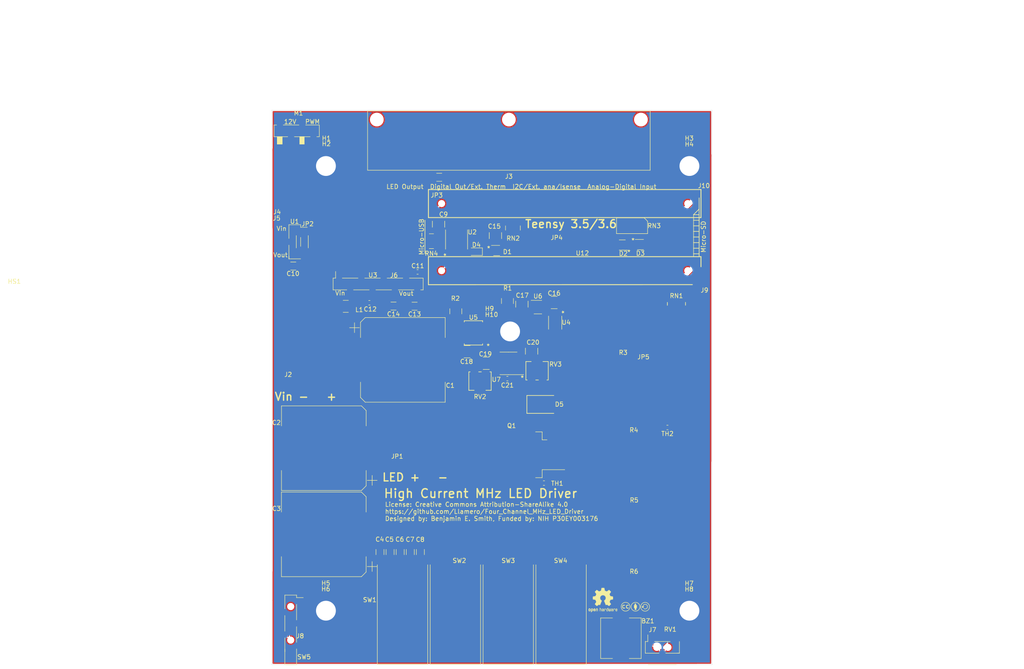
<source format=kicad_pcb>
(kicad_pcb (version 20171130) (host pcbnew "(5.1.6)-1")
  (layers (0 F.Cu mixed) (31 B.Cu mixed) (34 B.Paste user) (35 F.Paste user) (36 B.SilkS user) (37 F.SilkS user) (38 B.Mask user) (39 F.Mask user) (44 Edge.Cuts user))
  (net 0 "")
  (net 1 /Over_temp_alarm2)
  (net 2 GND)
  (net 3 /12V)
  (net 4 /-5V)
  (net 5 /5V)
  (net 6 /-0.25V_analog)
  (net 7 "Net-(C17-Pad1)")
  (net 8 /10V-analog)
  (net 9 /-1.8V-analog)
  (net 10 /3.3V)
  (net 11 /A-D_input_2)
  (net 12 /A-D_input_3)
  (net 13 /A-D_input_4)
  (net 14 "Net-(J3-Pad21)")
  (net 15 /External_thermistor)
  (net 16 "Net-(J3-Pad13)")
  (net 17 "Net-(J3-Pad11)")
  (net 18 "Net-(J3-Pad9)")
  (net 19 /Internal_fan_PWM)
  (net 20 "Net-(RV2-Pad3)")
  (net 21 /Toggle_switch)
  (net 22 "Net-(U3-Pad5)")
  (net 23 "Net-(U3-Pad3)")
  (net 24 "Net-(U5-Pad4)")
  (net 25 /External_5V_PWM2)
  (net 26 /External_5V_PWM1)
  (net 27 /Over_temp_alarm1)
  (net 28 /5V_fan_PWM)
  (net 29 "Net-(M1-Pad3)")
  (net 30 /External_5V_PWM3)
  (net 31 /Vin)
  (net 32 /external_analog)
  (net 33 /Isense)
  (net 34 /LED-)
  (net 35 /Resistor_temp)
  (net 36 /MOSFET_temp)
  (net 37 /LED_pot)
  (net 38 /Interline_PWM)
  (net 39 /internal_analog)
  (net 40 /OA_input)
  (net 41 /Analog_select)
  (net 42 /A-D_input_1)
  (net 43 /Relay3)
  (net 44 /Relay2)
  (net 45 /Relay4)
  (net 46 /Relay1)
  (net 47 "Net-(J3-Pad27)")
  (net 48 "Net-(J3-Pad25)")
  (net 49 /Button1)
  (net 50 /Button2)
  (net 51 /Button3)
  (net 52 /Button4)
  (net 53 /LED1)
  (net 54 /LED2)
  (net 55 /LED3)
  (net 56 /LED4)
  (net 57 /SDA0)
  (net 58 /SCL0)
  (net 59 "Net-(J3-Pad31)")
  (net 60 "Net-(J3-Pad29)")
  (net 61 /Isense_internal)
  (net 62 "Net-(D1-Pad4)")
  (net 63 "Net-(D1-Pad2)")
  (net 64 "Net-(D1-Pad3)")
  (net 65 /NC5)
  (net 66 /NC4)
  (net 67 /NC3)
  (net 68 /NC2)
  (net 69 /NC1)
  (net 70 /NC7)
  (net 71 /NC6)
  (net 72 /NC8)
  (net 73 "Net-(D1-Pad5)")
  (net 74 "Net-(C21-Pad2)")
  (net 75 "Net-(C21-Pad1)")
  (net 76 "Net-(C12-Pad2)")
  (net 77 "Net-(C18-Pad1)")
  (net 78 "Net-(D4-Pad1)")
  (net 79 "Net-(Q1-Pad1)")
  (net 80 "Net-(RN1-Pad10)")
  (net 81 "Net-(RN1-Pad12)")
  (net 82 "Net-(RN1-Pad14)")
  (net 83 "Net-(RN1-Pad16)")
  (net 84 "Net-(RV3-Pad3)")
  (net 85 "Net-(U5-Pad6)")
  (net 86 "Net-(U5-Pad7)")
  (net 87 "Net-(U6-Pad4)")
  (net 88 "Net-(U7-Pad8)")
  (net 89 "Net-(U7-Pad5)")
  (net 90 "Net-(U7-Pad1)")
  (net 91 "Net-(J10-Pad~)")
  (net 92 "Net-(J3-Pad7)")
  (net 93 "Net-(J3-Pad5)")
  (net 94 "Net-(J3-Pad3)")
  (net 95 "Net-(J3-Pad1)")
  (module Resistor_SMD:R_0603_1608Metric (layer F.Cu) (at 143.0575 120.65 180)
    (fp_text reference TH2 (at 0 -1.43) (layer F.SilkS))
    (fp_text value Thermistor)
    (pad 2 smd roundrect (at 0.7875 0 180) (size 0.875 0.95) (layers F.Cu F.Paste F.Mask) (net 2 GND))
    (pad 1 smd roundrect (at -0.7875 0 180) (size 0.875 0.95) (layers F.Cu F.Paste F.Mask) (net 35 /Resistor_temp))
  )
  (module "Custom Footprints:Rideon_PFS35_resistor" (layer F.Cu) (at 141.72 96.19 180)
    (fp_text reference R3 (at 8.7 -7.45) (layer F.SilkS))
    (fp_text value 0.2)
    (pad 2 smd rect (at 15.9 -2.55 180) (size 3.8 2) (layers F.Cu F.Paste F.Mask) (net 2 GND))
    (pad 1 smd rect (at 15.9 2.55 180) (size 3.8 2) (layers F.Cu F.Paste F.Mask) (net 33 /Isense))
    (pad 2 smd rect (at 5.7 0 180) (size 11.4 12.7) (layers F.Cu F.Paste F.Mask) (net 2 GND))
  )
  (module "Custom Footprints:Rideon_PFS35_resistor" (layer F.Cu) (at 144.17 113.03 180)
    (fp_text reference R4 (at 8.73 -8.21) (layer F.SilkS))
    (fp_text value 0.2)
    (pad 2 smd rect (at 15.9 -2.55 180) (size 3.8 2) (layers F.Cu F.Paste F.Mask) (net 2 GND))
    (pad 1 smd rect (at 15.9 2.55 180) (size 3.8 2) (layers F.Cu F.Paste F.Mask) (net 33 /Isense))
    (pad 2 smd rect (at 5.7 0 180) (size 11.4 12.7) (layers F.Cu F.Paste F.Mask) (net 2 GND))
  )
  (module "Custom Footprints:Rideon_PFS35_resistor" (layer F.Cu) (at 144.17 145.92 180)
    (fp_text reference R6 (at 8.7 -7.45) (layer F.SilkS))
    (fp_text value 0.2)
    (pad 2 smd rect (at 15.9 -2.55 180) (size 3.8 2) (layers F.Cu F.Paste F.Mask) (net 2 GND))
    (pad 1 smd rect (at 15.9 2.55 180) (size 3.8 2) (layers F.Cu F.Paste F.Mask) (net 33 /Isense))
    (pad 2 smd rect (at 5.7 0 180) (size 11.4 12.7) (layers F.Cu F.Paste F.Mask) (net 2 GND))
  )
  (module "Custom Footprints:Rideon_PFS35_resistor" (layer F.Cu) (at 144.17 129.4 180)
    (fp_text reference R5 (at 8.67 -7.77) (layer F.SilkS))
    (fp_text value 0.2)
    (pad 2 smd rect (at 15.9 -2.55 180) (size 3.8 2) (layers F.Cu F.Paste F.Mask) (net 2 GND))
    (pad 1 smd rect (at 15.9 2.55 180) (size 3.8 2) (layers F.Cu F.Paste F.Mask) (net 33 /Isense))
    (pad 2 smd rect (at 5.7 0 180) (size 11.4 12.7) (layers F.Cu F.Paste F.Mask) (net 2 GND))
  )
  (module "Custom Footprints:NF-A9_with_standoffs_and_bolts_high_current" (layer F.Cu) (at 65.55 61.27)
    (fp_text reference H3 (at 82.45 -6.29) (layer F.SilkS))
    (fp_text value MountingHole_Pad)
    (pad 1 thru_hole circle (at 0 0) (size 8 8) (drill 4.5) (layers *.Cu *.Mask) (net 2 GND))
    (pad 1 thru_hole circle (at 82.5 0) (size 8 8) (drill 4.5) (layers *.Cu *.Mask) (net 2 GND))
    (pad 1 thru_hole circle (at 82.5 101) (size 8 8) (drill 4.5) (layers *.Cu *.Mask) (net 2 GND))
    (pad 1 thru_hole circle (at 0 101) (size 8 8) (drill 4.5) (layers *.Cu *.Mask) (net 2 GND))
  )
  (module "Custom Footprints:Ref_only" (layer F.Cu) (at -5.179999 86.990001)
    (fp_text reference HS1 (at 0 0.5) (layer F.SilkS))
    (fp_text value HS-PCB)
  )
  (module "Custom Footprints:4928TR-power" (layer F.Cu) (at 82.21 123.95)
    (fp_text reference JP1 (at -0.48 3.27) (layer F.SilkS))
    (fp_text value "LED wire" hide)
    (pad 2 smd rect (at 8.22 0.845 90) (size 1.65 3) (layers F.Cu F.Paste F.Mask) (net 34 /LED-))
    (pad 2 smd rect (at 8.22 5.415 90) (size 1.65 3) (layers F.Cu F.Paste F.Mask) (net 34 /LED-))
    (pad 2 smd rect (at 11.32 3.13 90) (size 1.65 3) (layers F.Cu F.Paste F.Mask) (net 34 /LED-))
    (pad 1 smd rect (at 1.51 5.415 90) (size 1.65 3) (layers F.Cu F.Paste F.Mask) (net 31 /Vin))
    (pad 1 smd rect (at 4.61 3.13 90) (size 1.65 3) (layers F.Cu F.Paste F.Mask) (net 31 /Vin))
    (pad 1 smd rect (at 1.51 0.845 90) (size 1.65 3) (layers F.Cu F.Paste F.Mask) (net 31 /Vin))
  )
  (module "Custom Footprints:Teensy_3_6_with_headers" (layer F.Cu) (at 119.74 85.038)
    (fp_text reference U12 (at 4.01 -3.978) (layer F.SilkS))
    (fp_text value Teensy3.6)
    (fp_text user Micro-SD (at 31.5 -7.698 270) (layer F.SilkS))
    (fp_text user Micro-USB (at -32.49 -7.678 90) (layer F.SilkS))
    (pad None np_thru_hole circle (at -27.94 0) (size 1.19 1.19) (drill 1.19) (layers *.Cu *.Mask))
    (pad None np_thru_hole circle (at 27.94 0) (size 1.19 1.19) (drill 1.19) (layers *.Cu *.Mask))
    (pad 24 smd rect (at 29.21 -1.778) (size 1.02 1.905) (layers F.Cu F.Paste) (net 27 /Over_temp_alarm1))
    (pad 23 smd rect (at 26.67 1.778) (size 1.02 1.905) (layers F.Cu F.Paste) (net 56 /LED4))
    (pad 22 smd rect (at 24.13 -1.778) (size 1.02 1.905) (layers F.Cu F.Paste) (net 52 /Button4))
    (pad 21 smd rect (at 21.59 1.778) (size 1.02 1.905) (layers F.Cu F.Paste) (net 53 /LED1))
    (pad 20 smd rect (at 19.05 -1.778) (size 1.02 1.905) (layers F.Cu F.Paste) (net 55 /LED3))
    (pad 19 smd rect (at 16.51 1.778) (size 1.02 1.905) (layers F.Cu F.Paste) (net 49 /Button1))
    (pad 18 smd rect (at 13.97 -1.778) (size 1.02 1.905) (layers F.Cu F.Paste) (net 51 /Button3))
    (pad 17 smd rect (at 11.43 1.778) (size 1.02 1.905) (layers F.Cu F.Paste) (net 50 /Button2))
    (pad 16 smd rect (at 8.89 -1.778) (size 1.02 1.905) (layers F.Cu F.Paste) (net 54 /LED2))
    (pad 15 smd rect (at 6.35 1.778) (size 1.02 1.905) (layers F.Cu F.Paste) (net 10 /3.3V))
    (pad 14 smd rect (at 3.81 -1.778) (size 1.02 1.905) (layers F.Cu F.Paste) (net 21 /Toggle_switch))
    (pad 13 smd rect (at 1.27 1.778) (size 1.02 1.905) (layers F.Cu F.Paste) (net 1 /Over_temp_alarm2))
    (pad 12 smd rect (at -1.27 -1.778) (size 1.02 1.905) (layers F.Cu F.Paste) (net 41 /Analog_select))
    (pad 11 smd rect (at -3.81 1.778) (size 1.02 1.905) (layers F.Cu F.Paste) (net 65 /NC5))
    (pad 10 smd rect (at -6.35 -1.778) (size 1.02 1.905) (layers F.Cu F.Paste) (net 66 /NC4))
    (pad 9 smd rect (at -8.89 1.778) (size 1.02 1.905) (layers F.Cu F.Paste) (net 67 /NC3))
    (pad 8 smd rect (at -11.43 -1.778) (size 1.02 1.905) (layers F.Cu F.Paste) (net 68 /NC2))
    (pad 7 smd rect (at -13.97 1.778) (size 1.02 1.905) (layers F.Cu F.Paste) (net 69 /NC1))
    (pad 6 smd rect (at -16.51 -1.778) (size 1.02 1.905) (layers F.Cu F.Paste) (net 38 /Interline_PWM))
    (pad 5 smd rect (at -19.05 1.778) (size 1.02 1.905) (layers F.Cu F.Paste) (net 46 /Relay1))
    (pad 4 smd rect (at -21.59 -1.778) (size 1.02 1.905) (layers F.Cu F.Paste) (net 44 /Relay2))
    (pad 3 smd rect (at -24.13 1.778) (size 1.02 1.905) (layers F.Cu F.Paste) (net 43 /Relay3))
    (pad 2 smd rect (at -26.67 -1.778) (size 1.02 1.905) (layers F.Cu F.Paste) (net 45 /Relay4))
    (pad 1 smd rect (at -29.21 1.778) (size 1.02 1.905) (layers F.Cu F.Paste) (net 2 GND))
    (pad 49 smd rect (at -19.05 -13.462) (size 1.02 1.905) (layers F.Cu F.Paste) (net 26 /External_5V_PWM1))
    (pad 42 smd rect (at -1.27 -17.018) (size 1.02 1.905) (layers F.Cu F.Paste) (net 36 /MOSFET_temp))
    (pad 38 smd rect (at 8.89 -17.018) (size 1.02 1.905) (layers F.Cu F.Paste) (net 72 /NC8))
    (pad 36 smd rect (at 13.97 -17.018) (size 1.02 1.905) (layers F.Cu F.Paste) (net 2 GND))
    (pad 32 smd rect (at 24.13 -17.018) (size 1.02 1.905) (layers F.Cu F.Paste) (net 12 /A-D_input_3))
    (pad 31 smd rect (at 26.67 -13.462) (size 1.02 1.905) (layers F.Cu F.Paste) (net 13 /A-D_input_4))
    (pad None np_thru_hole circle (at -27.94 -15.24) (size 1.19 1.19) (drill 1.19) (layers *.Cu *.Mask))
    (pad 44 smd rect (at -6.35 -17.018) (size 1.02 1.905) (layers F.Cu F.Paste) (net 61 /Isense_internal))
    (pad 51 smd rect (at -24.13 -13.462) (size 1.02 1.905) (layers F.Cu F.Paste) (net 91 "Net-(J10-Pad~)"))
    (pad 48 smd rect (at -16.51 -17.018) (size 1.02 1.905) (layers F.Cu F.Paste) (net 25 /External_5V_PWM2))
    (pad 46 smd rect (at -11.43 -17.018) (size 1.02 1.905) (layers F.Cu F.Paste) (net 58 /SCL0))
    (pad 45 smd rect (at -8.89 -13.462) (size 1.02 1.905) (layers F.Cu F.Paste) (net 57 /SDA0))
    (pad 40 smd rect (at 3.81 -17.018) (size 1.02 1.905) (layers F.Cu F.Paste) (net 71 /NC6))
    (pad 35 smd rect (at 16.51 -13.462) (size 1.02 1.905) (layers F.Cu F.Paste) (net 70 /NC7))
    (pad 39 smd rect (at 6.35 -13.462) (size 1.02 1.905) (layers F.Cu F.Paste) (net 2 GND))
    (pad 34 smd rect (at 19.05 -17.018) (size 1.02 1.905) (layers F.Cu F.Paste) (net 42 /A-D_input_1))
    (pad 53 smd rect (at -29.21 -13.462) (size 1.02 1.905) (layers F.Cu F.Paste) (net 5 /5V))
    (pad 47 smd rect (at -13.97 -13.462) (size 1.02 1.905) (layers F.Cu F.Paste) (net 30 /External_5V_PWM3))
    (pad 52 smd rect (at -26.67 -17.018) (size 1.02 1.905) (layers F.Cu F.Paste) (net 2 GND))
    (pad 50 smd rect (at -21.59 -17.018) (size 1.02 1.905) (layers F.Cu F.Paste) (net 19 /Internal_fan_PWM))
    (pad None np_thru_hole circle (at 27.94 -15.24) (size 1.19 1.19) (drill 1.19) (layers *.Cu *.Mask))
    (pad 43 smd rect (at -3.81 -13.462) (size 1.02 1.905) (layers F.Cu F.Paste) (net 15 /External_thermistor))
    (pad 37 smd rect (at 11.43 -13.462) (size 1.02 1.905) (layers F.Cu F.Paste) (net 39 /internal_analog))
    (pad 33 smd rect (at 21.59 -13.462) (size 1.02 1.905) (layers F.Cu F.Paste) (net 11 /A-D_input_2))
    (pad 30 smd rect (at 29.21 -17.018) (size 1.02 1.905) (layers F.Cu F.Paste) (net 37 /LED_pot))
    (pad 41 smd rect (at 1.27 -13.462) (size 1.02 1.905) (layers F.Cu F.Paste) (net 35 /Resistor_temp))
  )
  (module "Custom Footprints:M4_bolt_hole" (layer F.Cu) (at 107.35 98.84)
    (fp_text reference H7 (at 40.63 57.23) (layer F.SilkS))
    (fp_text value MountingHole_Pad)
    (pad 1 thru_hole circle (at 0 0) (size 8 8) (drill 4.5) (layers *.Cu *.Mask) (net 2 GND))
  )
  (module Resistor_SMD:R_Array_Convex_4x0612 (layer F.Cu) (at 89.49 78.34 180)
    (fp_text reference RN4 (at 0 -2.8) (layer F.SilkS))
    (fp_text value 200)
    (pad 1 smd rect (at -0.7 -1.27 180) (size 0.7 0.64) (layers F.Cu F.Paste F.Mask) (net 46 /Relay1))
    (pad 3 smd rect (at -0.7 0.4 180) (size 0.7 0.5) (layers F.Cu F.Paste F.Mask) (net 43 /Relay3))
    (pad 2 smd rect (at -0.7 -0.4 180) (size 0.7 0.5) (layers F.Cu F.Paste F.Mask) (net 44 /Relay2))
    (pad 4 smd rect (at -0.7 1.27 180) (size 0.7 0.64) (layers F.Cu F.Paste F.Mask) (net 45 /Relay4))
    (pad 7 smd rect (at 0.7 -0.4 180) (size 0.7 0.5) (layers F.Cu F.Paste F.Mask) (net 94 "Net-(J3-Pad3)"))
    (pad 8 smd rect (at 0.7 -1.27 180) (size 0.7 0.64) (layers F.Cu F.Paste F.Mask) (net 95 "Net-(J3-Pad1)"))
    (pad 6 smd rect (at 0.7 0.4 180) (size 0.7 0.5) (layers F.Cu F.Paste F.Mask) (net 93 "Net-(J3-Pad5)"))
    (pad 5 smd rect (at 0.7 1.27 180) (size 0.7 0.64) (layers F.Cu F.Paste F.Mask) (net 92 "Net-(J3-Pad7)"))
  )
  (module "Custom Footprints:4928TR-power" (layer F.Cu) (at 57.29 105.49)
    (fp_text reference J2 (at -0.31 3.145) (layer F.SilkS))
    (fp_text value Conn_01x02_Female hide)
    (pad 2 smd rect (at 8.22 0.845 90) (size 1.65 3) (layers F.Cu F.Paste F.Mask) (net 31 /Vin))
    (pad 2 smd rect (at 8.22 5.415 90) (size 1.65 3) (layers F.Cu F.Paste F.Mask) (net 31 /Vin))
    (pad 2 smd rect (at 11.32 3.13 90) (size 1.65 3) (layers F.Cu F.Paste F.Mask) (net 31 /Vin))
    (pad 1 smd rect (at 1.51 5.415 90) (size 1.65 3) (layers F.Cu F.Paste F.Mask) (net 2 GND))
    (pad 1 smd rect (at 4.61 3.13 90) (size 1.65 3) (layers F.Cu F.Paste F.Mask) (net 2 GND))
    (pad 1 smd rect (at 1.51 0.845 90) (size 1.65 3) (layers F.Cu F.Paste F.Mask) (net 2 GND))
  )
  (module "Custom Footprints:Ref_only" (layer F.Cu) (at 54.68 26.45)
    (fp_text reference H9 (at 47.99 67.22) (layer F.SilkS))
    (fp_text value MountingHole_Pad)
  )
  (module "Custom Footprints:RJ45_x4-RJSSE-5380-04" (layer F.Cu) (at 107.0725 65.03 180)
    (fp_text reference J3 (at 0 1.39) (layer F.SilkS))
    (fp_text value 8P8C_Shielded_x4)
    (pad "" np_thru_hole circle (at 29.97 14.31 180) (size 2.69 2.69) (drill 2.69) (layers *.Cu *.Mask))
    (pad "" np_thru_hole circle (at -29.97 14.31 180) (size 2.69 2.69) (drill 2.69) (layers *.Cu *.Mask))
    (pad "" np_thru_hole circle (at 0 14.31 180) (size 2.69 2.69) (drill 2.69) (layers *.Cu *.Mask))
    (pad SH smd rect (at -28.78 9.72 180) (size 6.22 3.18) (layers F.Cu F.Paste F.Mask) (net 2 GND))
    (pad SH smd rect (at 28.78 9.72 180) (size 6.22 3.18) (layers F.Cu F.Paste F.Mask) (net 2 GND))
    (pad 32 smd rect (at -28.0625 1.27 180) (size 0.56 2.54) (layers F.Cu F.Paste F.Mask) (net 2 GND))
    (pad 31 smd rect (at -26.7925 1.27 180) (size 0.56 2.54) (layers F.Cu F.Paste F.Mask) (net 59 "Net-(J3-Pad31)"))
    (pad 30 smd rect (at -25.5225 1.27 180) (size 0.56 2.54) (layers F.Cu F.Paste F.Mask) (net 2 GND))
    (pad 29 smd rect (at -24.2525 1.27 180) (size 0.56 2.54) (layers F.Cu F.Paste F.Mask) (net 60 "Net-(J3-Pad29)"))
    (pad 28 smd rect (at -22.9825 1.27 180) (size 0.56 2.54) (layers F.Cu F.Paste F.Mask) (net 2 GND))
    (pad 27 smd rect (at -21.7125 1.27 180) (size 0.56 2.54) (layers F.Cu F.Paste F.Mask) (net 47 "Net-(J3-Pad27)"))
    (pad 26 smd rect (at -20.4425 1.27 180) (size 0.56 2.54) (layers F.Cu F.Paste F.Mask) (net 2 GND))
    (pad 25 smd rect (at -19.1725 1.27 180) (size 0.56 2.54) (layers F.Cu F.Paste F.Mask) (net 48 "Net-(J3-Pad25)"))
    (pad 24 smd rect (at -12.3175 1.27 180) (size 0.56 2.54) (layers F.Cu F.Paste F.Mask) (net 2 GND))
    (pad 23 smd rect (at -11.0475 1.27 180) (size 0.56 2.54) (layers F.Cu F.Paste F.Mask) (net 61 /Isense_internal))
    (pad 22 smd rect (at -9.7775 1.27 180) (size 0.56 2.54) (layers F.Cu F.Paste F.Mask) (net 2 GND))
    (pad 21 smd rect (at -8.5075 1.27 180) (size 0.56 2.54) (layers F.Cu F.Paste F.Mask) (net 14 "Net-(J3-Pad21)"))
    (pad 20 smd rect (at -7.2375 1.27 180) (size 0.56 2.54) (layers F.Cu F.Paste F.Mask) (net 2 GND))
    (pad 19 smd rect (at -5.9675 1.27 180) (size 0.56 2.54) (layers F.Cu F.Paste F.Mask) (net 57 /SDA0))
    (pad 18 smd rect (at -4.6975 1.27 180) (size 0.56 2.54) (layers F.Cu F.Paste F.Mask) (net 2 GND))
    (pad 17 smd rect (at -3.4275 1.27 180) (size 0.56 2.54) (layers F.Cu F.Paste F.Mask) (net 58 /SCL0))
    (pad 16 smd rect (at 3.4275 1.27 180) (size 0.56 2.54) (layers F.Cu F.Paste F.Mask) (net 2 GND))
    (pad 15 smd rect (at 4.6975 1.27 180) (size 0.56 2.54) (layers F.Cu F.Paste F.Mask) (net 15 /External_thermistor))
    (pad 14 smd rect (at 5.9675 1.27 180) (size 0.56 2.54) (layers F.Cu F.Paste F.Mask) (net 2 GND))
    (pad 13 smd rect (at 7.2375 1.27 180) (size 0.56 2.54) (layers F.Cu F.Paste F.Mask) (net 16 "Net-(J3-Pad13)"))
    (pad 12 smd rect (at 8.5075 1.27 180) (size 0.56 2.54) (layers F.Cu F.Paste F.Mask) (net 2 GND))
    (pad 11 smd rect (at 9.7775 1.27 180) (size 0.56 2.54) (layers F.Cu F.Paste F.Mask) (net 17 "Net-(J3-Pad11)"))
    (pad 10 smd rect (at 11.0475 1.27 180) (size 0.56 2.54) (layers F.Cu F.Paste F.Mask) (net 2 GND))
    (pad 9 smd rect (at 12.3175 1.27 180) (size 0.56 2.54) (layers F.Cu F.Paste F.Mask) (net 18 "Net-(J3-Pad9)"))
    (pad 8 smd rect (at 19.1725 1.27 180) (size 0.56 2.54) (layers F.Cu F.Paste F.Mask) (net 2 GND))
    (pad 7 smd rect (at 20.4425 1.27 180) (size 0.56 2.54) (layers F.Cu F.Paste F.Mask) (net 92 "Net-(J3-Pad7)"))
    (pad 6 smd rect (at 21.7125 1.27 180) (size 0.56 2.54) (layers F.Cu F.Paste F.Mask) (net 2 GND))
    (pad 5 smd rect (at 22.9825 1.27 180) (size 0.56 2.54) (layers F.Cu F.Paste F.Mask) (net 93 "Net-(J3-Pad5)"))
    (pad 4 smd rect (at 24.2525 1.27 180) (size 0.56 2.54) (layers F.Cu F.Paste F.Mask) (net 2 GND))
    (pad 3 smd rect (at 25.5225 1.27 180) (size 0.56 2.54) (layers F.Cu F.Paste F.Mask) (net 94 "Net-(J3-Pad3)"))
    (pad 2 smd rect (at 26.7925 1.27 180) (size 0.56 2.54) (layers F.Cu F.Paste F.Mask) (net 2 GND))
    (pad 1 smd rect (at 28.0625 1.27 180) (size 0.56 2.54) (layers F.Cu F.Paste F.Mask) (net 95 "Net-(J3-Pad1)"))
  )
  (module Resistor_SMD:R_Array_Convex_4x0612 (layer F.Cu) (at 107.99 75.35 270)
    (fp_text reference RN2 (at 2.35 -0.05 180) (layer F.SilkS))
    (fp_text value 200)
    (pad 1 smd rect (at -0.7 -1.27 270) (size 0.7 0.64) (layers F.Cu F.Paste F.Mask) (net 61 /Isense_internal))
    (pad 3 smd rect (at -0.7 0.4 270) (size 0.7 0.5) (layers F.Cu F.Paste F.Mask) (net 2 GND))
    (pad 2 smd rect (at -0.7 -0.4 270) (size 0.7 0.5) (layers F.Cu F.Paste F.Mask) (net 14 "Net-(J3-Pad21)"))
    (pad 4 smd rect (at -0.7 1.27 270) (size 0.7 0.64) (layers F.Cu F.Paste F.Mask) (net 78 "Net-(D4-Pad1)"))
    (pad 7 smd rect (at 0.7 -0.4 270) (size 0.7 0.5) (layers F.Cu F.Paste F.Mask) (net 32 /external_analog))
    (pad 8 smd rect (at 0.7 -1.27 270) (size 0.7 0.64) (layers F.Cu F.Paste F.Mask) (net 33 /Isense))
    (pad 6 smd rect (at 0.7 0.4 270) (size 0.7 0.5) (layers F.Cu F.Paste F.Mask) (net 6 /-0.25V_analog))
    (pad 5 smd rect (at 0.7 1.27 270) (size 0.7 0.64) (layers F.Cu F.Paste F.Mask) (net 6 /-0.25V_analog))
  )
  (module "Custom Footprints:Ref_only" (layer F.Cu) (at 57.96 24.91)
    (fp_text reference H10 (at 45.17 70.11) (layer F.SilkS))
    (fp_text value MountingHole_Pad)
  )
  (module "Custom Footprints:Ref_only" (layer F.Cu) (at 153.37 66.86)
    (fp_text reference H8 (at -5.39 90.53) (layer F.SilkS))
    (fp_text value MountingHole_Pad)
  )
  (module "Custom Footprints:2506_modified_concave_8x_R-pack" (layer F.Cu) (at 135.03 74.82 180)
    (fp_text reference RN3 (at -5.01 -0.03 180) (layer F.SilkS))
    (fp_text value 4.7k)
    (pad 8 smd rect (at 2.8 0.905 180) (size 0.45 0.8) (layers F.Cu F.Paste F.Mask) (net 15 /External_thermistor))
    (pad 9 smd rect (at 2.8 -0.905 180) (size 0.45 0.8) (layers F.Cu F.Paste F.Mask) (net 10 /3.3V))
    (pad 7 smd rect (at 2 0.905 180) (size 0.45 0.8) (layers F.Cu F.Paste F.Mask) (net 36 /MOSFET_temp))
    (pad 10 smd rect (at 2 -0.905 180) (size 0.45 0.8) (layers F.Cu F.Paste F.Mask) (net 10 /3.3V))
    (pad 6 smd rect (at 1.2 0.905 180) (size 0.45 0.8) (layers F.Cu F.Paste F.Mask) (net 35 /Resistor_temp))
    (pad 11 smd rect (at 1.2 -0.905 180) (size 0.45 0.8) (layers F.Cu F.Paste F.Mask) (net 10 /3.3V))
    (pad 5 smd rect (at 0.4 0.905 180) (size 0.45 0.8) (layers F.Cu F.Paste F.Mask) (net 2 GND))
    (pad 12 smd rect (at 0.4 -0.905 180) (size 0.45 0.8) (layers F.Cu F.Paste F.Mask) (net 2 GND))
    (pad 4 smd rect (at -0.4 0.905 180) (size 0.45 0.8) (layers F.Cu F.Paste F.Mask) (net 48 "Net-(J3-Pad25)"))
    (pad 13 smd rect (at -0.4 -0.905 180) (size 0.45 0.8) (layers F.Cu F.Paste F.Mask) (net 42 /A-D_input_1))
    (pad 3 smd rect (at -1.2 0.905 180) (size 0.45 0.8) (layers F.Cu F.Paste F.Mask) (net 47 "Net-(J3-Pad27)"))
    (pad 14 smd rect (at -1.2 -0.905 180) (size 0.45 0.8) (layers F.Cu F.Paste F.Mask) (net 11 /A-D_input_2))
    (pad 2 smd rect (at -2 0.905 180) (size 0.45 0.8) (layers F.Cu F.Paste F.Mask) (net 60 "Net-(J3-Pad29)"))
    (pad 15 smd rect (at -2 -0.905 180) (size 0.45 0.8) (layers F.Cu F.Paste F.Mask) (net 12 /A-D_input_3))
    (pad 1 smd rect (at -2.8 0.905 180) (size 0.45 0.8) (layers F.Cu F.Paste F.Mask) (net 59 "Net-(J3-Pad31)"))
    (pad 16 smd rect (at -2.8 -0.905 180) (size 0.45 0.8) (layers F.Cu F.Paste F.Mask) (net 13 /A-D_input_4))
  )
  (module "Custom Footprints:CP_Elec_18x22-EEE-FK1C752SV" (layer F.Cu) (at 65.06 144.93 180)
    (fp_text reference C3 (at 10.73 5.85) (layer F.SilkS))
    (fp_text value 7500uF)
    (pad 2 smd roundrect (at 6.55 0 180) (size 7.3 6.2) (layers F.Cu F.Paste F.Mask) (roundrect_rratio 0.028) (net 2 GND))
    (pad 1 smd roundrect (at -6.55 0 180) (size 7.3 6.2) (layers F.Cu F.Paste F.Mask) (roundrect_rratio 0.028) (net 31 /Vin))
  )
  (module "Custom Footprints:CP_Elec_18x22-EEE-FK1C752SV" (layer F.Cu) (at 65.07 125.36 180)
    (fp_text reference C2 (at 10.77 5.8) (layer F.SilkS))
    (fp_text value 7500uF)
    (pad 2 smd roundrect (at 6.55 0 180) (size 7.3 6.2) (layers F.Cu F.Paste F.Mask) (roundrect_rratio 0.028) (net 2 GND))
    (pad 1 smd roundrect (at -6.55 0 180) (size 7.3 6.2) (layers F.Cu F.Paste F.Mask) (roundrect_rratio 0.028) (net 31 /Vin))
  )
  (module "Custom Footprints:CP_Elec_18x22-EEE-FK1C752SV" (layer F.Cu) (at 83.01 105.3)
    (fp_text reference C1 (at 10.74 5.82) (layer F.SilkS))
    (fp_text value 7500uF)
    (pad 2 smd roundrect (at 6.55 0) (size 7.3 6.2) (layers F.Cu F.Paste F.Mask) (roundrect_rratio 0.028) (net 2 GND))
    (pad 1 smd roundrect (at -6.55 0) (size 7.3 6.2) (layers F.Cu F.Paste F.Mask) (roundrect_rratio 0.028) (net 31 /Vin))
  )
  (module "Custom Footprints:Ref_only" (layer F.Cu) (at 144.59 96.73)
    (fp_text reference H1 (at -78.95 -41.75) (layer F.SilkS))
    (fp_text value MountingHole_Pad)
  )
  (module "Custom Footprints:DPBW06F-05_with_header" (layer F.Cu) (at 77.4 88.065 90)
    (fp_text reference U3 (at 2.025 -1.2 180) (layer F.SilkS))
    (fp_text value DPBW06F-05)
    (fp_text user Vout (at -2.145 6.37 180) (layer F.SilkS))
    (fp_text user Vin (at -2.085 -8.61 180) (layer F.SilkS))
    (pad 7 smd rect (at 1.655 6.35 90) (size 2.51 1) (layers F.Cu F.Paste F.Mask) (net 2 GND))
    (pad 5 smd rect (at 1.655 1.27 90) (size 2.51 1) (layers F.Cu F.Paste F.Mask) (net 22 "Net-(U3-Pad5)"))
    (pad 3 smd rect (at 1.655 -3.81 90) (size 2.51 1) (layers F.Cu F.Paste F.Mask) (net 23 "Net-(U3-Pad3)"))
    (pad 1 smd rect (at 1.655 -8.89 90) (size 2.51 1) (layers F.Cu F.Paste F.Mask) (net 2 GND))
    (pad 8 smd rect (at -1.655 8.89 90) (size 2.51 1) (layers F.Cu F.Paste F.Mask) (net 4 /-5V))
    (pad 6 smd rect (at -1.655 3.81 90) (size 2.51 1) (layers F.Cu F.Paste F.Mask) (net 5 /5V))
    (pad 4 smd rect (at -1.655 -1.27 90) (size 2.51 1) (layers F.Cu F.Paste F.Mask))
    (pad 2 smd rect (at -1.655 -6.35 90) (size 2.51 1) (layers F.Cu F.Paste F.Mask) (net 76 "Net-(C12-Pad2)"))
  )
  (module Package_SO:SOIC-8_3.9x4.9mm_P1.27mm (layer F.Cu) (at 106.985 106.095 180)
    (fp_text reference U7 (at 2.765 -3.675) (layer F.SilkS))
    (fp_text value LT6200CS8-10)
    (pad 8 smd roundrect (at 2.475 -1.905 180) (size 1.95 0.6) (layers F.Cu F.Paste F.Mask) (net 88 "Net-(U7-Pad8)"))
    (pad 7 smd roundrect (at 2.475 -0.635 180) (size 1.95 0.6) (layers F.Cu F.Paste F.Mask) (net 8 /10V-analog))
    (pad 6 smd roundrect (at 2.475 0.635 180) (size 1.95 0.6) (layers F.Cu F.Paste F.Mask) (net 75 "Net-(C21-Pad1)"))
    (pad 5 smd roundrect (at 2.475 1.905 180) (size 1.95 0.6) (layers F.Cu F.Paste F.Mask) (net 89 "Net-(U7-Pad5)"))
    (pad 4 smd roundrect (at -2.475 1.905 180) (size 1.95 0.6) (layers F.Cu F.Paste F.Mask) (net 9 /-1.8V-analog))
    (pad 3 smd roundrect (at -2.475 0.635 180) (size 1.95 0.6) (layers F.Cu F.Paste F.Mask) (net 40 /OA_input))
    (pad 2 smd roundrect (at -2.475 -0.635 180) (size 1.95 0.6) (layers F.Cu F.Paste F.Mask) (net 74 "Net-(C21-Pad2)"))
    (pad 1 smd roundrect (at -2.475 -1.905 180) (size 1.95 0.6) (layers F.Cu F.Paste F.Mask) (net 90 "Net-(U7-Pad1)"))
  )
  (module "Custom Footprints:TMUX1204DGSR" (layer F.Cu) (at 117.58 96.85 270)
    (fp_text reference U4 (at -0.05 -2.5 180) (layer F.SilkS))
    (fp_text value TMUX1204DGSR)
    (fp_text user * (at -2.41 -2.08 90) (layer F.SilkS))
    (pad 1 smd rect (at -2.15 -1 270) (size 1.47 0.28) (layers F.Cu F.Paste F.Mask) (net 38 /Interline_PWM))
    (pad 2 smd rect (at -2.15 -0.5 270) (size 1.47 0.28) (layers F.Cu F.Paste F.Mask) (net 6 /-0.25V_analog))
    (pad 3 smd rect (at -2.15 0 270) (size 1.47 0.28) (layers F.Cu F.Paste F.Mask) (net 2 GND))
    (pad 4 smd rect (at -2.15 0.5 270) (size 1.47 0.28) (layers F.Cu F.Paste F.Mask) (net 6 /-0.25V_analog))
    (pad 5 smd rect (at -2.15 1 270) (size 1.47 0.28) (layers F.Cu F.Paste F.Mask) (net 5 /5V))
    (pad 6 smd rect (at 2.15 1 270) (size 1.47 0.28) (layers F.Cu F.Paste F.Mask) (net 5 /5V))
    (pad 7 smd rect (at 2.15 0.5 270) (size 1.47 0.28) (layers F.Cu F.Paste F.Mask) (net 32 /external_analog))
    (pad 8 smd rect (at 2.15 0 270) (size 1.47 0.28) (layers F.Cu F.Paste F.Mask) (net 40 /OA_input))
    (pad 9 smd rect (at 2.15 -0.5 270) (size 1.47 0.28) (layers F.Cu F.Paste F.Mask) (net 39 /internal_analog))
    (pad 10 smd rect (at 2.15 -1 270) (size 1.47 0.28) (layers F.Cu F.Paste F.Mask) (net 41 /Analog_select))
  )
  (module "Custom Footprints:0508_Capacitor" (layer F.Cu) (at 117.35 92.27 180)
    (fp_text reference C16 (at 0 2.1) (layer F.SilkS))
    (fp_text value 2.2uF)
    (pad 1 smd rect (at -0.61 0 180) (size 0.9 2.17) (layers F.Cu F.Paste F.Mask) (net 2 GND))
    (pad 2 smd rect (at 0.61 0 180) (size 0.9 2.17) (layers F.Cu F.Paste F.Mask) (net 5 /5V))
  )
  (module "Custom Footprints:12V_DC-DC_with_header_2117" (layer F.Cu) (at 58.48 78.48)
    (fp_text reference U1 (at -0.045 -4.61) (layer F.SilkS))
    (fp_text value "12V boost")
    (fp_text user Vout (at -3.255 3) (layer F.SilkS))
    (fp_text user Vin (at -3 -3) (layer F.SilkS))
    (pad 3 smd rect (at 1.655 2.54) (size 2.51 1) (layers F.Cu F.Paste F.Mask) (net 3 /12V))
    (pad 1 smd rect (at 1.655 -2.54) (size 2.51 1) (layers F.Cu F.Paste F.Mask) (net 31 /Vin))
    (pad 2 smd rect (at -1.655 0) (size 2.51 1) (layers F.Cu F.Paste F.Mask) (net 2 GND))
  )
  (module Symbol:OSHW-Logo2_7.3x6mm_SilkScreen (layer F.Cu) (at 128.42 159.85)
    (fp_text reference LOGO3 hide)
    (fp_text value "OSHW Logo" hide)
  )
  (module "Custom Footprints:Creative_commons_license" (layer F.Cu) (at 134.56 160.24)
    (fp_text reference LOGO1 hide)
    (fp_text value "CC license")
    (fp_text user cc (at -1 1) (layer F.SilkS))
  )
  (module "Custom Footprints:SN74LV4T125" (layer F.Cu) (at 95.2 77.96 90)
    (fp_text reference U2 (at 1.68 3.56 180) (layer F.SilkS))
    (fp_text value SN74LV4T125PWR)
    (fp_text user * (at -3.45 -2.33 90) (layer F.SilkS))
    (pad 1 smd rect (at -2.87 -1.95 90) (size 1.57 0.41) (layers F.Cu F.Paste F.Mask) (net 2 GND))
    (pad 2 smd rect (at -2.87 -1.3 90) (size 1.57 0.41) (layers F.Cu F.Paste F.Mask) (net 25 /External_5V_PWM2))
    (pad 3 smd rect (at -2.87 -0.65 90) (size 1.57 0.41) (layers F.Cu F.Paste F.Mask) (net 17 "Net-(J3-Pad11)"))
    (pad 4 smd rect (at -2.87 0 90) (size 1.57 0.41) (layers F.Cu F.Paste F.Mask) (net 2 GND))
    (pad 5 smd rect (at -2.87 0.65 90) (size 1.57 0.41) (layers F.Cu F.Paste F.Mask) (net 30 /External_5V_PWM3))
    (pad 6 smd rect (at -2.87 1.3 90) (size 1.57 0.41) (layers F.Cu F.Paste F.Mask) (net 16 "Net-(J3-Pad13)"))
    (pad 7 smd rect (at -2.87 1.95 90) (size 1.57 0.41) (layers F.Cu F.Paste F.Mask) (net 2 GND))
    (pad 8 smd rect (at 2.87 1.95 90) (size 1.57 0.41) (layers F.Cu F.Paste F.Mask) (net 28 /5V_fan_PWM))
    (pad 9 smd rect (at 2.87 1.3 90) (size 1.57 0.41) (layers F.Cu F.Paste F.Mask) (net 19 /Internal_fan_PWM))
    (pad 10 smd rect (at 2.87 0.65 90) (size 1.57 0.41) (layers F.Cu F.Paste F.Mask) (net 2 GND))
    (pad 11 smd rect (at 2.87 0 90) (size 1.57 0.41) (layers F.Cu F.Paste F.Mask) (net 18 "Net-(J3-Pad9)"))
    (pad 12 smd rect (at 2.87 -0.65 90) (size 1.57 0.41) (layers F.Cu F.Paste F.Mask) (net 26 /External_5V_PWM1))
    (pad 13 smd rect (at 2.87 -1.3 90) (size 1.57 0.41) (layers F.Cu F.Paste F.Mask) (net 2 GND))
    (pad 14 smd rect (at 2.87 -1.95 90) (size 1.57 0.41) (layers F.Cu F.Paste F.Mask) (net 5 /5V))
  )
  (module Capacitor_SMD:C_1206_3216Metric (layer F.Cu) (at 77.82 148.95 90)
    (fp_text reference C4 (at 2.88 -0.05 180) (layer F.SilkS))
    (fp_text value 47uF)
    (pad 2 smd roundrect (at 1.4 0 90) (size 1.25 1.75) (layers F.Cu F.Paste F.Mask) (roundrect_rratio 0.2) (net 31 /Vin))
    (pad 1 smd roundrect (at -1.4 0 90) (size 1.25 1.75) (layers F.Cu F.Paste F.Mask) (roundrect_rratio 0.2) (net 2 GND))
  )
  (module Capacitor_SMD:C_1206_3216Metric (layer F.Cu) (at 58.14 83.99)
    (fp_text reference C10 (at -0.07 1.72) (layer F.SilkS))
    (fp_text value 47uF)
    (pad 2 smd roundrect (at 1.4 0) (size 1.25 1.75) (layers F.Cu F.Paste F.Mask) (roundrect_rratio 0.2) (net 3 /12V))
    (pad 1 smd roundrect (at -1.4 0) (size 1.25 1.75) (layers F.Cu F.Paste F.Mask) (roundrect_rratio 0.2) (net 2 GND))
  )
  (module Capacitor_SMD:C_1206_3216Metric (layer F.Cu) (at 80.89 93.08 180)
    (fp_text reference C14 (at 0 -1.82) (layer F.SilkS))
    (fp_text value 47uF)
    (pad 2 smd roundrect (at 1.4 0 180) (size 1.25 1.75) (layers F.Cu F.Paste F.Mask) (roundrect_rratio 0.2) (net 5 /5V))
    (pad 1 smd roundrect (at -1.4 0 180) (size 1.25 1.75) (layers F.Cu F.Paste F.Mask) (roundrect_rratio 0.2) (net 2 GND))
  )
  (module "Custom Footprints:0508_Capacitor" (layer F.Cu) (at 110.03 92.65 90)
    (fp_text reference C17 (at 2 0.08 180) (layer F.SilkS))
    (fp_text value 2.2uF)
    (pad 1 smd rect (at -0.61 0 90) (size 0.9 2.17) (layers F.Cu F.Paste F.Mask) (net 7 "Net-(C17-Pad1)"))
    (pad 2 smd rect (at 0.61 0 90) (size 0.9 2.17) (layers F.Cu F.Paste F.Mask) (net 2 GND))
  )
  (module "Custom Footprints:0508_Capacitor" (layer F.Cu) (at 97.59 103.44)
    (fp_text reference C18 (at -0.12 2.25) (layer F.SilkS))
    (fp_text value 2.2uF)
    (pad 1 smd rect (at -0.61 0) (size 0.9 2.17) (layers F.Cu F.Paste F.Mask) (net 77 "Net-(C18-Pad1)"))
    (pad 2 smd rect (at 0.61 0) (size 0.9 2.17) (layers F.Cu F.Paste F.Mask) (net 2 GND))
  )
  (module "Custom Footprints:0508_Capacitor" (layer F.Cu) (at 104.02 77.08 90)
    (fp_text reference C15 (at 2.11 -0.25 180) (layer F.SilkS))
    (fp_text value 2.2uF)
    (pad 1 smd rect (at -0.61 0 90) (size 0.9 2.17) (layers F.Cu F.Paste F.Mask) (net 6 /-0.25V_analog))
    (pad 2 smd rect (at 0.61 0 90) (size 0.9 2.17) (layers F.Cu F.Paste F.Mask) (net 2 GND))
  )
  (module Capacitor_SMD:C_0603_1608Metric (layer F.Cu) (at 86.3525 85.33 180)
    (fp_text reference C11 (at -0.0375 1.38) (layer F.SilkS))
    (fp_text value 2200pF)
    (pad 2 smd roundrect (at 0.7875 0 180) (size 0.875 0.95) (layers F.Cu F.Paste F.Mask) (net 2 GND))
    (pad 1 smd roundrect (at -0.7875 0 180) (size 0.875 0.95) (layers F.Cu F.Paste F.Mask) (net 4 /-5V))
  )
  (module Capacitor_SMD:C_0603_1608Metric (layer F.Cu) (at 75.4075 92.33 180)
    (fp_text reference C12 (at -0.1925 -1.46) (layer F.SilkS))
    (fp_text value 2200pF)
    (pad 2 smd roundrect (at 0.7875 0 180) (size 0.875 0.95) (layers F.Cu F.Paste F.Mask) (net 76 "Net-(C12-Pad2)"))
    (pad 1 smd roundrect (at -0.7875 0 180) (size 0.875 0.95) (layers F.Cu F.Paste F.Mask) (net 5 /5V))
  )
  (module "Custom Footprints:DO-214AA" (layer F.Cu) (at 114.3515 115.42 180)
    (fp_text reference D5 (at -4.1685 0.02) (layer F.SilkS))
    (fp_text value TVS_Diode hide)
    (pad 2 smd rect (at -1.9685 0 270) (size 2.159 1.9558) (layers F.Cu F.Paste F.Mask) (net 33 /Isense))
    (pad 1 smd rect (at 1.9685 0 270) (size 2.159 1.9558) (layers F.Cu F.Paste F.Mask) (net 34 /LED-) (thermal_gap 0.22))
  )
  (module Diode_SMD:D_SOD-323 (layer F.Cu) (at 99.56 80.72 180)
    (fp_text reference D4 (at -0.15 1.56) (layer F.SilkS))
    (fp_text value D_Zener)
    (pad 2 smd rect (at 1.05 0 180) (size 0.6 0.45) (layers F.Cu F.Paste F.Mask) (net 4 /-5V))
    (pad 1 smd rect (at -1.05 0 180) (size 0.6 0.45) (layers F.Cu F.Paste F.Mask) (net 78 "Net-(D4-Pad1)"))
  )
  (module "Custom Footprints:Ref_only" (layer F.Cu) (at 144.59 98.23)
    (fp_text reference H2 (at -78.95 -42) (layer F.SilkS))
    (fp_text value MountingHole_Pad)
  )
  (module Resistor_SMD:R_1206_3216Metric (layer F.Cu) (at 91.26 63.83)
    (fp_text reference JP3 (at -0.56 4.08) (layer F.SilkS))
    (fp_text value Jumper_NC_Small)
    (pad 2 smd roundrect (at 1.4 0) (size 1.25 1.75) (layers F.Cu F.Paste F.Mask) (roundrect_rratio 0.2) (net 2 GND))
    (pad 1 smd roundrect (at -1.4 0) (size 1.25 1.75) (layers F.Cu F.Paste F.Mask) (roundrect_rratio 0.2) (net 2 GND))
  )
  (module "Custom Footprints:20A_shunt_5104" (layer F.Cu) (at 146.13 104.61)
    (fp_text reference JP5 (at -8.52 0.04) (layer F.SilkS))
    (fp_text value Jumper_NC_Small)
    (pad 2 smd rect (at -5.35 0) (size 2.6 2.8) (layers F.Cu F.Paste F.Mask) (net 2 GND))
    (pad 1 smd rect (at 5.35 0) (size 2.6 2.8) (layers F.Cu F.Paste F.Mask) (net 2 GND))
  )
  (module Resistor_SMD:R_2010_5025Metric (layer F.Cu) (at 60.18 78.47 90)
    (fp_text reference JP2 (at 4.04 1.22 180) (layer F.SilkS))
    (fp_text value Jumper_NC_Small)
    (pad 2 smd roundrect (at 2.25 0 90) (size 1.35 2.65) (layers F.Cu F.Paste F.Mask) (roundrect_rratio 0.185185) (net 31 /Vin))
    (pad 1 smd roundrect (at -2.25 0 90) (size 1.35 2.65) (layers F.Cu F.Paste F.Mask) (roundrect_rratio 0.185185) (net 3 /12V))
  )
  (module Resistor_SMD:R_1210_3225Metric (layer F.Cu) (at 106.75 91.93 270)
    (fp_text reference R1 (at -2.9 -0.04 180) (layer F.SilkS))
    (fp_text value 12)
    (pad 2 smd roundrect (at 1.4 0 270) (size 1.25 2.65) (layers F.Cu F.Paste F.Mask) (roundrect_rratio 0.2) (net 7 "Net-(C17-Pad1)"))
    (pad 1 smd roundrect (at -1.4 0 270) (size 1.25 2.65) (layers F.Cu F.Paste F.Mask) (roundrect_rratio 0.2) (net 4 /-5V))
  )
  (module Resistor_SMD:R_1210_3225Metric (layer F.Cu) (at 95.03 94.27 270)
    (fp_text reference R2 (at -2.92 0.09 180) (layer F.SilkS))
    (fp_text value 12)
    (pad 2 smd roundrect (at 1.4 0 270) (size 1.25 2.65) (layers F.Cu F.Paste F.Mask) (roundrect_rratio 0.2) (net 77 "Net-(C18-Pad1)"))
    (pad 1 smd roundrect (at -1.4 0 270) (size 1.25 2.65) (layers F.Cu F.Paste F.Mask) (roundrect_rratio 0.2) (net 3 /12V))
  )
  (module "Custom Footprints:EXB-2HV151JV-1605x8" (layer F.Cu) (at 145.090001 92.5648 270)
    (fp_text reference RN1 (at -1.8048 -0.009999 180) (layer F.SilkS))
    (fp_text value 150 hide)
    (pad 1 smd rect (at -0.6452 -1.750002 270) (size 0.6858 0.254) (layers F.Cu F.Paste F.Mask) (net 56 /LED4))
    (pad 2 smd rect (at -0.6452 -1.25 270) (size 0.6858 0.254) (layers F.Cu F.Paste F.Mask) (net 52 /Button4))
    (pad 3 smd rect (at -0.6452 -0.750001 270) (size 0.6858 0.254) (layers F.Cu F.Paste F.Mask) (net 55 /LED3))
    (pad 4 smd rect (at -0.6452 -0.25 270) (size 0.6858 0.254) (layers F.Cu F.Paste F.Mask) (net 51 /Button3))
    (pad 5 smd rect (at -0.6452 0.25 270) (size 0.6858 0.254) (layers F.Cu F.Paste F.Mask) (net 54 /LED2))
    (pad 6 smd rect (at -0.6452 0.749998 270) (size 0.6858 0.254) (layers F.Cu F.Paste F.Mask) (net 50 /Button2))
    (pad 7 smd rect (at -0.6452 1.25 270) (size 0.6858 0.254) (layers F.Cu F.Paste F.Mask) (net 53 /LED1))
    (pad 8 smd rect (at -0.6452 1.749999 270) (size 0.6858 0.254) (layers F.Cu F.Paste F.Mask) (net 49 /Button1))
    (pad 9 smd rect (at 0.6452 1.750002 270) (size 0.6858 0.254) (layers F.Cu F.Paste F.Mask) (net 49 /Button1))
    (pad 10 smd rect (at 0.6452 1.25 270) (size 0.6858 0.254) (layers F.Cu F.Paste F.Mask) (net 80 "Net-(RN1-Pad10)"))
    (pad 11 smd rect (at 0.6452 0.750001 270) (size 0.6858 0.254) (layers F.Cu F.Paste F.Mask) (net 50 /Button2))
    (pad 12 smd rect (at 0.6452 0.25 270) (size 0.6858 0.254) (layers F.Cu F.Paste F.Mask) (net 81 "Net-(RN1-Pad12)"))
    (pad 13 smd rect (at 0.6452 -0.25 270) (size 0.6858 0.254) (layers F.Cu F.Paste F.Mask) (net 51 /Button3))
    (pad 14 smd rect (at 0.6452 -0.749998 270) (size 0.6858 0.254) (layers F.Cu F.Paste F.Mask) (net 82 "Net-(RN1-Pad14)"))
    (pad 15 smd rect (at 0.6452 -1.25 270) (size 0.6858 0.254) (layers F.Cu F.Paste F.Mask) (net 52 /Button4))
    (pad 16 smd rect (at 0.6452 -1.749999 270) (size 0.6858 0.254) (layers F.Cu F.Paste F.Mask) (net 83 "Net-(RN1-Pad16)"))
  )
  (module "Custom Footprints:3224W-1-502E" (layer F.Cu) (at 100.52 110.1222 180)
    (fp_text reference RV2 (at 0 -3.5478) (layer F.SilkS))
    (fp_text value R_POT_TRIM hide)
    (pad 1 smd rect (at -1.27 1.4478 180) (size 1.27 1.5494) (layers F.Cu F.Paste F.Mask) (net 75 "Net-(C21-Pad1)"))
    (pad 2 smd rect (at 0 -1.4478 180) (size 2.0066 1.5494) (layers F.Cu F.Paste F.Mask) (net 79 "Net-(Q1-Pad1)"))
    (pad 3 smd rect (at 1.27 1.4478 180) (size 1.27 1.5494) (layers F.Cu F.Paste F.Mask) (net 20 "Net-(RV2-Pad3)"))
  )
  (module "Custom Footprints:Pot_with_header" (layer F.Cu) (at 141.91 170.6 90)
    (fp_text reference RV1 (at 4.09 1.79 180) (layer F.SilkS))
    (fp_text value R_POT)
    (pad "" np_thru_hole circle (at 0 1.27 90) (size 1.2 1.2) (drill 1.2) (layers *.Cu *.Mask))
    (pad "" np_thru_hole circle (at 0 -1.27 90) (size 1.2 1.2) (drill 1.2) (layers *.Cu *.Mask))
    (pad 3 smd rect (at 1.655 2.54 90) (size 2.51 1) (layers F.Cu F.Paste F.Mask) (net 2 GND))
    (pad 1 smd rect (at 1.655 -2.54 90) (size 2.51 1) (layers F.Cu F.Paste F.Mask) (net 10 /3.3V))
    (pad 2 smd rect (at -1.655 0 90) (size 2.51 1) (layers F.Cu F.Paste F.Mask) (net 37 /LED_pot))
  )
  (module "Custom Footprints:1x5_header_SSM-105-L-SV-BE-LC" (layer F.Cu) (at 57.555 165.14)
    (fp_text reference SW5 (at 3.024999 7.634999) (layer F.SilkS))
    (fp_text value SW_SPDT)
    (pad "" np_thru_hole circle (at 0 3.81) (size 1.2 1.2) (drill 1.2) (layers *.Cu *.Mask))
    (pad "" np_thru_hole circle (at 0 -3.81) (size 1.2 1.2) (drill 1.2) (layers *.Cu *.Mask))
    (pad 5 smd rect (at 1.655 5.08) (size 2.51 1) (layers F.Cu F.Paste F.Mask) (net 2 GND))
    (pad 3 smd rect (at 1.655 0) (size 2.51 1) (layers F.Cu F.Paste F.Mask) (net 21 /Toggle_switch))
    (pad 1 smd rect (at 1.655 -5.08) (size 2.51 1) (layers F.Cu F.Paste F.Mask) (net 2 GND))
    (pad 4 smd rect (at -1.655 2.54) (size 2.51 1) (layers F.Cu F.Paste F.Mask))
    (pad 2 smd rect (at -1.655 -2.54) (size 2.51 1) (layers F.Cu F.Paste F.Mask) (net 2 GND))
  )
  (module "Custom Footprints:Pushbutton_LED-ELUMOATHQ3C12" (layer F.Cu) (at 106.93 173.7 90)
    (fp_text reference SW3 (at 22.79 0 180) (layer F.SilkS))
    (fp_text value Pushbutton_with_LED)
    (pad 4 smd rect (at 1 -4.43 90) (size 2 2) (layers F.Cu F.Paste F.Mask) (net 51 /Button3))
    (pad 5 smd rect (at 1 4.43 90) (size 2 2) (layers F.Cu F.Paste F.Mask) (net 82 "Net-(RN1-Pad14)"))
    (pad 2 smd rect (at 20.89 0 90) (size 2 2) (layers F.Cu F.Paste F.Mask) (net 2 GND))
    (pad 3 smd rect (at 20.89 -4.43 90) (size 2 2) (layers F.Cu F.Paste F.Mask) (net 2 GND))
    (pad 1 smd rect (at 20.89 4.43 90) (size 2 2) (layers F.Cu F.Paste F.Mask) (net 2 GND))
  )
  (module "Custom Footprints:BDJ0GA5WEFJ-E2" (layer F.Cu) (at 99.03 99.17 180)
    (fp_text reference U5 (at 0.01 3.52) (layer F.SilkS))
    (fp_text value HTSOP-J8_ROM hide)
    (fp_text user * (at -3.35 -3.03) (layer F.SilkS))
    (pad 1 smd rect (at -2.667 -1.905 180) (size 1.3716 0.4826) (layers F.Cu F.Paste F.Mask) (net 8 /10V-analog))
    (pad 2 smd rect (at -2.667 -0.635 180) (size 1.3716 0.4826) (layers F.Cu F.Paste F.Mask) (net 8 /10V-analog))
    (pad 3 smd rect (at -2.667 0.635 180) (size 1.3716 0.4826) (layers F.Cu F.Paste F.Mask) (net 2 GND))
    (pad 4 smd rect (at -2.667 1.905 180) (size 1.3716 0.4826) (layers F.Cu F.Paste F.Mask) (net 24 "Net-(U5-Pad4)"))
    (pad 5 smd rect (at 2.667 1.905 180) (size 1.3716 0.4826) (layers F.Cu F.Paste F.Mask) (net 77 "Net-(C18-Pad1)"))
    (pad 6 smd rect (at 2.667 0.635 180) (size 1.3716 0.4826) (layers F.Cu F.Paste F.Mask) (net 85 "Net-(U5-Pad6)"))
    (pad 7 smd rect (at 2.667 -0.635 180) (size 1.3716 0.4826) (layers F.Cu F.Paste F.Mask) (net 86 "Net-(U5-Pad7)"))
    (pad 8 smd rect (at 2.667 -1.905 180) (size 1.3716 0.4826) (layers F.Cu F.Paste F.Mask) (net 77 "Net-(C18-Pad1)"))
    (pad EPAD smd rect (at 0 0 180) (size 2.413 3.2004) (layers F.Cu F.Paste F.Mask) (net 2 GND))
  )
  (module Package_TO_SOT_SMD:TSOT-23-5 (layer F.Cu) (at 113.66 93.29)
    (fp_text reference U6 (at 0 -2.45) (layer F.SilkS))
    (fp_text value ADP7182AUJZ-1.8-R7)
    (pad 5 smd rect (at 1.31 -0.95) (size 1.22 0.65) (layers F.Cu F.Paste F.Mask) (net 9 /-1.8V-analog))
    (pad 4 smd rect (at 1.31 0.95) (size 1.22 0.65) (layers F.Cu F.Paste F.Mask) (net 87 "Net-(U6-Pad4)"))
    (pad 3 smd rect (at -1.31 0.95) (size 1.22 0.65) (layers F.Cu F.Paste F.Mask) (net 7 "Net-(C17-Pad1)"))
    (pad 2 smd rect (at -1.31 0) (size 1.22 0.65) (layers F.Cu F.Paste F.Mask) (net 7 "Net-(C17-Pad1)"))
    (pad 1 smd rect (at -1.31 -0.95) (size 1.22 0.65) (layers F.Cu F.Paste F.Mask) (net 2 GND))
  )
  (module "Custom Footprints:Ref_only" (layer F.Cu) (at 147.59 96.73)
    (fp_text reference H6 (at -82.08 60.61) (layer F.SilkS))
    (fp_text value MountingHole_Pad)
  )
  (module "Custom Footprints:Ref_only" (layer F.Cu) (at 146.09 98.23)
    (fp_text reference H5 (at -80.57 57.8) (layer F.SilkS))
    (fp_text value MountingHole_Pad)
  )
  (module Package_TO_SOT_SMD:TO-263-2 (layer F.Cu) (at 111.68 126.855 180)
    (fp_text reference Q1 (at 3.99 6.595) (layer F.SilkS))
    (fp_text value SUM70060E)
    (pad 2 smd rect (at 3.375 0 180) (size 9.4 10.8) (layers F.Cu F.Mask) (net 34 /LED-))
    (pad 3 smd rect (at -5.775 2.54 180) (size 4.6 1.1) (layers F.Cu F.Paste F.Mask) (net 33 /Isense))
    (pad 1 smd rect (at -5.775 -2.54 180) (size 4.6 1.1) (layers F.Cu F.Paste F.Mask) (net 79 "Net-(Q1-Pad1)"))
  )
  (module "Custom Footprints:Pushbutton_LED-ELUMOATHQ3C12" (layer F.Cu) (at 118.92 173.7 90)
    (fp_text reference SW4 (at 22.8 -0.09 180) (layer F.SilkS))
    (fp_text value Pushbutton_with_LED)
    (pad 4 smd rect (at 1 -4.43 90) (size 2 2) (layers F.Cu F.Paste F.Mask) (net 52 /Button4))
    (pad 5 smd rect (at 1 4.43 90) (size 2 2) (layers F.Cu F.Paste F.Mask) (net 83 "Net-(RN1-Pad16)"))
    (pad 2 smd rect (at 20.89 0 90) (size 2 2) (layers F.Cu F.Paste F.Mask) (net 2 GND))
    (pad 3 smd rect (at 20.89 -4.43 90) (size 2 2) (layers F.Cu F.Paste F.Mask) (net 2 GND))
    (pad 1 smd rect (at 20.89 4.43 90) (size 2 2) (layers F.Cu F.Paste F.Mask) (net 2 GND))
  )
  (module "Custom Footprints:20A_shunt_5104" (layer F.Cu) (at 123.5 79.85 180)
    (fp_text reference JP4 (at 5.57 2.31) (layer F.SilkS))
    (fp_text value Jumper_NC_Small)
    (pad 2 smd rect (at -5.35 0 180) (size 2.6 2.8) (layers F.Cu F.Paste F.Mask) (net 10 /3.3V))
    (pad 1 smd rect (at 5.35 0 180) (size 2.6 2.8) (layers F.Cu F.Paste F.Mask) (net 73 "Net-(D1-Pad5)"))
  )
  (module Package_TO_SOT_SMD:SOT-363_SC-70-6 (layer F.Cu) (at 132.81 79.21 180)
    (fp_text reference D2 (at -0.24 -1.93) (layer F.SilkS))
    (fp_text value BAT54BRW)
    (fp_text user * (at -1.5 -1.65) (layer F.SilkS))
    (pad 6 smd rect (at 0.95 -0.65 180) (size 0.65 0.4) (layers F.Cu F.Paste F.Mask) (net 12 /A-D_input_3))
    (pad 4 smd rect (at 0.95 0.65 180) (size 0.65 0.4) (layers F.Cu F.Paste F.Mask) (net 10 /3.3V))
    (pad 2 smd rect (at -0.95 0 180) (size 0.65 0.4) (layers F.Cu F.Paste F.Mask) (net 2 GND))
    (pad 5 smd rect (at 0.95 0 180) (size 0.65 0.4) (layers F.Cu F.Paste F.Mask) (net 10 /3.3V))
    (pad 3 smd rect (at -0.95 0.65 180) (size 0.65 0.4) (layers F.Cu F.Paste F.Mask) (net 42 /A-D_input_1))
    (pad 1 smd rect (at -0.95 -0.65 180) (size 0.65 0.4) (layers F.Cu F.Paste F.Mask) (net 2 GND))
  )
  (module Package_TO_SOT_SMD:SOT-363_SC-70-6 (layer F.Cu) (at 104.3 80.46)
    (fp_text reference D1 (at 2.43 0.3) (layer F.SilkS))
    (fp_text value BAT54BRW)
    (fp_text user * (at -1.82 -0.46) (layer F.SilkS))
    (pad 6 smd rect (at 0.95 -0.65) (size 0.65 0.4) (layers F.Cu F.Paste F.Mask) (net 32 /external_analog))
    (pad 4 smd rect (at 0.95 0.65) (size 0.65 0.4) (layers F.Cu F.Paste F.Mask) (net 62 "Net-(D1-Pad4)"))
    (pad 2 smd rect (at -0.95 0) (size 0.65 0.4) (layers F.Cu F.Paste F.Mask) (net 63 "Net-(D1-Pad2)"))
    (pad 5 smd rect (at 0.95 0) (size 0.65 0.4) (layers F.Cu F.Paste F.Mask) (net 73 "Net-(D1-Pad5)"))
    (pad 3 smd rect (at -0.95 0.65) (size 0.65 0.4) (layers F.Cu F.Paste F.Mask) (net 64 "Net-(D1-Pad3)"))
    (pad 1 smd rect (at -0.95 -0.65) (size 0.65 0.4) (layers F.Cu F.Paste F.Mask) (net 2 GND))
  )
  (module "Custom Footprints:SMT-0940-T-3V-R_9x9_alarm" (layer F.Cu) (at 128 168.52 90)
    (fp_text reference BZ1 (at 3.91 10.62 180) (layer F.SilkS))
    (fp_text value CPT-2016-75-SMT-TR)
    (pad 2 smd rect (at 4.5 4.5 90) (size 1.5 3.5) (layers F.Cu F.Paste F.Mask) (net 1 /Over_temp_alarm2))
    (pad 1 smd rect (at -4.5 4.5 90) (size 1.5 3.5) (layers F.Cu F.Paste F.Mask) (net 27 /Over_temp_alarm1))
  )
  (module Capacitor_SMD:C_1206_3216Metric (layer F.Cu) (at 86.98 148.95 90)
    (fp_text reference C8 (at 2.84 -0.04 180) (layer F.SilkS))
    (fp_text value 47uF)
    (pad 2 smd roundrect (at 1.4 0 90) (size 1.25 1.75) (layers F.Cu F.Paste F.Mask) (roundrect_rratio 0.2) (net 31 /Vin))
    (pad 1 smd roundrect (at -1.4 0 90) (size 1.25 1.75) (layers F.Cu F.Paste F.Mask) (roundrect_rratio 0.2) (net 2 GND))
  )
  (module "Custom Footprints:Ref_only" (layer F.Cu) (at 146.09 96.73)
    (fp_text reference H4 (at 1.92 -40.4) (layer F.SilkS))
    (fp_text value MountingHole_Pad)
  )
  (module "Custom Footprints:4-pin_fan_SMD" (layer F.Cu) (at 58.91 53.285 270)
    (fp_text reference M1 (at -4.015 -0.41 180) (layer F.SilkS))
    (fp_text value Fan_4pin)
    (fp_text user 12V (at -2.075 1.47 180) (layer F.SilkS))
    (fp_text user PWM (at -2.075 -3.59 180) (layer F.SilkS))
    (pad 3 smd rect (at -1.655 -1.27 90) (size 2.51 1) (layers F.Cu F.Paste F.Mask) (net 29 "Net-(M1-Pad3)"))
    (pad 1 smd rect (at -1.655 3.81 90) (size 2.51 1) (layers F.Cu F.Paste F.Mask) (net 2 GND))
    (pad 4 smd rect (at 1.655 -3.81 90) (size 2.51 1) (layers F.Cu F.Paste F.Mask) (net 28 /5V_fan_PWM))
    (pad 2 smd rect (at 1.655 1.27 90) (size 2.51 1) (layers F.Cu F.Paste F.Mask) (net 3 /12V))
  )
  (module "Custom Footprints:Ref_only" (layer F.Cu) (at 24.84 66.38)
    (fp_text reference J6 (at 56.16 19.7) (layer F.SilkS))
    (fp_text value Conn_01x08_Female)
  )
  (module "Custom Footprints:Ref_only" (layer F.Cu) (at 29.19 61.33)
    (fp_text reference J5 (at 25.18 11.81) (layer F.SilkS))
    (fp_text value Conn_01x03_Female)
  )
  (module "Custom Footprints:Ref_only" (layer F.Cu) (at 24.84 64.88)
    (fp_text reference J4 (at 29.64 6.83) (layer F.SilkS))
    (fp_text value Conn_01x03_Male)
  )
  (module "Custom Footprints:Ref_only" (layer F.Cu) (at 117.72 108.93 90)
    (fp_text reference J7 (at -57.68 21.96 180) (layer F.SilkS))
    (fp_text value Conn_01x03_Female)
  )
  (module "Custom Footprints:Ref_only" (layer F.Cu) (at 46.02 107.9)
    (fp_text reference J8 (at 13.68 60.12) (layer F.SilkS))
    (fp_text value Conn_01x05_Female)
  )
  (module "Custom Footprints:Pushbutton_LED-ELUMOATHQ3C12" (layer F.Cu) (at 94.93 173.7 90)
    (fp_text reference SW2 (at 22.8 0.91 180) (layer F.SilkS))
    (fp_text value Pushbutton_with_LED)
    (pad 4 smd rect (at 1 -4.43 90) (size 2 2) (layers F.Cu F.Paste F.Mask) (net 50 /Button2))
    (pad 5 smd rect (at 1 4.43 90) (size 2 2) (layers F.Cu F.Paste F.Mask) (net 81 "Net-(RN1-Pad12)"))
    (pad 2 smd rect (at 20.89 0 90) (size 2 2) (layers F.Cu F.Paste F.Mask) (net 2 GND))
    (pad 3 smd rect (at 20.89 -4.43 90) (size 2 2) (layers F.Cu F.Paste F.Mask) (net 2 GND))
    (pad 1 smd rect (at 20.89 4.43 90) (size 2 2) (layers F.Cu F.Paste F.Mask) (net 2 GND))
  )
  (module "Custom Footprints:Pushbutton_LED-ELUMOATHQ3C12" (layer F.Cu) (at 82.93 173.7 90)
    (fp_text reference SW1 (at 13.89 -7.43 180) (layer F.SilkS))
    (fp_text value Pushbutton_with_LED)
    (pad 4 smd rect (at 1 -4.43 90) (size 2 2) (layers F.Cu F.Paste F.Mask) (net 49 /Button1))
    (pad 5 smd rect (at 1 4.43 90) (size 2 2) (layers F.Cu F.Paste F.Mask) (net 80 "Net-(RN1-Pad10)"))
    (pad 2 smd rect (at 20.89 0 90) (size 2 2) (layers F.Cu F.Paste F.Mask) (net 2 GND))
    (pad 3 smd rect (at 20.89 -4.43 90) (size 2 2) (layers F.Cu F.Paste F.Mask) (net 2 GND))
    (pad 1 smd rect (at 20.89 4.43 90) (size 2 2) (layers F.Cu F.Paste F.Mask) (net 2 GND))
  )
  (module Resistor_SMD:R_0603_1608Metric (layer F.Cu) (at 115.0325 133.28 180)
    (fp_text reference TH1 (at -3.0075 -0.08) (layer F.SilkS))
    (fp_text value Thermistor)
    (pad 2 smd roundrect (at 0.7875 0 180) (size 0.875 0.95) (layers F.Cu F.Paste F.Mask) (net 2 GND) (thermal_gap 0.22))
    (pad 1 smd roundrect (at -0.7875 0 180) (size 0.875 0.95) (layers F.Cu F.Paste F.Mask) (net 36 /MOSFET_temp))
  )
  (module "Custom Footprints:3224W-1-502E" (layer F.Cu) (at 113.47 107.7722)
    (fp_text reference RV3 (at 4.18 -1.4778) (layer F.SilkS))
    (fp_text value R_POT_TRIM hide)
    (pad 1 smd rect (at -1.27 1.4478) (size 1.27 1.5494) (layers F.Cu F.Paste F.Mask) (net 74 "Net-(C21-Pad2)"))
    (pad 2 smd rect (at 0 -1.4478) (size 2.0066 1.5494) (layers F.Cu F.Paste F.Mask) (net 33 /Isense) (thermal_gap 0.22))
    (pad 3 smd rect (at 1.27 1.4478) (size 1.27 1.5494) (layers F.Cu F.Paste F.Mask) (net 84 "Net-(RV3-Pad3)"))
  )
  (module Inductor_SMD:L_1210_3225Metric (layer F.Cu) (at 70.05 93.14)
    (fp_text reference L1 (at 3.05 0.78) (layer F.SilkS))
    (fp_text value 10uH)
    (pad 2 smd roundrect (at 1.4 0) (size 1.25 2.65) (layers F.Cu F.Paste F.Mask) (roundrect_rratio 0.2) (net 76 "Net-(C12-Pad2)"))
    (pad 1 smd roundrect (at -1.4 0) (size 1.25 2.65) (layers F.Cu F.Paste F.Mask) (roundrect_rratio 0.2) (net 3 /12V))
  )
  (module "Custom Footprints:Ref_only" (layer F.Cu) (at 151.38 161.77)
    (fp_text reference J10 (at -0.04 -96.02) (layer F.SilkS))
    (fp_text value Conn_01x24_Female)
  )
  (module "Custom Footprints:Ref_only" (layer F.Cu) (at 216.29 93.96)
    (fp_text reference J9 (at -64.82 -4.47) (layer F.SilkS))
    (fp_text value Conn_01x24_Female)
  )
  (module Package_TO_SOT_SMD:SOT-363_SC-70-6 (layer F.Cu) (at 136.94 79.11)
    (fp_text reference D3 (at -0.01 1.99) (layer F.SilkS))
    (fp_text value BAT54BRW)
    (fp_text user * (at -1.69 -0.91) (layer F.SilkS))
    (pad 6 smd rect (at 0.95 -0.65) (size 0.65 0.4) (layers F.Cu F.Paste F.Mask) (net 13 /A-D_input_4))
    (pad 4 smd rect (at 0.95 0.65) (size 0.65 0.4) (layers F.Cu F.Paste F.Mask) (net 10 /3.3V))
    (pad 2 smd rect (at -0.95 0) (size 0.65 0.4) (layers F.Cu F.Paste F.Mask) (net 2 GND))
    (pad 5 smd rect (at 0.95 0) (size 0.65 0.4) (layers F.Cu F.Paste F.Mask) (net 10 /3.3V))
    (pad 3 smd rect (at -0.95 0.65) (size 0.65 0.4) (layers F.Cu F.Paste F.Mask) (net 11 /A-D_input_2))
    (pad 1 smd rect (at -0.95 -0.65) (size 0.65 0.4) (layers F.Cu F.Paste F.Mask) (net 2 GND))
  )
  (module "Custom Footprints:0508_Capacitor" (layer F.Cu) (at 91.11 74.48 90)
    (fp_text reference C9 (at 2.23 1.12) (layer F.SilkS))
    (fp_text value 2.2uF)
    (pad 1 smd rect (at -0.61 0 90) (size 0.9 2.17) (layers F.Cu F.Paste F.Mask) (net 5 /5V))
    (pad 2 smd rect (at 0.61 0 90) (size 0.9 2.17) (layers F.Cu F.Paste F.Mask) (net 2 GND))
  )
  (module Capacitor_SMD:C_0603_1608Metric (layer F.Cu) (at 106.7325 109.56)
    (fp_text reference C21 (at -0.0025 1.51) (layer F.SilkS))
    (fp_text value 2200pF)
    (pad 2 smd roundrect (at 0.7875 0) (size 0.875 0.95) (layers F.Cu F.Paste F.Mask) (net 74 "Net-(C21-Pad2)"))
    (pad 1 smd roundrect (at -0.7875 0) (size 0.875 0.95) (layers F.Cu F.Paste F.Mask) (net 75 "Net-(C21-Pad1)"))
  )
  (module "Custom Footprints:0508_Capacitor" (layer F.Cu) (at 112.23 103.33 270)
    (fp_text reference C20 (at -2.01 -0.31 180) (layer F.SilkS))
    (fp_text value 2.2uF)
    (pad 1 smd rect (at -0.61 0 270) (size 0.9 2.17) (layers F.Cu F.Paste F.Mask) (net 2 GND))
    (pad 2 smd rect (at 0.61 0 270) (size 0.9 2.17) (layers F.Cu F.Paste F.Mask) (net 9 /-1.8V-analog))
  )
  (module "Custom Footprints:0508_Capacitor" (layer F.Cu) (at 101.93 106.07 180)
    (fp_text reference C19 (at 0.2 2.09) (layer F.SilkS))
    (fp_text value 2.2uF)
    (pad 1 smd rect (at -0.61 0 180) (size 0.9 2.17) (layers F.Cu F.Paste F.Mask) (net 8 /10V-analog))
    (pad 2 smd rect (at 0.61 0 180) (size 0.9 2.17) (layers F.Cu F.Paste F.Mask) (net 2 GND))
  )
  (module Capacitor_SMD:C_1206_3216Metric (layer F.Cu) (at 85.67 93.11 180)
    (fp_text reference C13 (at 0 -1.82) (layer F.SilkS))
    (fp_text value 47uF)
    (pad 2 smd roundrect (at 1.4 0 180) (size 1.25 1.75) (layers F.Cu F.Paste F.Mask) (roundrect_rratio 0.2) (net 2 GND))
    (pad 1 smd roundrect (at -1.4 0 180) (size 1.25 1.75) (layers F.Cu F.Paste F.Mask) (roundrect_rratio 0.2) (net 4 /-5V))
  )
  (module Capacitor_SMD:C_1206_3216Metric (layer F.Cu) (at 84.69 148.95 90)
    (fp_text reference C7 (at 2.85 -0.05 180) (layer F.SilkS))
    (fp_text value 47uF)
    (pad 2 smd roundrect (at 1.4 0 90) (size 1.25 1.75) (layers F.Cu F.Paste F.Mask) (roundrect_rratio 0.2) (net 31 /Vin))
    (pad 1 smd roundrect (at -1.4 0 90) (size 1.25 1.75) (layers F.Cu F.Paste F.Mask) (roundrect_rratio 0.2) (net 2 GND))
  )
  (module Capacitor_SMD:C_1206_3216Metric (layer F.Cu) (at 82.4 148.95 90)
    (fp_text reference C6 (at 2.88 -0.1 180) (layer F.SilkS))
    (fp_text value 47uF)
    (pad 2 smd roundrect (at 1.4 0 90) (size 1.25 1.75) (layers F.Cu F.Paste F.Mask) (roundrect_rratio 0.2) (net 31 /Vin))
    (pad 1 smd roundrect (at -1.4 0 90) (size 1.25 1.75) (layers F.Cu F.Paste F.Mask) (roundrect_rratio 0.2) (net 2 GND))
  )
  (module Capacitor_SMD:C_1206_3216Metric (layer F.Cu) (at 80.11 148.95 90)
    (fp_text reference C5 (at 2.87 -0.15 180) (layer F.SilkS))
    (fp_text value 47uF)
    (pad 2 smd roundrect (at 1.4 0 90) (size 1.25 1.75) (layers F.Cu F.Paste F.Mask) (roundrect_rratio 0.2) (net 31 /Vin))
    (pad 1 smd roundrect (at -1.4 0 90) (size 1.25 1.75) (layers F.Cu F.Paste F.Mask) (roundrect_rratio 0.2) (net 2 GND))
  )
  (gr_text "LED +   -" (at 85.79 131.97) (layer F.SilkS) (effects (font (size 1.8 1.8) (thickness 0.3))))
  (gr_text "Vin -   +" (at 60.95 113.65) (layer F.SilkS) (effects (font (size 1.8 1.8) (thickness 0.3))))
  (gr_text "LED Output  Digital Out/Ext. Therm  I2C/Ext. ana/Isense  Analog-Digital Input" (at 109.91 65.96) (layer F.SilkS) (effects (font (size 1 1))))
  (gr_text "Teensy 3.5/3.6" (at 121.17 74.44) (layer F.SilkS) (effects (font (size 1.8 1.8) (thickness 0.3))))
  (gr_text * (at 110.11 109.43) (layer F.SilkS) (effects (font (size 1 1))))
  (gr_text "License: Creative Commons Attribution-ShareAlike 4.0\nhttps://github.com/Llamero/Four_Channel_MHz_LED_Driver\nDesigned by: Benjamin E. Smith, Funded by: NIH P30EY003176" (at 78.89 139.75) (layer F.SilkS) (effects (font (size 1 1)) (justify left)))
  (gr_text "High Current MHz LED Driver" (at 100.64 135.65) (layer F.SilkS) (effects (font (size 2 2) (thickness 0.3))))
  (gr_line (start 153.23 174.56) (end 53.23 174.56) (layer Edge.Cuts) (width 0.05))
  (gr_line (start 53.23 48.56) (end 53.23 174.56) (layer Edge.Cuts) (width 0.05))
  (gr_line (start 153.23 48.56) (end 153.23 174.56) (layer Edge.Cuts) (width 0.05))
  (gr_line (start 53.23 48.56) (end 153.23 48.56) (layer Edge.Cuts) (width 0.05))
  (segment (start 133.16003 163.35997) (end 132.5 164.02) (width 0.2) (layer F.Cu) (net 1))
  (segment (start 140.470111 89.09001) (end 142.155916 89.09001) (width 0.2) (layer F.Cu) (net 1))
  (segment (start 130.25431 88.468511) (end 139.848611 88.468511) (width 0.2) (layer F.Cu) (net 1))
  (segment (start 139.848611 88.468511) (end 140.470111 89.09001) (width 0.2) (layer F.Cu) (net 1))
  (segment (start 142.510001 93.955603) (end 142.520001 93.965603) (width 0.2) (layer F.Cu) (net 1))
  (segment (start 130.235809 88.45001) (end 130.25431 88.468511) (width 0.2) (layer F.Cu) (net 1))
  (segment (start 127.024191 88.45001) (end 130.235809 88.45001) (width 0.2) (layer F.Cu) (net 1))
  (segment (start 123.104209 88.46851) (end 127.00569 88.468511) (width 0.2) (layer F.Cu) (net 1))
  (segment (start 121.01 86.816) (end 121.08 86.886) (width 0.2) (layer F.Cu) (net 1))
  (segment (start 121.08 86.886) (end 121.08 87.66999) (width 0.2) (layer F.Cu) (net 1))
  (segment (start 122.305689 87.66999) (end 123.104209 88.46851) (width 0.2) (layer F.Cu) (net 1))
  (segment (start 121.08 87.66999) (end 122.305689 87.66999) (width 0.2) (layer F.Cu) (net 1))
  (segment (start 142.155916 89.09001) (end 142.510001 89.444095) (width 0.2) (layer F.Cu) (net 1))
  (segment (start 142.510001 89.444095) (end 142.510001 93.955603) (width 0.2) (layer F.Cu) (net 1))
  (segment (start 127.00569 88.468511) (end 127.024191 88.45001) (width 0.2) (layer F.Cu) (net 1))
  (segment (start 142.519999 102.598376) (end 142.519999 93.965601) (width 0.2) (layer F.Cu) (net 1))
  (segment (start 145.02988 105.108257) (end 142.519999 102.598376) (width 0.2) (layer F.Cu) (net 1))
  (segment (start 134.389992 164.615815) (end 135.645832 163.359975) (width 0.2) (layer F.Cu) (net 1))
  (segment (start 142.520001 154.581612) (end 142.520001 154.575805) (width 0.2) (layer F.Cu) (net 1))
  (segment (start 133.095815 164.615815) (end 134.389992 164.615815) (width 0.2) (layer F.Cu) (net 1))
  (segment (start 136.308592 163.359975) (end 136.338517 163.3899) (width 0.2) (layer F.Cu) (net 1))
  (segment (start 142.519999 93.965601) (end 142.510001 93.955603) (width 0.2) (layer F.Cu) (net 1))
  (segment (start 132.5 164.02) (end 133.095815 164.615815) (width 0.2) (layer F.Cu) (net 1))
  (segment (start 135.645832 163.359975) (end 136.308592 163.359975) (width 0.2) (layer F.Cu) (net 1))
  (segment (start 136.338517 163.3899) (end 138.77002 163.3899) (width 0.2) (layer F.Cu) (net 1))
  (segment (start 138.77002 163.3899) (end 138.77002 158.331592) (width 0.2) (layer F.Cu) (net 1))
  (segment (start 138.77002 158.331592) (end 142.520001 154.581612) (width 0.2) (layer F.Cu) (net 1))
  (segment (start 142.520001 154.575805) (end 145.02988 152.065926) (width 0.2) (layer F.Cu) (net 1))
  (segment (start 145.02988 152.065926) (end 145.02988 105.108257) (width 0.2) (layer F.Cu) (net 1))
  (segment (start 54.57 57.63) (end 54.57 66.82) (width 0.25) (layer F.Cu) (net 2))
  (segment (start 77.704999 54.724999) (end 78.29 55.31) (width 0.25) (layer F.Cu) (net 2))
  (segment (start 84.24 93.08) (end 84.27 93.11) (width 0.25) (layer F.Cu) (net 2))
  (segment (start 82.29 93.08) (end 84.24 93.08) (width 0.25) (layer F.Cu) (net 2))
  (segment (start 68.51 86.41) (end 69.9 86.41) (width 0.25) (layer F.Cu) (net 2))
  (segment (start 84.27 86.93) (end 83.75 86.41) (width 0.25) (layer F.Cu) (net 2))
  (segment (start 84.27 93.11) (end 84.27 86.93) (width 0.25) (layer F.Cu) (net 2))
  (segment (start 99.047 98.935) (end 99.485 98.935) (width 0.25) (layer F.Cu) (net 2))
  (segment (start 99.485 98.935) (end 100.12 98.3) (width 0.25) (layer F.Cu) (net 2))
  (segment (start 78.29 55.31) (end 87.86 55.31) (width 0.25) (layer F.Cu) (net 2))
  (segment (start 87.86 55.31) (end 94.01 61.46) (width 0.25) (layer F.Cu) (net 2))
  (segment (start 135.85 61.44) (end 135.85 55.31) (width 0.25) (layer F.Cu) (net 2))
  (segment (start 135.83 61.46) (end 135.85 61.44) (width 0.25) (layer F.Cu) (net 2))
  (segment (start 96.0225 61.7075) (end 96.27 61.46) (width 0.25) (layer F.Cu) (net 2))
  (segment (start 96.0225 63.76) (end 96.0225 61.7075) (width 0.25) (layer F.Cu) (net 2))
  (segment (start 94.01 61.46) (end 96.27 61.46) (width 0.25) (layer F.Cu) (net 2))
  (segment (start 98.5625 61.7275) (end 98.83 61.46) (width 0.25) (layer F.Cu) (net 2))
  (segment (start 98.5625 63.76) (end 98.5625 61.7275) (width 0.25) (layer F.Cu) (net 2))
  (segment (start 96.27 61.46) (end 98.83 61.46) (width 0.25) (layer F.Cu) (net 2))
  (segment (start 101.1025 61.7575) (end 101.4 61.46) (width 0.25) (layer F.Cu) (net 2))
  (segment (start 101.1025 63.76) (end 101.1025 61.7575) (width 0.25) (layer F.Cu) (net 2))
  (segment (start 98.83 61.46) (end 101.4 61.46) (width 0.25) (layer F.Cu) (net 2))
  (segment (start 103.6425 61.4925) (end 103.61 61.46) (width 0.25) (layer F.Cu) (net 2))
  (segment (start 103.6425 63.76) (end 103.6425 61.4925) (width 0.25) (layer F.Cu) (net 2))
  (segment (start 101.4 61.46) (end 103.61 61.46) (width 0.25) (layer F.Cu) (net 2))
  (segment (start 111.7675 61.6425) (end 111.95 61.46) (width 0.25) (layer F.Cu) (net 2))
  (segment (start 111.7675 63.76) (end 111.7675 61.6425) (width 0.25) (layer F.Cu) (net 2))
  (segment (start 103.61 61.46) (end 111.95 61.46) (width 0.25) (layer F.Cu) (net 2))
  (segment (start 114.3075 61.5625) (end 114.41 61.46) (width 0.25) (layer F.Cu) (net 2))
  (segment (start 111.95 61.46) (end 114.41 61.46) (width 0.25) (layer F.Cu) (net 2))
  (segment (start 114.3075 63.76) (end 114.3075 61.5625) (width 0.25) (layer F.Cu) (net 2))
  (segment (start 116.8475 61.6525) (end 117.04 61.46) (width 0.25) (layer F.Cu) (net 2))
  (segment (start 116.8475 63.76) (end 116.8475 61.6525) (width 0.25) (layer F.Cu) (net 2))
  (segment (start 114.41 61.46) (end 117.04 61.46) (width 0.25) (layer F.Cu) (net 2))
  (segment (start 119.3875 63.76) (end 119.3875 61.7475) (width 0.25) (layer F.Cu) (net 2))
  (segment (start 117.04 61.46) (end 119.1 61.46) (width 0.25) (layer F.Cu) (net 2))
  (segment (start 119.3875 61.7475) (end 119.1 61.46) (width 0.25) (layer F.Cu) (net 2))
  (segment (start 119.1 61.46) (end 123.13 61.46) (width 0.25) (layer F.Cu) (net 2))
  (segment (start 127.5125 63.76) (end 127.5125 61.7475) (width 0.25) (layer F.Cu) (net 2))
  (segment (start 127.5125 61.7475) (end 127.45 61.685) (width 0.25) (layer F.Cu) (net 2))
  (segment (start 127.45 61.685) (end 127.45 61.46) (width 0.25) (layer F.Cu) (net 2))
  (segment (start 130.0525 61.6325) (end 129.88 61.46) (width 0.25) (layer F.Cu) (net 2))
  (segment (start 127.45 61.46) (end 129.88 61.46) (width 0.25) (layer F.Cu) (net 2))
  (segment (start 130.0525 63.76) (end 130.0525 61.6325) (width 0.25) (layer F.Cu) (net 2))
  (segment (start 132.5925 63.76) (end 132.5925 61.6325) (width 0.25) (layer F.Cu) (net 2))
  (segment (start 129.88 61.46) (end 132.42 61.46) (width 0.25) (layer F.Cu) (net 2))
  (segment (start 132.5925 61.6325) (end 132.42 61.46) (width 0.25) (layer F.Cu) (net 2))
  (segment (start 135.1325 61.7125) (end 134.88 61.46) (width 0.25) (layer F.Cu) (net 2))
  (segment (start 135.1325 63.76) (end 135.1325 61.7125) (width 0.25) (layer F.Cu) (net 2))
  (segment (start 132.42 61.46) (end 134.88 61.46) (width 0.25) (layer F.Cu) (net 2))
  (segment (start 134.88 61.46) (end 135.83 61.46) (width 0.25) (layer F.Cu) (net 2))
  (segment (start 59.180001 160.005001) (end 53.695001 160.005001) (width 0.25) (layer F.Cu) (net 2))
  (segment (start 53.695001 160.005001) (end 53.58001 159.89001) (width 0.25) (layer F.Cu) (net 2))
  (segment (start 53.58001 159.89001) (end 53.58001 153.42999) (width 0.25) (layer F.Cu) (net 2))
  (segment (start 137.57 136.99) (end 137.56 136.98) (width 0.25) (layer F.Cu) (net 2))
  (segment (start 137.57 145.47) (end 137.57 136.99) (width 0.25) (layer F.Cu) (net 2))
  (segment (start 137.56 136.98) (end 137.56 128.48) (width 0.25) (layer F.Cu) (net 2))
  (segment (start 137.56 128.48) (end 137.56 120) (width 0.25) (layer F.Cu) (net 2))
  (segment (start 137.55 120.03) (end 137.55 118.76) (width 0.25) (layer F.Cu) (net 2))
  (segment (start 137.55 120.03) (end 137.55 118.48) (width 0.25) (layer F.Cu) (net 2))
  (segment (start 137.55 118.48) (end 138.82 117.21) (width 0.25) (layer F.Cu) (net 2))
  (segment (start 137.55 120.03) (end 137.55 116.76) (width 0.25) (layer F.Cu) (net 2))
  (segment (start 137.55 116.76) (end 138.00751 116.30249) (width 0.25) (layer F.Cu) (net 2))
  (segment (start 69.9 86.41) (end 69.9 86.33) (width 0.25) (layer F.Cu) (net 2))
  (segment (start 69.9 86.33) (end 71.77 84.46) (width 0.25) (layer F.Cu) (net 2))
  (segment (start 81.8 84.46) (end 83.75 86.41) (width 0.25) (layer F.Cu) (net 2))
  (segment (start 112.920002 92.34) (end 113.285001 92.704999) (width 0.25) (layer F.Cu) (net 2))
  (segment (start 112.35 92.34) (end 112.920002 92.34) (width 0.25) (layer F.Cu) (net 2))
  (segment (start 95.2 81.755002) (end 95.2 80.83) (width 0.25) (layer F.Cu) (net 2))
  (segment (start 93.434999 81.940001) (end 95.015001 81.940001) (width 0.25) (layer F.Cu) (net 2))
  (segment (start 95.015001 81.940001) (end 95.2 81.755002) (width 0.25) (layer F.Cu) (net 2))
  (segment (start 93.25 81.755002) (end 93.434999 81.940001) (width 0.25) (layer F.Cu) (net 2))
  (segment (start 93.25 80.83) (end 93.25 81.755002) (width 0.25) (layer F.Cu) (net 2))
  (segment (start 95.2 81.755002) (end 95.319999 81.755002) (width 0.25) (layer F.Cu) (net 2))
  (segment (start 93.07 68.02) (end 93.07 71.083502) (width 0.25) (layer F.Cu) (net 2))
  (segment (start 93.83 75.02) (end 93.9 75.09) (width 0.25) (layer F.Cu) (net 2))
  (segment (start 93.83 74.094998) (end 93.83 75.02) (width 0.25) (layer F.Cu) (net 2))
  (segment (start 95.547501 73.862499) (end 95.85 74.164998) (width 0.25) (layer F.Cu) (net 2))
  (segment (start 93.597501 73.862499) (end 95.547501 73.862499) (width 0.25) (layer F.Cu) (net 2))
  (segment (start 95.85 74.164998) (end 95.85 75.09) (width 0.25) (layer F.Cu) (net 2))
  (segment (start 93.597501 73.862499) (end 93.83 74.094998) (width 0.25) (layer F.Cu) (net 2))
  (segment (start 93.395002 73.66) (end 93.597501 73.862499) (width 0.25) (layer F.Cu) (net 2))
  (segment (start 93.395002 71.408504) (end 93.07 71.083502) (width 0.25) (layer F.Cu) (net 2))
  (segment (start 93.395002 73.66) (end 93.395002 71.408504) (width 0.25) (layer F.Cu) (net 2))
  (segment (start 93.25 81.865) (end 93.17 81.945) (width 0.25) (layer F.Cu) (net 2))
  (segment (start 93.25 80.83) (end 93.25 81.865) (width 0.25) (layer F.Cu) (net 2))
  (segment (start 92.337498 81.945) (end 92.234999 82.047499) (width 0.25) (layer F.Cu) (net 2))
  (segment (start 93.17 81.945) (end 92.337498 81.945) (width 0.25) (layer F.Cu) (net 2))
  (segment (start 92.234999 82.047499) (end 92.234999 83.855001) (width 0.25) (layer F.Cu) (net 2))
  (segment (start 91.358399 84.117999) (end 90.879999 84.596399) (width 0.25) (layer F.Cu) (net 2))
  (segment (start 92.234999 83.855001) (end 91.972001 84.117999) (width 0.25) (layer F.Cu) (net 2))
  (segment (start 91.972001 84.117999) (end 91.358399 84.117999) (width 0.25) (layer F.Cu) (net 2))
  (segment (start 90.879999 86.466001) (end 90.53 86.816) (width 0.25) (layer F.Cu) (net 2))
  (segment (start 90.879999 84.596399) (end 90.879999 86.466001) (width 0.25) (layer F.Cu) (net 2))
  (segment (start 138.945 146.845) (end 137.57 145.47) (width 0.25) (layer F.Cu) (net 2))
  (segment (start 93.25 77.53359) (end 93.25 80.83) (width 0.25) (layer F.Cu) (net 2))
  (segment (start 93.9 76.88359) (end 93.25 77.53359) (width 0.25) (layer F.Cu) (net 2))
  (segment (start 93.9 75.09) (end 93.9 76.88359) (width 0.25) (layer F.Cu) (net 2))
  (segment (start 111.77 95.82) (end 110.869998 95.82) (width 0.25) (layer F.Cu) (net 2))
  (segment (start 67.18 160.56) (end 67.18 161.079999) (width 2) (layer F.Cu) (net 2))
  (segment (start 71.48 156.26) (end 67.18 160.56) (width 2) (layer F.Cu) (net 2))
  (segment (start 53.58001 174.15999) (end 53.58001 159.89001) (width 0.25) (layer F.Cu) (net 2))
  (segment (start 147.104999 163.293999) (end 148.443999 161.954999) (width 0.25) (layer F.Cu) (net 2))
  (segment (start 152.255001 165.766001) (end 150.916001 167.105001) (width 0.25) (layer F.Cu) (net 2))
  (segment (start 147.104999 167.040001) (end 147.104999 163.293999) (width 0.25) (layer F.Cu) (net 2))
  (segment (start 145.2 168.945) (end 147.104999 167.040001) (width 0.25) (layer F.Cu) (net 2))
  (segment (start 148.443999 161.954999) (end 150.916001 161.954999) (width 0.25) (layer F.Cu) (net 2))
  (segment (start 144.45 168.945) (end 145.2 168.945) (width 0.25) (layer F.Cu) (net 2))
  (segment (start 149.70001 174.15999) (end 53.58001 174.15999) (width 0.25) (layer F.Cu) (net 2))
  (segment (start 150.916001 161.954999) (end 152.255001 163.293999) (width 0.25) (layer F.Cu) (net 2))
  (segment (start 152.255001 163.293999) (end 152.255001 165.766001) (width 0.25) (layer F.Cu) (net 2))
  (segment (start 150.916001 167.105001) (end 149.68 167.105001) (width 0.25) (layer F.Cu) (net 2))
  (segment (start 149.68 167.105001) (end 149.68 174.13998) (width 0.25) (layer F.Cu) (net 2))
  (segment (start 149.68 174.13998) (end 149.70001 174.15999) (width 0.25) (layer F.Cu) (net 2))
  (segment (start 146.219999 54.443999) (end 148.013999 52.649999) (width 2) (layer F.Cu) (net 2))
  (segment (start 146.219999 57.756001) (end 146.219999 54.443999) (width 2) (layer F.Cu) (net 2))
  (segment (start 148.013999 59.550001) (end 146.219999 57.756001) (width 2) (layer F.Cu) (net 2))
  (segment (start 151.99499 58.881012) (end 151.326001 59.550001) (width 2) (layer F.Cu) (net 2))
  (segment (start 152.00499 128.23) (end 152.00499 58.851012) (width 2) (layer F.Cu) (net 2))
  (segment (start 148.013999 52.649999) (end 149.67 52.649999) (width 2) (layer F.Cu) (net 2))
  (segment (start 151.326001 59.550001) (end 148.013999 59.550001) (width 2) (layer F.Cu) (net 2))
  (segment (start 146.219999 56.1) (end 146.219999 54.443999) (width 2) (layer F.Cu) (net 2))
  (segment (start 135.89 55.66) (end 145.003998 55.66) (width 2) (layer F.Cu) (net 2))
  (segment (start 145.443998 56.1) (end 146.219999 56.1) (width 2) (layer F.Cu) (net 2))
  (segment (start 145.003998 55.66) (end 145.443998 56.1) (width 2) (layer F.Cu) (net 2))
  (segment (start 99.047 98.935) (end 99.047 99.247) (width 0.2) (layer F.Cu) (net 2))
  (segment (start 99.047 99.247) (end 99.99 100.19) (width 0.2) (layer F.Cu) (net 2))
  (segment (start 54.57 57.63) (end 54.45 57.63) (width 2) (layer F.Cu) (net 2))
  (segment (start 54.45 57.63) (end 54.44501 57.63499) (width 2) (layer F.Cu) (net 2))
  (segment (start 99.047 98.935) (end 99.047 97.1348) (width 0.2) (layer F.Cu) (net 2))
  (segment (start 99.665 98.535) (end 99.03 99.17) (width 0.25) (layer F.Cu) (net 2))
  (segment (start 101.697 98.535) (end 99.665 98.535) (width 0.25) (layer F.Cu) (net 2))
  (segment (start 99.03 102.24) (end 99.03 99.17) (width 0.25) (layer F.Cu) (net 2))
  (segment (start 93.375002 73.64) (end 93.395002 73.66) (width 0.25) (layer F.Cu) (net 2))
  (segment (start 91.09 73.64) (end 93.375002 73.64) (width 0.25) (layer F.Cu) (net 2))
  (segment (start 149.58 161.079999) (end 149.68 161.079999) (width 2) (layer F.Cu) (net 2))
  (segment (start 149.58 158.14) (end 149.58 161.079999) (width 2) (layer F.Cu) (net 2))
  (segment (start 100.51 100.65) (end 99.03 99.17) (width 0.5) (layer F.Cu) (net 2))
  (segment (start 106.59 95.82) (end 106.8 95.82) (width 0.25) (layer F.Cu) (net 2))
  (segment (start 99.03 99.17) (end 99.03 99.65) (width 0.25) (layer F.Cu) (net 2))
  (segment (start 99.03 99.65) (end 99.82 100.44) (width 0.25) (layer F.Cu) (net 2))
  (segment (start 113.285001 92.504997) (end 114.099999 91.689999) (width 0.25) (layer F.Cu) (net 2))
  (segment (start 111.77 95.82) (end 110.47 95.82) (width 0.5) (layer F.Cu) (net 2))
  (segment (start 113.285001 92.704999) (end 113.285001 92.504997) (width 0.25) (layer F.Cu) (net 2))
  (segment (start 114.099999 91.689999) (end 115.840001 91.689999) (width 0.25) (layer F.Cu) (net 2))
  (segment (start 110.27 96.02) (end 110.47 95.82) (width 0.25) (layer F.Cu) (net 2))
  (segment (start 110.47 95.82) (end 106.8 95.82) (width 0.5) (layer F.Cu) (net 2))
  (segment (start 110.27 97.79) (end 110.27 96.02) (width 0.25) (layer F.Cu) (net 2))
  (segment (start 100.52 106.91) (end 100.52 100.62) (width 0.5) (layer F.Cu) (net 2))
  (segment (start 97.830001 80.149999) (end 97.15 80.83) (width 0.25) (layer F.Cu) (net 2))
  (segment (start 98.870001 80.149999) (end 97.830001 80.149999) (width 0.25) (layer F.Cu) (net 2))
  (segment (start 107.75 74.62) (end 107.75 74.765002) (width 0.25) (layer F.Cu) (net 2))
  (segment (start 105.094999 75.395001) (end 104.02 76.47) (width 0.25) (layer F.Cu) (net 2))
  (segment (start 101.646402 85.08849) (end 102.07001 85.512098) (width 0.25) (layer F.Cu) (net 2))
  (segment (start 123.13 61.46) (end 125.67 61.46) (width 0.25) (layer F.Cu) (net 2))
  (segment (start 125.67 61.46) (end 127.45 61.46) (width 0.25) (layer F.Cu) (net 2))
  (segment (start 125.637499 61.492501) (end 125.67 61.46) (width 0.25) (layer F.Cu) (net 2))
  (segment (start 125.637499 65.290001) (end 125.637499 61.492501) (width 0.25) (layer F.Cu) (net 2))
  (segment (start 125.702499 65.355001) (end 125.637499 65.290001) (width 0.25) (layer F.Cu) (net 2))
  (segment (start 125.71 65.355001) (end 125.702499 65.355001) (width 0.25) (layer F.Cu) (net 2))
  (segment (start 125.71 65.362502) (end 125.71 65.355001) (width 0.25) (layer F.Cu) (net 2))
  (segment (start 126.09 65.742502) (end 125.71 65.362502) (width 0.25) (layer F.Cu) (net 2))
  (segment (start 133.76 79.21) (end 135.89 79.21) (width 0.2) (layer F.Cu) (net 2))
  (segment (start 135.99 79.11) (end 135.99 78.46) (width 0.2) (layer F.Cu) (net 2))
  (segment (start 133.235 79.21) (end 133.76 79.21) (width 0.2) (layer F.Cu) (net 2))
  (segment (start 133.134999 79.109999) (end 133.235 79.21) (width 0.2) (layer F.Cu) (net 2))
  (segment (start 134.610001 76.644997) (end 133.134999 78.119999) (width 0.2) (layer F.Cu) (net 2))
  (segment (start 133.134999 78.119999) (end 133.134999 79.109999) (width 0.2) (layer F.Cu) (net 2))
  (segment (start 134.610001 75.8779) (end 134.610001 76.644997) (width 0.2) (layer F.Cu) (net 2))
  (segment (start 134.610001 73.9221) (end 134.610001 75.8779) (width 0.2) (layer F.Cu) (net 2))
  (segment (start 133.580041 72.568645) (end 134.630001 73.618605) (width 0.2) (layer F.Cu) (net 2))
  (segment (start 134.630001 73.618605) (end 134.630001 73.8521) (width 0.2) (layer F.Cu) (net 2))
  (segment (start 133.580041 69.720743) (end 133.580041 72.568645) (width 0.2) (layer F.Cu) (net 2))
  (segment (start 133.58 69.41) (end 133.58 69.720702) (width 0.2) (layer F.Cu) (net 2))
  (segment (start 133.58 69.720702) (end 133.580041 69.720743) (width 0.2) (layer F.Cu) (net 2))
  (segment (start 133.71 69.28) (end 133.58 69.41) (width 0.2) (layer F.Cu) (net 2))
  (segment (start 133.71 68.02) (end 133.71 69.28) (width 0.2) (layer F.Cu) (net 2))
  (segment (start 133.76 79.21) (end 133.76 79.86) (width 0.2) (layer F.Cu) (net 2))
  (segment (start 101.646402 85.08849) (end 101.646402 82.896402) (width 0.25) (layer F.Cu) (net 2))
  (segment (start 101.646402 82.896402) (end 100.611099 81.861099) (width 0.25) (layer F.Cu) (net 2))
  (segment (start 99.435011 81.861099) (end 100.611099 81.861099) (width 0.25) (layer F.Cu) (net 2))
  (segment (start 133.065401 68.02) (end 133.71 68.02) (width 0.2) (layer F.Cu) (net 2))
  (segment (start 126.09 71.576) (end 126.09 66.52) (width 0.25) (layer F.Cu) (net 2))
  (segment (start 118.341054 66.29) (end 118.270342 66.29) (width 0.2) (layer F.Cu) (net 2))
  (segment (start 119.3875 63.76) (end 119.3875 65.243554) (width 0.2) (layer F.Cu) (net 2))
  (segment (start 119.3875 65.243554) (end 118.341054 66.29) (width 0.2) (layer F.Cu) (net 2))
  (segment (start 118.270342 66.29) (end 116.755171 67.805171) (width 0.2) (layer F.Cu) (net 2))
  (segment (start 116.755171 67.805171) (end 116.82 67.87) (width 0.2) (layer F.Cu) (net 2))
  (segment (start 116.82 67.87) (end 116.82 68.77) (width 0.2) (layer F.Cu) (net 2))
  (segment (start 104.370303 65.839981) (end 106.16 67.629678) (width 0.25) (layer F.Cu) (net 2))
  (segment (start 101.1025 63.76) (end 101.6325 63.76) (width 0.25) (layer F.Cu) (net 2))
  (segment (start 101.767499 65.290001) (end 102.317478 65.83998) (width 0.25) (layer F.Cu) (net 2))
  (segment (start 101.6325 63.76) (end 101.767499 63.894999) (width 0.25) (layer F.Cu) (net 2))
  (segment (start 101.767499 63.894999) (end 101.767499 65.290001) (width 0.25) (layer F.Cu) (net 2))
  (segment (start 102.317478 65.83998) (end 104.370303 65.839981) (width 0.25) (layer F.Cu) (net 2))
  (segment (start 106.16 67.629678) (end 106.16 68.6) (width 0.25) (layer F.Cu) (net 2))
  (segment (start 106.16 68.6) (end 107.75 70.19) (width 0.25) (layer F.Cu) (net 2))
  (segment (start 96.58498 65.84248) (end 99.292803 65.842481) (width 0.25) (layer F.Cu) (net 2))
  (segment (start 96.0225 63.76) (end 96.0225 65.28) (width 0.25) (layer F.Cu) (net 2))
  (segment (start 96.0225 65.28) (end 96.58498 65.84248) (width 0.25) (layer F.Cu) (net 2))
  (segment (start 99.89001 66.439688) (end 99.89001 69.87999) (width 0.25) (layer F.Cu) (net 2))
  (segment (start 99.292803 65.842481) (end 99.89001 66.439688) (width 0.25) (layer F.Cu) (net 2))
  (segment (start 131.99 92.98) (end 130.22 91.21) (width 0.2) (layer F.Cu) (net 2))
  (segment (start 133.71 68.02) (end 130.78 68.02) (width 0.2) (layer F.Cu) (net 2))
  (segment (start 130.78 68.02) (end 129.13 66.37) (width 0.2) (layer F.Cu) (net 2))
  (segment (start 126.09 66.52) (end 126.09 66.37) (width 0.25) (layer F.Cu) (net 2))
  (segment (start 129.13 66.37) (end 126.09 66.37) (width 0.2) (layer F.Cu) (net 2))
  (segment (start 126.09 66.37) (end 126.09 65.742502) (width 0.25) (layer F.Cu) (net 2))
  (segment (start 99.435011 80.535009) (end 99.435011 81.861099) (width 0.25) (layer F.Cu) (net 2))
  (segment (start 99.050001 80.149999) (end 99.435011 80.535009) (width 0.25) (layer F.Cu) (net 2))
  (segment (start 98.870001 80.149999) (end 99.050001 80.149999) (width 0.25) (layer F.Cu) (net 2))
  (segment (start 114.295 136.475) (end 114.43 136.61) (width 0.25) (layer F.Cu) (net 2))
  (segment (start 112.290002 95.82) (end 111.77 95.82) (width 0.25) (layer F.Cu) (net 2))
  (segment (start 113.285001 94.825001) (end 112.290002 95.82) (width 0.25) (layer F.Cu) (net 2))
  (segment (start 113.285001 92.704999) (end 113.285001 94.825001) (width 0.25) (layer F.Cu) (net 2))
  (segment (start 114.02 129.279963) (end 114.002089 129.262052) (width 0.5) (layer F.Cu) (net 2))
  (segment (start 114.295 131.145) (end 114.02 130.87) (width 0.5) (layer F.Cu) (net 2))
  (segment (start 114.02 130.87) (end 114.02 129.279963) (width 0.5) (layer F.Cu) (net 2))
  (segment (start 117.96 92.27) (end 117.96 91.4) (width 0.25) (layer F.Cu) (net 2))
  (segment (start 117.58 94.67) (end 117.614999 94.635001) (width 0.25) (layer F.Cu) (net 2))
  (segment (start 117.58 94.7) (end 117.58 94.67) (width 0.25) (layer F.Cu) (net 2))
  (segment (start 117.614999 94.635001) (end 117.614999 92.615001) (width 0.25) (layer F.Cu) (net 2))
  (segment (start 117.614999 92.615001) (end 117.96 92.27) (width 0.25) (layer F.Cu) (net 2))
  (segment (start 117.96 91.369998) (end 117.96 92.27) (width 0.25) (layer F.Cu) (net 2))
  (segment (start 115.840001 91.689999) (end 115.849999 91.689999) (width 0.2) (layer F.Cu) (net 2))
  (segment (start 115.849999 91.689999) (end 115.880001 91.720001) (width 0.2) (layer F.Cu) (net 2))
  (segment (start 115.880001 91.720001) (end 115.880001 95.899999) (width 0.2) (layer F.Cu) (net 2))
  (segment (start 99.03 99.17) (end 102.529102 99.17) (width 0.2) (layer F.Cu) (net 2))
  (segment (start 105.43 94.66) (end 106.59 95.82) (width 0.2) (layer F.Cu) (net 2))
  (segment (start 69.75 89.830038) (end 69.75 90.5) (width 0.5) (layer F.Cu) (net 2))
  (segment (start 69.75 89.186814) (end 69.75 89.830038) (width 0.25) (layer F.Cu) (net 2))
  (segment (start 68.51 86.41) (end 68.51 87.946814) (width 0.25) (layer F.Cu) (net 2))
  (segment (start 68.51 87.946814) (end 69.75 89.186814) (width 0.25) (layer F.Cu) (net 2))
  (segment (start 69.75 94.1) (end 69.75 90.5) (width 0.25) (layer F.Cu) (net 2))
  (segment (start 99.047 97.1348) (end 98.50222 96.59002) (width 0.25) (layer F.Cu) (net 2))
  (segment (start 70.54 94.89) (end 69.75 94.1) (width 0.25) (layer F.Cu) (net 2))
  (segment (start 102.26 80.04) (end 102.49 79.81) (width 0.25) (layer F.Cu) (net 2))
  (segment (start 102.49 79.81) (end 103.35 79.81) (width 0.25) (layer F.Cu) (net 2))
  (segment (start 102.26 80.95) (end 102.26 80.04) (width 0.25) (layer F.Cu) (net 2))
  (segment (start 100.611099 81.861099) (end 101.348901 81.861099) (width 0.25) (layer F.Cu) (net 2))
  (segment (start 101.348901 81.861099) (end 102.26 80.95) (width 0.25) (layer F.Cu) (net 2))
  (segment (start 98.2 103.44) (end 98.2 106.45) (width 0.2) (layer F.Cu) (net 2))
  (segment (start 111.67 110.450479) (end 112.059521 110.450479) (width 0.2) (layer F.Cu) (net 2))
  (segment (start 102.07001 87.07274) (end 104.50726 89.50999) (width 0.25) (layer F.Cu) (net 2))
  (segment (start 102.07001 85.512098) (end 102.07001 87.07274) (width 0.25) (layer F.Cu) (net 2))
  (segment (start 104.50726 89.50999) (end 116.85717 89.50999) (width 0.25) (layer F.Cu) (net 2))
  (segment (start 117.96 90.61282) (end 117.96 92.27) (width 0.25) (layer F.Cu) (net 2))
  (segment (start 116.85717 89.50999) (end 117.96 90.61282) (width 0.25) (layer F.Cu) (net 2))
  (segment (start 115.880001 95.899999) (end 115.880001 99.549999) (width 0.25) (layer F.Cu) (net 2))
  (segment (start 103.08499 93.69499) (end 103.08499 94.58499) (width 0.2) (layer F.Cu) (net 2))
  (segment (start 103.08499 94.58499) (end 103.17 94.67) (width 0.2) (layer F.Cu) (net 2))
  (segment (start 102.909102 93.45) (end 102.909102 93.519102) (width 0.2) (layer F.Cu) (net 2))
  (segment (start 102.909102 93.519102) (end 103.08499 93.69499) (width 0.2) (layer F.Cu) (net 2))
  (segment (start 101.525001 72.788501) (end 101.460001 72.853501) (width 0.25) (layer F.Cu) (net 2))
  (segment (start 101.525001 70.363499) (end 101.525001 72.788501) (width 0.25) (layer F.Cu) (net 2))
  (segment (start 101.041492 69.87999) (end 101.45 70.288498) (width 0.25) (layer F.Cu) (net 2))
  (segment (start 99.89001 69.87999) (end 101.041492 69.87999) (width 0.25) (layer F.Cu) (net 2))
  (segment (start 101.45 70.288498) (end 101.45 70.298499) (width 0.25) (layer F.Cu) (net 2))
  (segment (start 101.45 70.298499) (end 101.460001 70.298499) (width 0.25) (layer F.Cu) (net 2))
  (segment (start 101.460001 70.298499) (end 101.525001 70.363499) (width 0.25) (layer F.Cu) (net 2))
  (segment (start 98.66 75.7) (end 98.66 75.79) (width 0.25) (layer F.Cu) (net 2))
  (segment (start 101.460001 72.853501) (end 101.460001 72.899999) (width 0.25) (layer F.Cu) (net 2))
  (segment (start 101.460001 72.899999) (end 98.66 75.7) (width 0.25) (layer F.Cu) (net 2))
  (segment (start 94.116431 77.100021) (end 93.9 76.88359) (width 0.25) (layer F.Cu) (net 2))
  (segment (start 97.987801 77.100021) (end 94.116431 77.100021) (width 0.25) (layer F.Cu) (net 2))
  (segment (start 98.66 75.7) (end 98.66 76.427822) (width 0.25) (layer F.Cu) (net 2))
  (segment (start 98.66 76.427822) (end 97.987801 77.100021) (width 0.25) (layer F.Cu) (net 2))
  (segment (start 103.119998 76.47) (end 102.609999 76.979999) (width 0.25) (layer F.Cu) (net 2))
  (segment (start 104.02 76.47) (end 103.119998 76.47) (width 0.25) (layer F.Cu) (net 2))
  (segment (start 102.609999 76.979999) (end 102.609999 78.489999) (width 0.25) (layer F.Cu) (net 2))
  (segment (start 103.35 79.23) (end 103.35 79.81) (width 0.25) (layer F.Cu) (net 2))
  (segment (start 102.609999 78.489999) (end 103.35 79.23) (width 0.25) (layer F.Cu) (net 2))
  (segment (start 100.543591 80.149999) (end 98.870001 80.149999) (width 0.25) (layer F.Cu) (net 2))
  (segment (start 101.70998 76.023608) (end 101.70998 78.98361) (width 0.25) (layer F.Cu) (net 2))
  (segment (start 102.488599 75.244989) (end 101.70998 76.023608) (width 0.25) (layer F.Cu) (net 2))
  (segment (start 107.674999 73.844999) (end 105.372181 73.844999) (width 0.25) (layer F.Cu) (net 2))
  (segment (start 107.75 73.92) (end 107.674999 73.844999) (width 0.25) (layer F.Cu) (net 2))
  (segment (start 103.972191 75.244989) (end 102.488599 75.244989) (width 0.25) (layer F.Cu) (net 2))
  (segment (start 101.70998 78.98361) (end 100.543591 80.149999) (width 0.25) (layer F.Cu) (net 2))
  (segment (start 105.372181 73.844999) (end 103.972191 75.244989) (width 0.25) (layer F.Cu) (net 2))
  (segment (start 113.805001 131.095001) (end 114.904999 131.095001) (width 0.25) (layer F.Cu) (net 2))
  (segment (start 115.03 136.01) (end 114.43 136.61) (width 0.2) (layer F.Cu) (net 2))
  (segment (start 114.904999 131.095001) (end 114.904999 132.164999) (width 0.2) (layer F.Cu) (net 2))
  (segment (start 114.904999 132.164999) (end 115.03 132.29) (width 0.2) (layer F.Cu) (net 2))
  (segment (start 115.01 133.28) (end 115.03 133.3) (width 0.2) (layer F.Cu) (net 2))
  (segment (start 114.245 133.28) (end 115.01 133.28) (width 0.2) (layer F.Cu) (net 2))
  (segment (start 115.03 132.29) (end 115.03 133.3) (width 0.2) (layer F.Cu) (net 2))
  (segment (start 115.03 133.3) (end 115.03 136.01) (width 0.2) (layer F.Cu) (net 2))
  (segment (start 107.75 70.19) (end 107.75 73.34) (width 0.2) (layer F.Cu) (net 2))
  (segment (start 107.59 73.5) (end 107.59 74.65) (width 0.2) (layer F.Cu) (net 2))
  (segment (start 107.75 73.34) (end 107.59 73.5) (width 0.2) (layer F.Cu) (net 2))
  (segment (start 107.565001 75.395001) (end 107.569999 75.399999) (width 0.2) (layer F.Cu) (net 2))
  (segment (start 105.094999 75.395001) (end 107.565001 75.395001) (width 0.2) (layer F.Cu) (net 2))
  (segment (start 107.569999 74.670001) (end 107.59 74.65) (width 0.2) (layer F.Cu) (net 2))
  (segment (start 107.569999 75.399999) (end 107.569999 74.670001) (width 0.2) (layer F.Cu) (net 2))
  (segment (start 93.07 68.02) (end 90.79 68.02) (width 0.25) (layer F.Cu) (net 2))
  (segment (start 71.77 84.46) (end 74.51 84.46) (width 0.25) (layer F.Cu) (net 2))
  (segment (start 113.805001 131.095001) (end 113.805001 131.194999) (width 0.25) (layer F.Cu) (net 2))
  (segment (start 111.840402 111.8) (end 111.830901 111.8) (width 0.5) (layer F.Cu) (net 2))
  (segment (start 111.830901 111.790499) (end 111.740901 111.700499) (width 0.5) (layer F.Cu) (net 2))
  (segment (start 111.830901 111.8) (end 111.830901 111.790499) (width 0.5) (layer F.Cu) (net 2))
  (segment (start 100.731301 97.831301) (end 100.65 97.75) (width 0.25) (layer F.Cu) (net 2))
  (segment (start 100.65 97.75) (end 100.65 96.15) (width 0.25) (layer F.Cu) (net 2))
  (segment (start 100.751199 97.831301) (end 102.528699 97.831301) (width 0.25) (layer F.Cu) (net 2))
  (segment (start 100.669898 97.75) (end 100.751199 97.831301) (width 0.25) (layer F.Cu) (net 2))
  (segment (start 102.908699 92.111301) (end 103.495001 91.524999) (width 0.25) (layer F.Cu) (net 2))
  (segment (start 100.65 97.75) (end 100.669898 97.75) (width 0.25) (layer F.Cu) (net 2))
  (segment (start 106.69 110.42) (end 106.659521 110.450479) (width 0.2) (layer F.Cu) (net 2))
  (segment (start 108.06001 104.85999) (end 106.69 106.23) (width 0.2) (layer F.Cu) (net 2))
  (segment (start 106.69 106.23) (end 106.69 110.42) (width 0.2) (layer F.Cu) (net 2))
  (segment (start 106.659521 110.450479) (end 111.67 110.450479) (width 0.2) (layer F.Cu) (net 2))
  (segment (start 100.854999 109.689101) (end 100.854999 106.555001) (width 0.2) (layer F.Cu) (net 2))
  (segment (start 100.914999 109.749101) (end 100.854999 109.689101) (width 0.2) (layer F.Cu) (net 2))
  (segment (start 100.92 109.749101) (end 100.914999 109.749101) (width 0.2) (layer F.Cu) (net 2))
  (segment (start 100.92 109.754102) (end 100.92 109.749101) (width 0.2) (layer F.Cu) (net 2))
  (segment (start 101.616377 110.450479) (end 100.92 109.754102) (width 0.2) (layer F.Cu) (net 2))
  (segment (start 106.659521 110.450479) (end 101.616377 110.450479) (width 0.2) (layer F.Cu) (net 2))
  (segment (start 114.002089 113.971188) (end 111.830901 111.8) (width 0.5) (layer F.Cu) (net 2))
  (segment (start 114.004989 120.702354) (end 114.002089 120.699454) (width 0.5) (layer F.Cu) (net 2))
  (segment (start 114.02 129.279963) (end 114.004989 129.264952) (width 0.5) (layer F.Cu) (net 2))
  (segment (start 114.002089 120.699454) (end 114.002089 113.971188) (width 0.5) (layer F.Cu) (net 2))
  (segment (start 114.004989 129.264952) (end 114.004989 120.702354) (width 0.5) (layer F.Cu) (net 2))
  (segment (start 113.524992 104.76501) (end 113.640001 104.650001) (width 0.25) (layer F.Cu) (net 2))
  (segment (start 108.34001 104.85999) (end 108.38499 104.81501) (width 0.25) (layer F.Cu) (net 2))
  (segment (start 108.38499 104.81501) (end 110.481758 104.81501) (width 0.25) (layer F.Cu) (net 2))
  (segment (start 108.06001 104.85999) (end 108.34001 104.85999) (width 0.25) (layer F.Cu) (net 2))
  (segment (start 110.481758 104.81501) (end 110.531758 104.76501) (width 0.25) (layer F.Cu) (net 2))
  (segment (start 110.531758 104.76501) (end 113.524992 104.76501) (width 0.25) (layer F.Cu) (net 2))
  (segment (start 105.001273 92.090009) (end 102.029785 89.118521) (width 0.5) (layer F.Cu) (net 2))
  (segment (start 108.673175 92.090009) (end 105.001273 92.090009) (width 0.5) (layer F.Cu) (net 2))
  (segment (start 98.077397 89.118521) (end 96.27736 90.918556) (width 0.5) (layer F.Cu) (net 2))
  (segment (start 108.723184 92.04) (end 108.673175 92.090009) (width 0.5) (layer F.Cu) (net 2))
  (segment (start 110.03 92.04) (end 108.723184 92.04) (width 0.5) (layer F.Cu) (net 2))
  (segment (start 102.029785 89.118521) (end 98.077397 89.118521) (width 0.5) (layer F.Cu) (net 2))
  (segment (start 92.651444 90.918556) (end 96.27736 90.918556) (width 0.25) (layer F.Cu) (net 2))
  (segment (start 71.33 95.05) (end 88.52 95.05) (width 0.25) (layer F.Cu) (net 2))
  (segment (start 88.52 95.05) (end 92.651444 90.918556) (width 0.25) (layer F.Cu) (net 2))
  (segment (start 98.2 104.565002) (end 98.2 103.44) (width 0.5) (layer F.Cu) (net 2))
  (segment (start 89.56 105.3) (end 97.465002 105.3) (width 0.5) (layer F.Cu) (net 2))
  (segment (start 97.465002 105.3) (end 98.2 104.565002) (width 0.5) (layer F.Cu) (net 2))
  (segment (start 54.44501 57.63499) (end 54.44501 73.52501) (width 2) (layer F.Cu) (net 2))
  (segment (start 54.44501 73.52501) (end 54.44501 75.12501) (width 2) (layer F.Cu) (net 2))
  (segment (start 98.177854 96.59002) (end 98.50222 96.59002) (width 0.2) (layer F.Cu) (net 2))
  (segment (start 96.332824 94.74499) (end 98.177854 96.59002) (width 0.2) (layer F.Cu) (net 2))
  (segment (start 90.416026 94.74499) (end 96.332824 94.74499) (width 0.2) (layer F.Cu) (net 2))
  (segment (start 87.541016 97.62) (end 90.416026 94.74499) (width 0.2) (layer F.Cu) (net 2))
  (segment (start 61.80501 79.46501) (end 61.52503 79.74499) (width 0.2) (layer F.Cu) (net 2))
  (segment (start 61.52503 79.74499) (end 58.877176 79.74499) (width 0.2) (layer F.Cu) (net 2))
  (segment (start 58.55499 96.932824) (end 59.567176 97.94501) (width 0.2) (layer F.Cu) (net 2))
  (segment (start 54.44501 73.52501) (end 60.13501 73.52501) (width 0.2) (layer F.Cu) (net 2))
  (segment (start 61.80501 75.19501) (end 61.80501 79.46501) (width 0.2) (layer F.Cu) (net 2))
  (segment (start 59.567176 97.94501) (end 60.772824 97.94501) (width 0.2) (layer F.Cu) (net 2))
  (segment (start 60.772824 97.94501) (end 61.097834 97.62) (width 0.2) (layer F.Cu) (net 2))
  (segment (start 60.13501 73.52501) (end 61.80501 75.19501) (width 0.2) (layer F.Cu) (net 2))
  (segment (start 58.877176 79.74499) (end 58.55499 80.067176) (width 0.2) (layer F.Cu) (net 2))
  (segment (start 58.55499 80.067176) (end 58.55499 96.932824) (width 0.2) (layer F.Cu) (net 2))
  (segment (start 61.097834 97.62) (end 87.541016 97.62) (width 0.2) (layer F.Cu) (net 2))
  (segment (start 139.75749 147.65749) (end 137.57 145.47) (width 0.25) (layer F.Cu) (net 2))
  (segment (start 140.82 142.22) (end 137.57 145.47) (width 0.5) (layer F.Cu) (net 2))
  (segment (start 68.38 92.87) (end 68.38 93.6) (width 0.25) (layer F.Cu) (net 3))
  (segment (start 68.38 92.87) (end 68.38 93.58) (width 0.25) (layer F.Cu) (net 3))
  (segment (start 68.78 93) (end 68.78 93.36) (width 0.25) (layer F.Cu) (net 3))
  (segment (start 68.78 93.76641) (end 68.78 93) (width 0.25) (layer F.Cu) (net 3))
  (segment (start 68.78 93.78) (end 68.78 93) (width 0.25) (layer F.Cu) (net 3))
  (segment (start 68.580034 93) (end 68.78 93) (width 0.5) (layer F.Cu) (net 3))
  (segment (start 62.24501 69.83501) (end 57.64 65.23) (width 0.5) (layer F.Cu) (net 3))
  (segment (start 57.64 65.23) (end 57.64 54.94) (width 0.5) (layer F.Cu) (net 3))
  (segment (start 95.03 92.87) (end 91.513186 92.87) (width 0.5) (layer F.Cu) (net 3))
  (segment (start 88.758178 95.625008) (end 88.754992 95.625008) (width 0.5) (layer F.Cu) (net 3))
  (segment (start 91.513186 92.87) (end 88.758178 95.625008) (width 0.5) (layer F.Cu) (net 3))
  (segment (start 88.754992 95.625008) (end 87.33 97.05) (width 0.5) (layer F.Cu) (net 3))
  (segment (start 87.33 97.05) (end 70.88 97.05) (width 0.5) (layer F.Cu) (net 3))
  (segment (start 68.65 94.82) (end 68.65 93.14) (width 0.5) (layer F.Cu) (net 3))
  (segment (start 70.88 97.05) (end 68.65 94.82) (width 0.5) (layer F.Cu) (net 3))
  (segment (start 62.24501 69.83501) (end 62.24501 69.84501) (width 0.5) (layer F.Cu) (net 3))
  (segment (start 62.24501 69.84501) (end 64.7 72.3) (width 0.5) (layer F.Cu) (net 3))
  (segment (start 64.7 72.3) (end 64.7 78.43) (width 0.5) (layer F.Cu) (net 3))
  (segment (start 62.41 80.72) (end 60.18 80.72) (width 0.5) (layer F.Cu) (net 3))
  (segment (start 64.7 78.43) (end 62.41 80.72) (width 0.5) (layer F.Cu) (net 3))
  (segment (start 101.62 87.933502) (end 101.533502 88.02) (width 0.25) (layer F.Cu) (net 4))
  (segment (start 101.62 87.42) (end 101.62 87.933502) (width 0.25) (layer F.Cu) (net 4))
  (segment (start 101.525001 88.02) (end 101.525001 88.028501) (width 0.25) (layer F.Cu) (net 4))
  (segment (start 101.525001 88.028501) (end 101.460001 88.093501) (width 0.25) (layer F.Cu) (net 4))
  (segment (start 101.533502 88.02) (end 101.525001 88.02) (width 0.25) (layer F.Cu) (net 4))
  (segment (start 99.919999 88.093501) (end 99.919998 88.093501) (width 0.25) (layer F.Cu) (net 4))
  (segment (start 101.62 85.698498) (end 101.460001 85.538499) (width 0.25) (layer F.Cu) (net 4))
  (segment (start 101.62 87.42) (end 101.62 85.698498) (width 0.25) (layer F.Cu) (net 4))
  (segment (start 98.985001 81.145001) (end 98.56 80.72) (width 0.25) (layer F.Cu) (net 4))
  (segment (start 101.460001 85.538499) (end 100.358499 85.538499) (width 0.25) (layer F.Cu) (net 4))
  (segment (start 98.56 80.72) (end 98.51 80.72) (width 0.25) (layer F.Cu) (net 4))
  (segment (start 98.985001 84.165001) (end 98.985001 81.145001) (width 0.25) (layer F.Cu) (net 4))
  (segment (start 100.358499 85.538499) (end 98.985001 84.165001) (width 0.25) (layer F.Cu) (net 4))
  (segment (start 101.460001 88.093501) (end 101.066499 88.093501) (width 0.25) (layer F.Cu) (net 4))
  (segment (start 101.066499 88.093501) (end 99.919999 88.093501) (width 0.25) (layer F.Cu) (net 4))
  (segment (start 101.533502 88.02) (end 101.533502 88.023502) (width 0.25) (layer F.Cu) (net 4))
  (segment (start 106.067398 90.48) (end 106.97 90.48) (width 0.25) (layer F.Cu) (net 4))
  (segment (start 101.460001 88.093501) (end 101.599912 88.093502) (width 0.25) (layer F.Cu) (net 4))
  (segment (start 104.89086 90.53) (end 106.75 90.53) (width 0.25) (layer F.Cu) (net 4))
  (segment (start 101.533502 88.02) (end 102.38086 88.02) (width 0.25) (layer F.Cu) (net 4))
  (segment (start 102.38086 88.02) (end 104.89086 90.53) (width 0.25) (layer F.Cu) (net 4))
  (segment (start 86.29 89.72) (end 86.29 88.84) (width 0.5) (layer F.Cu) (net 4))
  (segment (start 87.14 87.99) (end 87.14 85.33) (width 0.5) (layer F.Cu) (net 4))
  (segment (start 86.29 88.84) (end 87.14 87.99) (width 0.5) (layer F.Cu) (net 4))
  (segment (start 87.12 93.16) (end 87.07 93.11) (width 0.25) (layer F.Cu) (net 4))
  (segment (start 86.29 92.33) (end 87.07 93.11) (width 0.5) (layer F.Cu) (net 4))
  (segment (start 86.29 89.72) (end 86.29 92.33) (width 0.5) (layer F.Cu) (net 4))
  (segment (start 87.14 88.01) (end 87.14 87.99) (width 0.25) (layer F.Cu) (net 4))
  (segment (start 97.652823 88.093501) (end 95.852782 89.89354) (width 0.25) (layer F.Cu) (net 4))
  (segment (start 95.852782 89.89354) (end 89.014401 89.893539) (width 0.25) (layer F.Cu) (net 4))
  (segment (start 89.014401 89.893539) (end 87.894962 88.7741) (width 0.25) (layer F.Cu) (net 4))
  (segment (start 87.894962 88.764962) (end 87.14 88.01) (width 0.25) (layer F.Cu) (net 4))
  (segment (start 99.919999 88.093501) (end 97.652823 88.093501) (width 0.25) (layer F.Cu) (net 4))
  (segment (start 87.894962 88.7741) (end 87.894962 88.764962) (width 0.25) (layer F.Cu) (net 4))
  (segment (start 78.74 92.33) (end 79.49 93.08) (width 0.25) (layer F.Cu) (net 5))
  (segment (start 76.195 92.33) (end 78.74 92.33) (width 0.25) (layer F.Cu) (net 5))
  (segment (start 79.49 91.44) (end 81.21 89.72) (width 0.25) (layer F.Cu) (net 5))
  (segment (start 79.49 93.08) (end 79.49 91.44) (width 0.25) (layer F.Cu) (net 5))
  (segment (start 90.134 71.972) (end 90.53 71.576) (width 0.25) (layer F.Cu) (net 5))
  (segment (start 90.53 71.576) (end 90.53 72.37) (width 0.25) (layer F.Cu) (net 5))
  (segment (start 92.93 74.77) (end 93.25 75.09) (width 0.25) (layer F.Cu) (net 5))
  (segment (start 81.70682 94.31001) (end 81.21 93.81319) (width 0.25) (layer F.Cu) (net 5))
  (segment (start 81.21 93.81319) (end 81.21 89.72) (width 0.25) (layer F.Cu) (net 5))
  (segment (start 79.49 93.08) (end 79.49 93.43) (width 0.25) (layer F.Cu) (net 5))
  (segment (start 89.5 79.974998) (end 89.5 80.15) (width 0.25) (layer F.Cu) (net 5))
  (segment (start 89.52 72.586) (end 90.53 71.576) (width 0.25) (layer F.Cu) (net 5))
  (segment (start 89.5 80.15) (end 89.5 72.606) (width 0.25) (layer F.Cu) (net 5))
  (segment (start 89.5 72.606) (end 89.52 72.586) (width 0.25) (layer F.Cu) (net 5))
  (segment (start 85.464999 94.304999) (end 85.47001 94.31001) (width 0.25) (layer F.Cu) (net 5))
  (segment (start 116.58 96.66) (end 116.58 99) (width 0.25) (layer F.Cu) (net 5))
  (segment (start 116.504992 97.881822) (end 116.504992 98.13) (width 0.5) (layer F.Cu) (net 5))
  (segment (start 116.489999 93.604999) (end 116.489999 97.789999) (width 0.5) (layer F.Cu) (net 5))
  (segment (start 116.74 92.27) (end 116.74 93.354998) (width 0.5) (layer F.Cu) (net 5))
  (segment (start 116.58 96.66) (end 117.83 96.66) (width 0.2) (layer F.Cu) (net 5))
  (segment (start 116.58 99) (end 116.58 97.91) (width 0.25) (layer F.Cu) (net 5))
  (segment (start 116.74 93.354998) (end 116.489999 93.604999) (width 0.5) (layer F.Cu) (net 5))
  (segment (start 116.58 92.43) (end 116.74 92.27) (width 0.25) (layer F.Cu) (net 5))
  (segment (start 116.58 94.7) (end 116.58 92.43) (width 0.25) (layer F.Cu) (net 5))
  (segment (start 116.58 95.796412) (end 116.58 96.66) (width 0.25) (layer F.Cu) (net 5))
  (segment (start 116.58 94.7) (end 116.58 95.796412) (width 0.25) (layer F.Cu) (net 5))
  (segment (start 85.429999 91.425001) (end 85.339999 91.335001) (width 0.5) (layer F.Cu) (net 5))
  (segment (start 85.429999 91.425001) (end 85.429999 94.129999) (width 0.5) (layer F.Cu) (net 5))
  (segment (start 85.429999 94.129999) (end 85.464999 94.164999) (width 0.5) (layer F.Cu) (net 5))
  (segment (start 85.464999 94.164999) (end 85.464999 94.304999) (width 0.25) (layer F.Cu) (net 5))
  (segment (start 79.49 93.08) (end 79.49 93.36) (width 0.5) (layer F.Cu) (net 5))
  (segment (start 79.49 93.36) (end 80.60499 94.47499) (width 0.5) (layer F.Cu) (net 5))
  (segment (start 85.155008 94.47499) (end 85.464999 94.164999) (width 0.5) (layer F.Cu) (net 5))
  (segment (start 80.60499 94.47499) (end 85.155008 94.47499) (width 0.5) (layer F.Cu) (net 5))
  (segment (start 102.267961 88.543511) (end 100.106399 88.543511) (width 0.25) (layer F.Cu) (net 5))
  (segment (start 105.239449 91.514999) (end 102.267961 88.543511) (width 0.25) (layer F.Cu) (net 5))
  (segment (start 116.74 92.27) (end 116.74 91.953588) (width 0.25) (layer F.Cu) (net 5))
  (segment (start 100.106399 88.543511) (end 97.839222 88.543511) (width 0.25) (layer F.Cu) (net 5))
  (segment (start 116.026402 91.23999) (end 108.710009 91.239989) (width 0.25) (layer F.Cu) (net 5))
  (segment (start 116.74 91.953588) (end 116.026402 91.23999) (width 0.25) (layer F.Cu) (net 5))
  (segment (start 108.434999 91.514999) (end 105.239449 91.514999) (width 0.25) (layer F.Cu) (net 5))
  (segment (start 108.710009 91.239989) (end 108.434999 91.514999) (width 0.25) (layer F.Cu) (net 5))
  (segment (start 89.5 80.15) (end 89.465001 80.15) (width 0.25) (layer F.Cu) (net 5))
  (segment (start 89.465001 80.15) (end 89.465001 80.190001) (width 0.25) (layer F.Cu) (net 5))
  (segment (start 86.644238 84.40499) (end 86.344614 84.704614) (width 0.5) (layer F.Cu) (net 5))
  (segment (start 85.339999 91.335001) (end 85.339999 87.600001) (width 0.5) (layer F.Cu) (net 5))
  (segment (start 86.344614 86.595386) (end 85.339999 87.600001) (width 0.25) (layer F.Cu) (net 5))
  (segment (start 85.339999 87.100001) (end 86.344614 86.095386) (width 0.5) (layer F.Cu) (net 5))
  (segment (start 85.339999 87.600001) (end 85.339999 87.100001) (width 0.5) (layer F.Cu) (net 5))
  (segment (start 86.344614 84.704614) (end 86.344614 86.095386) (width 0.25) (layer F.Cu) (net 5))
  (segment (start 86.344614 86.095386) (end 86.344614 86.595386) (width 0.25) (layer F.Cu) (net 5))
  (segment (start 97.839222 88.54351) (end 96.039185 90.343547) (width 0.25) (layer F.Cu) (net 5))
  (segment (start 87.5182 94.47499) (end 88.02 93.97319) (width 0.25) (layer F.Cu) (net 5))
  (segment (start 85.155008 94.47499) (end 87.5182 94.47499) (width 0.25) (layer F.Cu) (net 5))
  (segment (start 88.02 91.38) (end 89.056452 90.343549) (width 0.25) (layer F.Cu) (net 5))
  (segment (start 88.02 93.97319) (end 88.02 91.38) (width 0.25) (layer F.Cu) (net 5))
  (segment (start 96.039183 90.343549) (end 96.039185 90.343547) (width 0.25) (layer F.Cu) (net 5))
  (segment (start 89.056452 90.343549) (end 96.039183 90.343549) (width 0.25) (layer F.Cu) (net 5))
  (segment (start 118.08 95.660002) (end 118.08 94.7) (width 0.25) (layer F.Cu) (net 6))
  (segment (start 117.08 94.7) (end 117.08 95.660002) (width 0.25) (layer F.Cu) (net 6))
  (segment (start 117.08 95.660002) (end 117.179999 95.760001) (width 0.25) (layer F.Cu) (net 6))
  (segment (start 117.980001 95.760001) (end 118.08 95.660002) (width 0.25) (layer F.Cu) (net 6))
  (segment (start 117.179999 95.760001) (end 117.980001 95.760001) (width 0.25) (layer F.Cu) (net 6))
  (segment (start 119.19999 95.540012) (end 118.980001 95.760001) (width 0.25) (layer F.Cu) (net 6))
  (segment (start 119.19999 90.57999) (end 119.19999 95.540012) (width 0.25) (layer F.Cu) (net 6))
  (segment (start 104.02 77.69) (end 104.065001 77.735001) (width 0.25) (layer F.Cu) (net 6))
  (segment (start 104.065002 87.794914) (end 104.88006 88.609972) (width 0.25) (layer F.Cu) (net 6))
  (segment (start 118.980001 95.760001) (end 117.980001 95.760001) (width 0.25) (layer F.Cu) (net 6))
  (segment (start 104.065001 77.735001) (end 104.065002 87.794914) (width 0.25) (layer F.Cu) (net 6))
  (segment (start 104.88006 88.609972) (end 117.229972 88.609972) (width 0.25) (layer F.Cu) (net 6))
  (segment (start 117.229972 88.609972) (end 119.19999 90.57999) (width 0.25) (layer F.Cu) (net 6))
  (segment (start 106.6 76.17) (end 106.72 76.05) (width 0.25) (layer F.Cu) (net 6))
  (segment (start 106.6 77.69) (end 106.6 76.17) (width 0.25) (layer F.Cu) (net 6))
  (segment (start 104.02 77.69) (end 106.6 77.69) (width 0.5) (layer F.Cu) (net 6))
  (segment (start 106.72 76.05) (end 107.59 76.05) (width 0.25) (layer F.Cu) (net 6))
  (segment (start 112.35 94.24) (end 112.35 93.29) (width 0.25) (layer F.Cu) (net 7))
  (segment (start 110.01 93.28) (end 110.03 93.26) (width 0.2) (layer F.Cu) (net 7))
  (segment (start 106.97 93.28) (end 110.01 93.28) (width 0.2) (layer F.Cu) (net 7))
  (segment (start 112.32 93.26) (end 112.35 93.29) (width 0.2) (layer F.Cu) (net 7))
  (segment (start 110.03 93.26) (end 112.32 93.26) (width 0.2) (layer F.Cu) (net 7))
  (segment (start 104.5 106.74) (end 104.51 106.73) (width 0.25) (layer F.Cu) (net 8))
  (segment (start 101.73 101.108) (end 101.697 101.075) (width 0.5) (layer F.Cu) (net 8))
  (segment (start 101.697 99.805) (end 101.697 101.075) (width 0.25) (layer F.Cu) (net 8))
  (segment (start 114.97 92.34) (end 114.97 92.350022) (width 0.5) (layer F.Cu) (net 9))
  (segment (start 114.97 92.34) (end 114.97 92.72) (width 0.5) (layer F.Cu) (net 9))
  (segment (start 114.97 92.72) (end 114.2 93.49) (width 0.5) (layer F.Cu) (net 9))
  (segment (start 114.034999 94.91) (end 114.14 95.015001) (width 0.25) (layer F.Cu) (net 9))
  (segment (start 114.034999 93.505001) (end 114.034999 94.91) (width 0.25) (layer F.Cu) (net 9))
  (segment (start 114.2 93.49) (end 114.05 93.49) (width 0.25) (layer F.Cu) (net 9))
  (segment (start 114.05 93.49) (end 114.034999 93.505001) (width 0.25) (layer F.Cu) (net 9))
  (segment (start 111.98 104.19) (end 112.23 103.94) (width 0.5) (layer F.Cu) (net 9))
  (segment (start 109.46 104.19) (end 111.98 104.19) (width 0.5) (layer F.Cu) (net 9))
  (segment (start 134.460001 82.007499) (end 134.472502 82.02) (width 0.2) (layer F.Cu) (net 10))
  (segment (start 132.959999 82.007499) (end 134.460001 82.007499) (width 0.2) (layer F.Cu) (net 10))
  (segment (start 126.09 86.816) (end 126.09 83.797498) (width 0.2) (layer F.Cu) (net 10))
  (segment (start 126.09 83.797498) (end 127.879999 82.007499) (width 0.2) (layer F.Cu) (net 10))
  (segment (start 127.879999 82.007499) (end 129.380001 82.007499) (width 0.2) (layer F.Cu) (net 10))
  (segment (start 132.947498 82.02) (end 132.959999 82.007499) (width 0.2) (layer F.Cu) (net 10))
  (segment (start 129.380001 82.007499) (end 129.392502 82.02) (width 0.2) (layer F.Cu) (net 10))
  (segment (start 131.68 82.02) (end 132.947498 82.02) (width 0.2) (layer F.Cu) (net 10))
  (segment (start 129.392502 82.02) (end 131.68 82.02) (width 0.2) (layer F.Cu) (net 10))
  (segment (start 133.81 75.8779) (end 132.210001 75.8779) (width 0.2) (layer F.Cu) (net 10))
  (segment (start 132.210001 75.8779) (end 131.481304 75.8779) (width 0.2) (layer F.Cu) (net 10))
  (segment (start 127.879999 79.479205) (end 127.879999 82.007499) (width 0.2) (layer F.Cu) (net 10))
  (segment (start 131.481304 75.8779) (end 127.879999 79.479205) (width 0.2) (layer F.Cu) (net 10))
  (segment (start 131.86 78.56) (end 131.86 79.21) (width 0.2) (layer F.Cu) (net 10))
  (segment (start 132.210001 78.209999) (end 131.86 78.56) (width 0.2) (layer F.Cu) (net 10))
  (segment (start 132.210001 75.8779) (end 132.210001 78.209999) (width 0.2) (layer F.Cu) (net 10))
  (segment (start 137.89 79.11) (end 137.89 79.76) (width 0.2) (layer F.Cu) (net 10))
  (segment (start 137.89 81.96) (end 137.83 82.02) (width 0.2) (layer F.Cu) (net 10))
  (segment (start 134.472502 82.02) (end 137.83 82.02) (width 0.2) (layer F.Cu) (net 10))
  (segment (start 137.89 79.76) (end 137.89 81.96) (width 0.2) (layer F.Cu) (net 10))
  (segment (start 129.367502 81.995) (end 129.76 81.995) (width 0.25) (layer F.Cu) (net 10))
  (segment (start 126.09 86.816) (end 126.09 83.752498) (width 0.25) (layer F.Cu) (net 10))
  (segment (start 129.355001 81.982499) (end 129.367502 81.995) (width 0.25) (layer F.Cu) (net 10))
  (segment (start 127.859999 81.982499) (end 129.355001 81.982499) (width 0.25) (layer F.Cu) (net 10))
  (segment (start 126.09 83.752498) (end 127.859999 81.982499) (width 0.25) (layer F.Cu) (net 10))
  (segment (start 141.50499 168.945) (end 141.50999 168.94) (width 0.2) (layer F.Cu) (net 10))
  (segment (start 139.37 168.945) (end 141.50499 168.945) (width 0.2) (layer F.Cu) (net 10))
  (segment (start 139.540001 82.007499) (end 138.039999 82.007499) (width 0.2) (layer F.Cu) (net 10))
  (segment (start 143.119999 82.007499) (end 143.107498 82.02) (width 0.2) (layer F.Cu) (net 10))
  (segment (start 144.620001 82.007499) (end 143.119999 82.007499) (width 0.2) (layer F.Cu) (net 10))
  (segment (start 144.632502 82.02) (end 144.620001 82.007499) (width 0.2) (layer F.Cu) (net 10))
  (segment (start 139.552502 82.02) (end 139.540001 82.007499) (width 0.2) (layer F.Cu) (net 10))
  (segment (start 145.21 82.02) (end 144.632502 82.02) (width 0.2) (layer F.Cu) (net 10))
  (segment (start 143.17999 160.144312) (end 149.42999 153.894313) (width 0.2) (layer F.Cu) (net 10))
  (segment (start 149.42999 153.894313) (end 149.42999 103.285688) (width 0.2) (layer F.Cu) (net 10))
  (segment (start 143.17999 168.59001) (end 143.17999 160.144312) (width 0.2) (layer F.Cu) (net 10))
  (segment (start 142.825 168.945) (end 143.17999 168.59001) (width 0.2) (layer F.Cu) (net 10))
  (segment (start 141.50499 168.945) (end 142.825 168.945) (width 0.2) (layer F.Cu) (net 10))
  (segment (start 138.039999 82.007499) (end 138.027498 82.02) (width 0.2) (layer F.Cu) (net 10))
  (segment (start 145.222501 82.007499) (end 145.21 82.02) (width 0.2) (layer F.Cu) (net 10))
  (segment (start 149.42999 103.285688) (end 147.68 101.535698) (width 0.2) (layer F.Cu) (net 10))
  (segment (start 138.027498 82.02) (end 137.83 82.02) (width 0.2) (layer F.Cu) (net 10))
  (segment (start 147.68 101.535698) (end 147.68 86.928299) (width 0.2) (layer F.Cu) (net 10))
  (segment (start 143.107498 82.02) (end 139.552502 82.02) (width 0.2) (layer F.Cu) (net 10))
  (segment (start 147.68 86.928299) (end 149.760001 84.848298) (width 0.2) (layer F.Cu) (net 10))
  (segment (start 149.760001 84.848298) (end 149.760001 82.067499) (width 0.2) (layer F.Cu) (net 10))
  (segment (start 149.760001 82.067499) (end 149.700001 82.007499) (width 0.2) (layer F.Cu) (net 10))
  (segment (start 149.700001 82.007499) (end 145.222501 82.007499) (width 0.2) (layer F.Cu) (net 10))
  (segment (start 141.33 71.9904) (end 141.33 71.576) (width 0.2) (layer F.Cu) (net 11))
  (segment (start 136.615001 76.513401) (end 136.190001 76.088401) (width 0.2) (layer F.Cu) (net 11))
  (segment (start 136.615001 79.550001) (end 136.615001 76.513401) (width 0.2) (layer F.Cu) (net 11))
  (segment (start 135.99 79.76) (end 136.405002 79.76) (width 0.2) (layer F.Cu) (net 11))
  (segment (start 136.190001 76.088401) (end 136.190001 75.8658) (width 0.2) (layer F.Cu) (net 11))
  (segment (start 136.405002 79.76) (end 136.615001 79.550001) (width 0.2) (layer F.Cu) (net 11))
  (segment (start 136.234998 75.720002) (end 136.23 75.725) (width 0.2) (layer F.Cu) (net 11))
  (segment (start 141.33 72.145701) (end 141.33 71.576) (width 0.2) (layer F.Cu) (net 11))
  (segment (start 138.46069 75.015011) (end 141.33 72.145701) (width 0.2) (layer F.Cu) (net 11))
  (segment (start 136.339989 75.015011) (end 138.46069 75.015011) (width 0.2) (layer F.Cu) (net 11))
  (segment (start 136.23 75.725) (end 136.23 75.125) (width 0.2) (layer F.Cu) (net 11))
  (segment (start 136.23 75.125) (end 136.339989 75.015011) (width 0.2) (layer F.Cu) (net 11))
  (segment (start 137.366798 76.457301) (end 140.492699 76.457301) (width 0.2) (layer F.Cu) (net 12))
  (segment (start 137.010001 75.8779) (end 137.010001 76.100504) (width 0.2) (layer F.Cu) (net 12))
  (segment (start 137.010001 76.100504) (end 137.366798 76.457301) (width 0.2) (layer F.Cu) (net 12))
  (segment (start 143.87 73.08) (end 143.87 68.02) (width 0.2) (layer F.Cu) (net 12))
  (segment (start 140.492699 76.457301) (end 143.87 73.08) (width 0.2) (layer F.Cu) (net 12))
  (segment (start 136.3707 80.360001) (end 137.015011 79.71569) (width 0.2) (layer F.Cu) (net 12))
  (segment (start 133.194999 80.360001) (end 136.3707 80.360001) (width 0.2) (layer F.Cu) (net 12))
  (segment (start 131.86 79.86) (end 132.694998 79.86) (width 0.2) (layer F.Cu) (net 12))
  (segment (start 132.694998 79.86) (end 133.194999 80.360001) (width 0.2) (layer F.Cu) (net 12))
  (segment (start 137.015011 76.809088) (end 137.366798 76.457301) (width 0.2) (layer F.Cu) (net 12))
  (segment (start 137.015011 79.71569) (end 137.015011 76.809088) (width 0.2) (layer F.Cu) (net 12))
  (segment (start 143.8 68.83) (end 143.8 72.937869) (width 0.5) (layer F.Cu) (net 12))
  (segment (start 143.87 68.02) (end 143.87 68.76) (width 0.5) (layer F.Cu) (net 12))
  (segment (start 143.87 68.76) (end 143.8 68.83) (width 0.5) (layer F.Cu) (net 12))
  (segment (start 144.129991 68.279991) (end 143.87 68.02) (width 0.5) (layer F.Cu) (net 12))
  (segment (start 144.129991 72.607877) (end 144.129991 68.279991) (width 0.5) (layer F.Cu) (net 12))
  (segment (start 144.129991 72.607877) (end 143.878934 72.858934) (width 0.5) (layer F.Cu) (net 12))
  (segment (start 143.878934 72.858934) (end 143.610009 73.127859) (width 0.5) (layer F.Cu) (net 12))
  (segment (start 143.610009 73.127859) (end 143.610009 71.17) (width 0.5) (layer F.Cu) (net 12))
  (segment (start 143.610009 71.17) (end 143.610009 69.02) (width 0.5) (layer F.Cu) (net 12))
  (segment (start 140.658388 76.857311) (end 137.952689 76.857311) (width 0.2) (layer F.Cu) (net 13))
  (segment (start 137.89 76.92) (end 137.89 78.46) (width 0.2) (layer F.Cu) (net 13))
  (segment (start 137.952689 76.857311) (end 137.89 76.92) (width 0.2) (layer F.Cu) (net 13))
  (segment (start 144.27001 73.245688) (end 144.187849 73.327849) (width 0.2) (layer F.Cu) (net 13))
  (segment (start 144.187849 73.327849) (end 140.658388 76.857311) (width 0.2) (layer F.Cu) (net 13))
  (segment (start 144.680001 72.835697) (end 144.270009 73.245689) (width 0.2) (layer F.Cu) (net 13))
  (segment (start 144.620001 66.767499) (end 144.680001 66.827499) (width 0.2) (layer F.Cu) (net 13))
  (segment (start 140.506402 75.8779) (end 143.059999 73.324303) (width 0.2) (layer F.Cu) (net 13))
  (segment (start 143.059999 73.324303) (end 143.059999 66.827499) (width 0.2) (layer F.Cu) (net 13))
  (segment (start 144.270009 73.245689) (end 144.187849 73.327849) (width 0.2) (layer F.Cu) (net 13))
  (segment (start 143.059999 66.827499) (end 143.119999 66.767499) (width 0.2) (layer F.Cu) (net 13))
  (segment (start 137.809999 75.8779) (end 140.506402 75.8779) (width 0.2) (layer F.Cu) (net 13))
  (segment (start 143.119999 66.767499) (end 144.620001 66.767499) (width 0.2) (layer F.Cu) (net 13))
  (segment (start 144.680001 66.827499) (end 144.680001 71.659999) (width 0.2) (layer F.Cu) (net 13))
  (segment (start 146.41 71.576) (end 146.41 72.25) (width 0.2) (layer F.Cu) (net 13))
  (segment (start 146.41 72.25) (end 146.23 72.43) (width 0.2) (layer F.Cu) (net 13))
  (segment (start 144.71 72.43) (end 144.680001 72.400001) (width 0.2) (layer F.Cu) (net 13))
  (segment (start 146.23 72.43) (end 144.71 72.43) (width 0.2) (layer F.Cu) (net 13))
  (segment (start 144.680001 71.659999) (end 144.680001 72.400001) (width 0.2) (layer F.Cu) (net 13))
  (segment (start 144.680001 72.400001) (end 144.680001 72.835697) (width 0.2) (layer F.Cu) (net 13))
  (segment (start 115.5775 65.226055) (end 115.5775 63.76) (width 0.2) (layer F.Cu) (net 14))
  (segment (start 113.076928 65.780291) (end 115.023545 65.780011) (width 0.2) (layer F.Cu) (net 14))
  (segment (start 115.023545 65.780011) (end 115.5775 65.226055) (width 0.2) (layer F.Cu) (net 14))
  (segment (start 111.671991 69.04677) (end 113.076928 65.780291) (width 0.2) (layer F.Cu) (net 14))
  (segment (start 111.67 71.94) (end 111.671991 69.04677) (width 0.2) (layer F.Cu) (net 14))
  (segment (start 111.66501 72.843847) (end 111.67 71.94) (width 0.2) (layer F.Cu) (net 14))
  (segment (start 108.39 74.309998) (end 108.829999 73.869999) (width 0.2) (layer F.Cu) (net 14))
  (segment (start 108.829999 73.869999) (end 110.630001 73.869999) (width 0.2) (layer F.Cu) (net 14))
  (segment (start 111.656153 72.843847) (end 111.66501 72.843847) (width 0.2) (layer F.Cu) (net 14))
  (segment (start 108.39 74.65) (end 108.39 74.309998) (width 0.2) (layer F.Cu) (net 14))
  (segment (start 110.630001 73.869999) (end 111.656153 72.843847) (width 0.2) (layer F.Cu) (net 14))
  (segment (start 115.93 70.91998) (end 115.93 71.576) (width 0.25) (layer F.Cu) (net 15))
  (segment (start 118.76 62.267498) (end 118.76 65.27) (width 0.25) (layer F.Cu) (net 15))
  (segment (start 117.5 62.242498) (end 117.577499 62.164999) (width 0.25) (layer F.Cu) (net 15))
  (segment (start 117.5 65.242502) (end 117.5 62.242498) (width 0.25) (layer F.Cu) (net 15))
  (segment (start 116.23 62.277498) (end 116.23 65.277502) (width 0.25) (layer F.Cu) (net 15))
  (segment (start 115.037499 62.164999) (end 116.117501 62.164999) (width 0.25) (layer F.Cu) (net 15))
  (segment (start 116.307499 65.355001) (end 117.387501 65.355001) (width 0.25) (layer F.Cu) (net 15))
  (segment (start 114.972499 62.229999) (end 115.037499 62.164999) (width 0.25) (layer F.Cu) (net 15))
  (segment (start 111.162499 62.289997) (end 111.162499 65.290001) (width 0.25) (layer F.Cu) (net 15))
  (segment (start 117.387501 65.355001) (end 117.5 65.242502) (width 0.25) (layer F.Cu) (net 15))
  (segment (start 111.037501 62.164999) (end 111.162499 62.289997) (width 0.25) (layer F.Cu) (net 15))
  (segment (start 109.957499 62.164999) (end 111.037501 62.164999) (width 0.25) (layer F.Cu) (net 15))
  (segment (start 109.892499 62.229999) (end 109.957499 62.164999) (width 0.25) (layer F.Cu) (net 15))
  (segment (start 102.3725 63.76) (end 102.3725 64.625002) (width 0.25) (layer F.Cu) (net 15))
  (segment (start 118.657501 62.164999) (end 118.76 62.267498) (width 0.25) (layer F.Cu) (net 15))
  (segment (start 112.497499 62.164999) (end 113.464999 62.164999) (width 0.25) (layer F.Cu) (net 15))
  (segment (start 111.162499 65.290001) (end 111.227499 65.355001) (width 0.25) (layer F.Cu) (net 15))
  (segment (start 113.702499 65.28) (end 113.702499 65.290001) (width 0.25) (layer F.Cu) (net 15))
  (segment (start 113.464999 62.164999) (end 113.65 62.35) (width 0.25) (layer F.Cu) (net 15))
  (segment (start 114.847501 65.355001) (end 114.972499 65.230003) (width 0.25) (layer F.Cu) (net 15))
  (segment (start 103.102499 65.355001) (end 104.195325 65.355003) (width 0.25) (layer F.Cu) (net 15))
  (segment (start 114.972499 65.230003) (end 114.972499 62.229999) (width 0.25) (layer F.Cu) (net 15))
  (segment (start 113.767499 65.355001) (end 114.847501 65.355001) (width 0.25) (layer F.Cu) (net 15))
  (segment (start 111.227499 65.355001) (end 112.307501 65.355001) (width 0.25) (layer F.Cu) (net 15))
  (segment (start 102.3725 64.625002) (end 103.102499 65.355001) (width 0.25) (layer F.Cu) (net 15))
  (segment (start 112.307501 65.355001) (end 112.4 65.262502) (width 0.25) (layer F.Cu) (net 15))
  (segment (start 112.4 65.262502) (end 112.4 62.262498) (width 0.25) (layer F.Cu) (net 15))
  (segment (start 117.577499 62.164999) (end 118.657501 62.164999) (width 0.25) (layer F.Cu) (net 15))
  (segment (start 112.4 62.262498) (end 112.497499 62.164999) (width 0.25) (layer F.Cu) (net 15))
  (segment (start 116.117501 62.164999) (end 116.23 62.277498) (width 0.25) (layer F.Cu) (net 15))
  (segment (start 113.65 62.35) (end 113.65 65.237502) (width 0.25) (layer F.Cu) (net 15))
  (segment (start 113.65 65.237502) (end 113.692498 65.28) (width 0.25) (layer F.Cu) (net 15))
  (segment (start 116.23 65.277502) (end 116.307499 65.355001) (width 0.25) (layer F.Cu) (net 15))
  (segment (start 113.692498 65.28) (end 113.702499 65.28) (width 0.25) (layer F.Cu) (net 15))
  (segment (start 113.702499 65.290001) (end 113.767499 65.355001) (width 0.25) (layer F.Cu) (net 15))
  (segment (start 118.76 65.27) (end 118.724644 65.27) (width 0.2) (layer F.Cu) (net 15))
  (segment (start 118.517508 65.391746) (end 118.638254 65.391746) (width 0.2) (layer F.Cu) (net 15))
  (segment (start 117.729233 66.180021) (end 118.517508 65.391746) (width 0.2) (layer F.Cu) (net 15))
  (segment (start 115.53001 71.17601) (end 115.53001 67.28001) (width 0.2) (layer F.Cu) (net 15))
  (segment (start 115.754931 66.180021) (end 117.729233 66.180021) (width 0.2) (layer F.Cu) (net 15))
  (segment (start 115.520009 66.414943) (end 115.754931 66.180021) (width 0.2) (layer F.Cu) (net 15))
  (segment (start 115.93 71.576) (end 115.53001 71.17601) (width 0.2) (layer F.Cu) (net 15))
  (segment (start 115.53001 67.28001) (end 115.520009 67.270009) (width 0.2) (layer F.Cu) (net 15))
  (segment (start 118.638254 65.391746) (end 118.76 65.27) (width 0.2) (layer F.Cu) (net 15))
  (segment (start 115.520009 67.270009) (end 115.520009 66.414943) (width 0.2) (layer F.Cu) (net 15))
  (segment (start 115.93 71.81998) (end 115.93 71.576) (width 0.2) (layer F.Cu) (net 15))
  (segment (start 116.53001 72.41999) (end 115.93 71.81998) (width 0.2) (layer F.Cu) (net 15))
  (segment (start 119.28579 72.41999) (end 116.53001 72.41999) (width 0.2) (layer F.Cu) (net 15))
  (segment (start 129.95999 70.217809) (end 129.95999 73.45001) (width 0.2) (layer F.Cu) (net 15))
  (segment (start 132.230001 73.0842) (end 132.380011 72.93419) (width 0.2) (layer F.Cu) (net 15))
  (segment (start 132.380011 72.93419) (end 132.380011 70.21781) (width 0.2) (layer F.Cu) (net 15))
  (segment (start 129.95999 73.45001) (end 129.781479 73.628521) (width 0.2) (layer F.Cu) (net 15))
  (segment (start 129.781479 73.628521) (end 120.494318 73.628521) (width 0.2) (layer F.Cu) (net 15))
  (segment (start 132.230001 73.8521) (end 132.230001 73.0842) (width 0.2) (layer F.Cu) (net 15))
  (segment (start 132.08569 69.923489) (end 130.25431 69.923489) (width 0.2) (layer F.Cu) (net 15))
  (segment (start 120.494318 73.628519) (end 119.28579 72.41999) (width 0.2) (layer F.Cu) (net 15))
  (segment (start 130.25431 69.923489) (end 129.95999 70.217809) (width 0.2) (layer F.Cu) (net 15))
  (segment (start 132.380011 70.21781) (end 132.08569 69.923489) (width 0.2) (layer F.Cu) (net 15))
  (segment (start 120.494318 73.628521) (end 120.494318 73.628519) (width 0.2) (layer F.Cu) (net 15))
  (segment (start 104.195325 65.355003) (end 109.46154 65.355003) (width 0.25) (layer F.Cu) (net 15))
  (segment (start 109.957499 62.167499) (end 109.957499 62.164999) (width 0.25) (layer F.Cu) (net 15))
  (segment (start 109.46154 65.355003) (end 109.894999 64.738271) (width 0.25) (layer F.Cu) (net 15))
  (segment (start 109.894999 62.229999) (end 109.957499 62.167499) (width 0.25) (layer F.Cu) (net 15))
  (segment (start 109.894999 64.738271) (end 109.894999 62.229999) (width 0.25) (layer F.Cu) (net 15))
  (segment (start 103.602057 73.394989) (end 103.605011 73.394989) (width 0.25) (layer F.Cu) (net 16))
  (segment (start 96.5 79.795) (end 97.394942 78.900058) (width 0.25) (layer F.Cu) (net 16))
  (segment (start 96.5 80.83) (end 96.5 79.795) (width 0.25) (layer F.Cu) (net 16))
  (segment (start 98.733405 78.900057) (end 100.46004 77.173422) (width 0.25) (layer F.Cu) (net 16))
  (segment (start 97.394942 78.900058) (end 98.733405 78.900057) (width 0.25) (layer F.Cu) (net 16))
  (segment (start 100.46004 76.53996) (end 103.605011 73.394989) (width 0.25) (layer F.Cu) (net 16))
  (segment (start 100.46004 77.173422) (end 100.46004 76.53996) (width 0.25) (layer F.Cu) (net 16))
  (segment (start 104.9935 72.86) (end 104.14 72.86) (width 0.25) (layer F.Cu) (net 16))
  (segment (start 106.540001 72.853501) (end 104.999999 72.853501) (width 0.25) (layer F.Cu) (net 16))
  (segment (start 104.14 72.86) (end 103.605011 73.394989) (width 0.25) (layer F.Cu) (net 16))
  (segment (start 106.605001 72.788501) (end 106.540001 72.853501) (width 0.25) (layer F.Cu) (net 16))
  (segment (start 104.999999 72.853501) (end 104.9935 72.86) (width 0.25) (layer F.Cu) (net 16))
  (segment (start 101.499989 66.289989) (end 104.183902 66.28999) (width 0.25) (layer F.Cu) (net 16))
  (segment (start 100.565001 65.355001) (end 101.499989 66.289989) (width 0.25) (layer F.Cu) (net 16))
  (segment (start 100.562499 65.355001) (end 100.565001 65.355001) (width 0.25) (layer F.Cu) (net 16))
  (segment (start 99.8325 63.76) (end 99.8325 64.625002) (width 0.25) (layer F.Cu) (net 16))
  (segment (start 104.511501 70.298499) (end 106.540001 70.298499) (width 0.25) (layer F.Cu) (net 16))
  (segment (start 106.605001 70.363499) (end 106.605001 72.788501) (width 0.25) (layer F.Cu) (net 16))
  (segment (start 99.8325 64.625002) (end 100.562499 65.355001) (width 0.25) (layer F.Cu) (net 16))
  (segment (start 104.515011 66.621099) (end 104.515011 70.294989) (width 0.25) (layer F.Cu) (net 16))
  (segment (start 104.183902 66.28999) (end 104.515011 66.621099) (width 0.25) (layer F.Cu) (net 16))
  (segment (start 104.515011 70.294989) (end 104.511501 70.298499) (width 0.25) (layer F.Cu) (net 16))
  (segment (start 106.540001 70.298499) (end 106.605001 70.363499) (width 0.25) (layer F.Cu) (net 16))
  (segment (start 104.065001 66.807499) (end 103.997502 66.74) (width 0.25) (layer F.Cu) (net 17))
  (segment (start 104.065001 66.807499) (end 104.065001 70.108589) (width 0.25) (layer F.Cu) (net 17))
  (segment (start 104.065001 70.108589) (end 104.06 70.11359) (width 0.25) (layer F.Cu) (net 17))
  (segment (start 96.57996 78.00004) (end 94.55 80.03) (width 0.25) (layer F.Cu) (net 17))
  (segment (start 98.360603 78.000039) (end 96.57996 78.00004) (width 0.25) (layer F.Cu) (net 17))
  (segment (start 94.55 80.03) (end 94.55 80.83) (width 0.25) (layer F.Cu) (net 17))
  (segment (start 104.065001 70.108589) (end 104.061492 70.112098) (width 0.25) (layer F.Cu) (net 17))
  (segment (start 104.061492 70.112098) (end 104.061492 71.571328) (width 0.25) (layer F.Cu) (net 17))
  (segment (start 104.061492 71.571328) (end 99.56002 76.0728) (width 0.25) (layer F.Cu) (net 17))
  (segment (start 99.56002 76.0728) (end 99.56002 76.800622) (width 0.25) (layer F.Cu) (net 17))
  (segment (start 99.56002 76.800622) (end 98.360603 78.000039) (width 0.25) (layer F.Cu) (net 17))
  (segment (start 97.2925 65.28) (end 97.367501 65.355001) (width 0.25) (layer F.Cu) (net 17))
  (segment (start 97.367501 65.355001) (end 99.905001 65.355001) (width 0.25) (layer F.Cu) (net 17))
  (segment (start 104.057499 66.807499) (end 104.065001 66.807499) (width 0.25) (layer F.Cu) (net 17))
  (segment (start 97.2925 63.76) (end 97.2925 65.28) (width 0.25) (layer F.Cu) (net 17))
  (segment (start 99.905001 65.355001) (end 101.289998 66.739998) (width 0.25) (layer F.Cu) (net 17))
  (segment (start 103.989999 66.739999) (end 104.057499 66.807499) (width 0.25) (layer F.Cu) (net 17))
  (segment (start 101.289998 66.739998) (end 103.989999 66.739999) (width 0.25) (layer F.Cu) (net 17))
  (segment (start 95.384999 76.200001) (end 95.2 76.015002) (width 0.25) (layer F.Cu) (net 18))
  (segment (start 95.2 76.015002) (end 95.2 75.09) (width 0.25) (layer F.Cu) (net 18))
  (segment (start 97.615001 76.200001) (end 95.384999 76.200001) (width 0.25) (layer F.Cu) (net 18))
  (segment (start 97.680001 76.135001) (end 97.615001 76.200001) (width 0.25) (layer F.Cu) (net 18))
  (segment (start 97.67 74.034998) (end 97.680001 74.044999) (width 0.25) (layer F.Cu) (net 18))
  (segment (start 97.680001 74.044999) (end 97.680001 76.135001) (width 0.25) (layer F.Cu) (net 18))
  (segment (start 97.193599 66.292489) (end 96.232489 66.292489) (width 0.25) (layer F.Cu) (net 18))
  (segment (start 94.7525 64.8125) (end 94.7525 63.76) (width 0.25) (layer F.Cu) (net 18))
  (segment (start 96.232489 66.292489) (end 94.7525 64.8125) (width 0.25) (layer F.Cu) (net 18))
  (segment (start 99.106402 66.29249) (end 97.193599 66.292489) (width 0.25) (layer F.Cu) (net 18))
  (segment (start 99.44 66.626088) (end 99.106402 66.29249) (width 0.25) (layer F.Cu) (net 18))
  (segment (start 97.680001 71.173911) (end 99.43501 69.418902) (width 0.25) (layer F.Cu) (net 18))
  (segment (start 97.680001 74.044999) (end 97.680001 71.173911) (width 0.25) (layer F.Cu) (net 18))
  (segment (start 99.43501 69.418902) (end 99.435011 69.413912) (width 0.25) (layer F.Cu) (net 18))
  (segment (start 99.435011 69.413912) (end 99.44 69.413912) (width 0.25) (layer F.Cu) (net 18))
  (segment (start 99.44 69.413912) (end 99.44 66.626088) (width 0.25) (layer F.Cu) (net 18))
  (segment (start 98.15 68.48) (end 98.15 68.02) (width 0.25) (layer F.Cu) (net 19))
  (segment (start 96.69999 73.98001) (end 96.69999 70.881102) (width 0.25) (layer F.Cu) (net 19))
  (segment (start 96.5 75.09) (end 96.5 74.18) (width 0.25) (layer F.Cu) (net 19))
  (segment (start 96.5 74.18) (end 96.69999 73.98001) (width 0.25) (layer F.Cu) (net 19))
  (segment (start 98.15 69.431092) (end 98.15 68.02) (width 0.25) (layer F.Cu) (net 19))
  (segment (start 96.69999 70.881102) (end 98.15 69.431092) (width 0.25) (layer F.Cu) (net 19))
  (segment (start 126.858502 88.05) (end 126.840001 88.068501) (width 0.2) (layer F.Cu) (net 21))
  (segment (start 126.81 88.05) (end 126.791498 88.068501) (width 0.2) (layer F.Cu) (net 21))
  (segment (start 126.858502 88.05) (end 126.81 88.05) (width 0.2) (layer F.Cu) (net 21))
  (segment (start 123.269898 88.068501) (end 122.471378 87.26998) (width 0.2) (layer F.Cu) (net 21))
  (segment (start 126.791498 88.068501) (end 123.269898 88.068501) (width 0.2) (layer F.Cu) (net 21))
  (segment (start 122.471378 87.26998) (end 121.82998 87.26998) (width 0.2) (layer F.Cu) (net 21))
  (segment (start 121.82998 87.26998) (end 121.820001 87.260001) (width 0.2) (layer F.Cu) (net 21))
  (segment (start 140.00999 88.064191) (end 140.495809 88.55001) (width 0.2) (layer F.Cu) (net 21))
  (segment (start 130.401498 88.05) (end 130.419999 88.068501) (width 0.2) (layer F.Cu) (net 21))
  (segment (start 126.858502 88.05) (end 130.401498 88.05) (width 0.2) (layer F.Cu) (net 21))
  (segment (start 130.419999 88.068501) (end 140.00568 88.068501) (width 0.2) (layer F.Cu) (net 21))
  (segment (start 140.00568 88.068501) (end 140.00999 88.064191) (width 0.2) (layer F.Cu) (net 21))
  (segment (start 121.82998 85.633478) (end 121.82998 87.26998) (width 0.2) (layer F.Cu) (net 21))
  (segment (start 121.760001 85.563499) (end 121.82998 85.633478) (width 0.2) (layer F.Cu) (net 21))
  (segment (start 121.133499 85.563499) (end 121.760001 85.563499) (width 0.2) (layer F.Cu) (net 21))
  (segment (start 120.930041 85.360041) (end 121.133499 85.563499) (width 0.2) (layer F.Cu) (net 21))
  (segment (start 123.55 83.26) (end 123.55 82.77) (width 0.2) (layer F.Cu) (net 21))
  (segment (start 123.29 82.51) (end 122.87815 82.51) (width 0.2) (layer F.Cu) (net 21))
  (segment (start 123.55 82.77) (end 123.29 82.51) (width 0.2) (layer F.Cu) (net 21))
  (segment (start 122.87815 82.51) (end 120.930041 84.458109) (width 0.2) (layer F.Cu) (net 21))
  (segment (start 120.930041 84.458109) (end 120.930041 85.360041) (width 0.2) (layer F.Cu) (net 21))
  (segment (start 59.21 165.14) (end 59.99 165.14) (width 0.2) (layer F.Cu) (net 21))
  (segment (start 79.634312 170.999989) (end 87.908614 170.999989) (width 0.2) (layer F.Cu) (net 21))
  (segment (start 79.634301 171) (end 79.634312 170.999989) (width 0.2) (layer F.Cu) (net 21))
  (segment (start 87.908614 170.999989) (end 88.079301 170.829302) (width 0.2) (layer F.Cu) (net 21))
  (segment (start 88.079301 170.829301) (end 87.908613 170.999989) (width 0.2) (layer F.Cu) (net 21))
  (segment (start 59.21 165.14) (end 59.93 165.14) (width 0.2) (layer F.Cu) (net 21))
  (segment (start 59.93 165.14) (end 65.79 171) (width 0.2) (layer F.Cu) (net 21))
  (segment (start 88.079301 170.829302) (end 88.079301 170.829301) (width 0.2) (layer F.Cu) (net 21))
  (segment (start 65.79 171) (end 79.634301 171) (width 0.2) (layer F.Cu) (net 21))
  (segment (start 142.910011 89.278406) (end 142.910011 93.789914) (width 0.2) (layer F.Cu) (net 21))
  (segment (start 142.321605 88.69) (end 142.910011 89.278406) (width 0.2) (layer F.Cu) (net 21))
  (segment (start 140.477899 88.532101) (end 140.635798 88.69) (width 0.2) (layer F.Cu) (net 21))
  (segment (start 142.910011 93.789914) (end 142.920011 93.799914) (width 0.2) (layer F.Cu) (net 21))
  (segment (start 140.635798 88.69) (end 142.321605 88.69) (width 0.2) (layer F.Cu) (net 21))
  (segment (start 142.920009 93.799912) (end 142.910011 93.789914) (width 0.2) (layer F.Cu) (net 21))
  (segment (start 145.42989 104.942569) (end 142.920009 102.432688) (width 0.2) (layer F.Cu) (net 21))
  (segment (start 142.920011 154.741494) (end 145.42989 152.231616) (width 0.2) (layer F.Cu) (net 21))
  (segment (start 142.920011 154.747301) (end 142.920011 154.741494) (width 0.2) (layer F.Cu) (net 21))
  (segment (start 139.17003 158.497281) (end 142.920011 154.747301) (width 0.2) (layer F.Cu) (net 21))
  (segment (start 139.17003 163.78991) (end 139.17003 158.497281) (width 0.2) (layer F.Cu) (net 21))
  (segment (start 99.587235 170.199969) (end 100.387255 169.399949) (width 0.2) (layer F.Cu) (net 21))
  (segment (start 100.387255 169.399949) (end 111.265857 169.399949) (width 0.2) (layer F.Cu) (net 21))
  (segment (start 142.920009 102.432688) (end 142.920009 93.799912) (width 0.2) (layer F.Cu) (net 21))
  (segment (start 134.79 164.781509) (end 134.79 164.781505) (width 0.2) (layer F.Cu) (net 21))
  (segment (start 88.708633 170.199969) (end 99.587235 170.199969) (width 0.2) (layer F.Cu) (net 21))
  (segment (start 145.42989 152.231616) (end 145.42989 104.942569) (width 0.2) (layer F.Cu) (net 21))
  (segment (start 111.265857 169.399949) (end 112.065877 168.599929) (width 0.2) (layer F.Cu) (net 21))
  (segment (start 88.079301 170.829301) (end 88.708633 170.199969) (width 0.2) (layer F.Cu) (net 21))
  (segment (start 135.811522 163.759983) (end 136.142902 163.759983) (width 0.2) (layer F.Cu) (net 21))
  (segment (start 136.142902 163.759983) (end 136.172829 163.78991) (width 0.2) (layer F.Cu) (net 21))
  (segment (start 112.065877 168.599929) (end 130.97158 168.599929) (width 0.2) (layer F.Cu) (net 21))
  (segment (start 136.172829 163.78991) (end 139.17003 163.78991) (width 0.2) (layer F.Cu) (net 21))
  (segment (start 130.97158 168.599929) (end 134.79 164.781509) (width 0.2) (layer F.Cu) (net 21))
  (segment (start 134.79 164.781505) (end 135.811522 163.759983) (width 0.2) (layer F.Cu) (net 21))
  (segment (start 103.23 68.02) (end 103.60999 68.39999) (width 0.25) (layer F.Cu) (net 25))
  (segment (start 103.23 68.02) (end 103.23 68.49) (width 0.25) (layer F.Cu) (net 25))
  (segment (start 103.614991 69.922189) (end 103.614991 68.404991) (width 0.25) (layer F.Cu) (net 25))
  (segment (start 103.609991 69.927189) (end 103.614991 69.922189) (width 0.25) (layer F.Cu) (net 25))
  (segment (start 103.609991 70.299991) (end 103.609991 69.927189) (width 0.25) (layer F.Cu) (net 25))
  (segment (start 103.611482 70.301482) (end 103.609991 70.299991) (width 0.25) (layer F.Cu) (net 25))
  (segment (start 103.614991 68.404991) (end 103.23 68.02) (width 0.25) (layer F.Cu) (net 25))
  (segment (start 99.11001 76.614222) (end 99.11001 75.8864) (width 0.25) (layer F.Cu) (net 25))
  (segment (start 102.86641 72.13) (end 103.611482 71.384928) (width 0.25) (layer F.Cu) (net 25))
  (segment (start 93.9 79.904998) (end 96.254968 77.55003) (width 0.25) (layer F.Cu) (net 25))
  (segment (start 96.254968 77.55003) (end 98.174202 77.55003) (width 0.25) (layer F.Cu) (net 25))
  (segment (start 102.85 72.13) (end 102.86641 72.13) (width 0.25) (layer F.Cu) (net 25))
  (segment (start 98.174202 77.55003) (end 99.11001 76.614222) (width 0.25) (layer F.Cu) (net 25))
  (segment (start 99.11001 75.8864) (end 101.910011 73.086399) (width 0.25) (layer F.Cu) (net 25))
  (segment (start 101.910011 73.086399) (end 101.910011 73.069989) (width 0.25) (layer F.Cu) (net 25))
  (segment (start 93.9 80.83) (end 93.9 79.904998) (width 0.25) (layer F.Cu) (net 25))
  (segment (start 101.910011 73.069989) (end 102.85 72.13) (width 0.25) (layer F.Cu) (net 25))
  (segment (start 103.611482 71.384928) (end 103.611482 70.301482) (width 0.25) (layer F.Cu) (net 25))
  (segment (start 100.686 71.58) (end 100.69 71.576) (width 0.25) (layer F.Cu) (net 26))
  (segment (start 94.55 76.001412) (end 95.198599 76.650011) (width 0.25) (layer F.Cu) (net 26))
  (segment (start 95.198599 76.650011) (end 97.801401 76.650011) (width 0.25) (layer F.Cu) (net 26))
  (segment (start 94.55 75.09) (end 94.55 76.001412) (width 0.25) (layer F.Cu) (net 26))
  (segment (start 100.69 71.576) (end 98.134011 71.576) (width 0.25) (layer F.Cu) (net 26))
  (segment (start 98.130011 76.321401) (end 97.801401 76.650011) (width 0.25) (layer F.Cu) (net 26))
  (segment (start 98.134011 71.576) (end 98.130011 71.58) (width 0.25) (layer F.Cu) (net 26))
  (segment (start 98.130011 71.58) (end 98.130011 76.321401) (width 0.25) (layer F.Cu) (net 26))
  (segment (start 131.54 173.02) (end 132.19 173.67) (width 0.2) (layer F.Cu) (net 27))
  (segment (start 147.27 86.772602) (end 148.95 85.092602) (width 0.2) (layer F.Cu) (net 27))
  (segment (start 148.95 85.092602) (end 148.95 83.26) (width 0.2) (layer F.Cu) (net 27))
  (segment (start 147.27 101.691396) (end 147.27 86.772602) (width 0.2) (layer F.Cu) (net 27))
  (segment (start 149.02998 103.451376) (end 147.27 101.691396) (width 0.2) (layer F.Cu) (net 27))
  (segment (start 137.28 167.39) (end 142.77998 167.39) (width 0.2) (layer F.Cu) (net 27))
  (segment (start 149.02998 153.728625) (end 149.02998 103.451376) (width 0.2) (layer F.Cu) (net 27))
  (segment (start 142.77998 167.39) (end 142.77998 159.978623) (width 0.2) (layer F.Cu) (net 27))
  (segment (start 131.65 173.02) (end 137.28 167.39) (width 0.2) (layer F.Cu) (net 27))
  (segment (start 142.77998 159.978623) (end 149.02998 153.728625) (width 0.2) (layer F.Cu) (net 27))
  (segment (start 97.15 71.067502) (end 97.15 75.09) (width 0.25) (layer F.Cu) (net 28))
  (segment (start 98.985001 69.232501) (end 97.15 71.067502) (width 0.25) (layer F.Cu) (net 28))
  (segment (start 98.920001 66.742499) (end 98.985001 66.807499) (width 0.25) (layer F.Cu) (net 28))
  (segment (start 97.379999 66.742499) (end 98.920001 66.742499) (width 0.25) (layer F.Cu) (net 28))
  (segment (start 98.985001 66.807499) (end 98.985001 69.232501) (width 0.25) (layer F.Cu) (net 28))
  (segment (start 78.404999 65.290001) (end 78.41 65.295002) (width 0.25) (layer F.Cu) (net 28))
  (segment (start 78.469999 62.164999) (end 78.404999 62.229999) (width 0.25) (layer F.Cu) (net 28))
  (segment (start 79.615001 62.229999) (end 79.550001 62.164999) (width 0.25) (layer F.Cu) (net 28))
  (segment (start 79.615001 65.230003) (end 79.615001 62.229999) (width 0.25) (layer F.Cu) (net 28))
  (segment (start 79.739999 65.355001) (end 79.615001 65.230003) (width 0.25) (layer F.Cu) (net 28))
  (segment (start 80.820001 65.355001) (end 79.739999 65.355001) (width 0.25) (layer F.Cu) (net 28))
  (segment (start 80.885001 62.289997) (end 80.885001 65.290001) (width 0.25) (layer F.Cu) (net 28))
  (segment (start 81.009999 62.164999) (end 80.885001 62.289997) (width 0.25) (layer F.Cu) (net 28))
  (segment (start 82.155001 62.229999) (end 82.090001 62.164999) (width 0.25) (layer F.Cu) (net 28))
  (segment (start 80.885001 65.290001) (end 80.820001 65.355001) (width 0.25) (layer F.Cu) (net 28))
  (segment (start 82.155001 65.230003) (end 82.155001 62.229999) (width 0.25) (layer F.Cu) (net 28))
  (segment (start 82.279999 65.355001) (end 82.155001 65.230003) (width 0.25) (layer F.Cu) (net 28))
  (segment (start 87.294999 62.289997) (end 87.170001 62.164999) (width 0.25) (layer F.Cu) (net 28))
  (segment (start 90.42 65.41) (end 87.414998 65.41) (width 0.25) (layer F.Cu) (net 28))
  (segment (start 93.27318 62.62999) (end 91.54001 62.62999) (width 0.25) (layer F.Cu) (net 28))
  (segment (start 84.695001 62.229999) (end 84.63 62.164998) (width 0.25) (layer F.Cu) (net 28))
  (segment (start 87.414998 65.41) (end 87.294999 65.290001) (width 0.25) (layer F.Cu) (net 28))
  (segment (start 91.22 64.61) (end 90.42 65.41) (width 0.25) (layer F.Cu) (net 28))
  (segment (start 91.54001 62.62999) (end 91.22 62.95) (width 0.25) (layer F.Cu) (net 28))
  (segment (start 87.294999 65.290001) (end 87.294999 62.289997) (width 0.25) (layer F.Cu) (net 28))
  (segment (start 93.857502 63.214312) (end 93.27318 62.62999) (width 0.25) (layer F.Cu) (net 28))
  (segment (start 87.170001 62.164999) (end 86.089999 62.164999) (width 0.25) (layer F.Cu) (net 28))
  (segment (start 91.22 62.95) (end 91.22 64.61) (width 0.25) (layer F.Cu) (net 28))
  (segment (start 84.63 62.164998) (end 83.549999 62.164999) (width 0.25) (layer F.Cu) (net 28))
  (segment (start 85.965001 62.289997) (end 85.965001 65.290001) (width 0.25) (layer F.Cu) (net 28))
  (segment (start 86.089999 62.164999) (end 85.965001 62.289997) (width 0.25) (layer F.Cu) (net 28))
  (segment (start 85.965001 65.290001) (end 85.900001 65.355001) (width 0.25) (layer F.Cu) (net 28))
  (segment (start 82.090001 62.164999) (end 81.009999 62.164999) (width 0.25) (layer F.Cu) (net 28))
  (segment (start 84.819999 65.355001) (end 84.695001 65.230003) (width 0.25) (layer F.Cu) (net 28))
  (segment (start 78.404999 62.229999) (end 78.404999 65.290001) (width 0.25) (layer F.Cu) (net 28))
  (segment (start 85.900001 65.355001) (end 84.819999 65.355001) (width 0.25) (layer F.Cu) (net 28))
  (segment (start 79.550001 62.164999) (end 78.469999 62.164999) (width 0.25) (layer F.Cu) (net 28))
  (segment (start 84.695001 65.230003) (end 84.695001 62.229999) (width 0.25) (layer F.Cu) (net 28))
  (segment (start 83.549999 62.164999) (end 83.425001 62.289997) (width 0.25) (layer F.Cu) (net 28))
  (segment (start 83.425001 62.289997) (end 83.425001 65.290001) (width 0.25) (layer F.Cu) (net 28))
  (segment (start 83.425001 65.290001) (end 83.360001 65.355001) (width 0.25) (layer F.Cu) (net 28))
  (segment (start 83.360001 65.355001) (end 82.279999 65.355001) (width 0.25) (layer F.Cu) (net 28))
  (segment (start 95.602497 66.742499) (end 97.379999 66.742499) (width 0.25) (layer F.Cu) (net 28))
  (segment (start 93.857502 63.214312) (end 93.857502 64.997504) (width 0.25) (layer F.Cu) (net 28))
  (segment (start 93.857502 64.997504) (end 95.602497 66.742499) (width 0.25) (layer F.Cu) (net 28))
  (segment (start 78.404999 65.295001) (end 78.404999 65.290001) (width 0.25) (layer F.Cu) (net 28))
  (segment (start 77.9 65.8) (end 78.404999 65.295001) (width 0.25) (layer F.Cu) (net 28))
  (segment (start 63.678998 65.8) (end 77.9 65.8) (width 0.25) (layer F.Cu) (net 28))
  (segment (start 62.72 57.718998) (end 61.234999 59.203999) (width 0.25) (layer F.Cu) (net 28))
  (segment (start 62.72 54.94) (end 62.72 57.718998) (width 0.25) (layer F.Cu) (net 28))
  (segment (start 61.234999 59.203999) (end 61.234999 59.205001) (width 0.25) (layer F.Cu) (net 28))
  (segment (start 61.234999 59.205001) (end 61.04 59.4) (width 0.25) (layer F.Cu) (net 28))
  (segment (start 61.04 63.161002) (end 63.678998 65.8) (width 0.25) (layer F.Cu) (net 28))
  (segment (start 61.04 59.4) (end 61.04 63.161002) (width 0.25) (layer F.Cu) (net 28))
  (segment (start 105.77 72.1) (end 105.77 71.576) (width 0.25) (layer F.Cu) (net 30))
  (segment (start 105.466508 72.403492) (end 105.77 72.1) (width 0.25) (layer F.Cu) (net 30))
  (segment (start 103.865738 72.403492) (end 105.466508 72.403492) (width 0.25) (layer F.Cu) (net 30))
  (segment (start 100.01003 76.2592) (end 103.865738 72.403492) (width 0.25) (layer F.Cu) (net 30))
  (segment (start 100.01003 76.987022) (end 100.01003 76.2592) (width 0.25) (layer F.Cu) (net 30))
  (segment (start 98.547004 78.450048) (end 100.01003 76.987022) (width 0.25) (layer F.Cu) (net 30))
  (segment (start 95.85 79.795) (end 96.375011 79.269989) (width 0.25) (layer F.Cu) (net 30))
  (segment (start 95.85 80.83) (end 95.85 79.795) (width 0.25) (layer F.Cu) (net 30))
  (segment (start 96.375011 79.264989) (end 97.189952 78.450048) (width 0.25) (layer F.Cu) (net 30))
  (segment (start 96.375011 79.269989) (end 96.375011 79.264989) (width 0.25) (layer F.Cu) (net 30))
  (segment (start 97.189952 78.450048) (end 98.547004 78.450048) (width 0.25) (layer F.Cu) (net 30))
  (segment (start 65.51 104.099966) (end 64.699966 104.099966) (width 0.5) (layer F.Cu) (net 31))
  (segment (start 65.51 106.335) (end 65.51 104.099966) (width 0.5) (layer F.Cu) (net 31))
  (segment (start 64.699966 104.099966) (end 58.69499 98.09499) (width 0.5) (layer F.Cu) (net 31))
  (segment (start 58.00498 97.40498) (end 58.69499 98.09499) (width 0.5) (layer F.Cu) (net 31))
  (segment (start 58.00498 79.71502) (end 58.00498 97.40498) (width 0.5) (layer F.Cu) (net 31))
  (segment (start 60.18 76.22) (end 60.18 77.54) (width 0.5) (layer F.Cu) (net 31))
  (segment (start 60.18 77.54) (end 58.00498 79.71502) (width 0.5) (layer F.Cu) (net 31))
  (segment (start 104.515011 79.534989) (end 105.654999 78.395001) (width 0.25) (layer F.Cu) (net 32))
  (segment (start 104.6 79.81) (end 104.515011 79.725011) (width 0.25) (layer F.Cu) (net 32))
  (segment (start 105.25 79.81) (end 104.6 79.81) (width 0.25) (layer F.Cu) (net 32))
  (segment (start 104.515011 79.725011) (end 104.515011 79.534989) (width 0.25) (layer F.Cu) (net 32))
  (segment (start 105.654999 78.395001) (end 106.994999 78.395001) (width 0.25) (layer F.Cu) (net 32))
  (segment (start 108.39 77) (end 108.39 76.05) (width 0.25) (layer F.Cu) (net 32))
  (segment (start 106.994999 78.395001) (end 108.39 77) (width 0.25) (layer F.Cu) (net 32))
  (segment (start 117.4169 88.159962) (end 105.06646 88.159962) (width 0.25) (layer F.Cu) (net 32))
  (segment (start 119.65 90.393062) (end 117.4169 88.159962) (width 0.25) (layer F.Cu) (net 32))
  (segment (start 119.65 95.726412) (end 119.65 90.393062) (width 0.25) (layer F.Cu) (net 32))
  (segment (start 105.06646 88.159962) (end 104.515011 87.608513) (width 0.25) (layer F.Cu) (net 32))
  (segment (start 118.12999 97.246422) (end 119.65 95.726412) (width 0.25) (layer F.Cu) (net 32))
  (segment (start 117.08 98.12) (end 117.26 97.94) (width 0.25) (layer F.Cu) (net 32))
  (segment (start 104.515011 87.608513) (end 104.515011 79.725011) (width 0.25) (layer F.Cu) (net 32))
  (segment (start 117.08 99) (end 117.08 98.12) (width 0.25) (layer F.Cu) (net 32))
  (segment (start 117.26 97.94) (end 117.44 97.94) (width 0.25) (layer F.Cu) (net 32))
  (segment (start 117.44 97.94) (end 118.12999 97.25001) (width 0.25) (layer F.Cu) (net 32))
  (segment (start 118.12999 97.25001) (end 118.12999 97.246422) (width 0.25) (layer F.Cu) (net 32))
  (segment (start 131.97 72.778502) (end 131.980001 72.768501) (width 0.2) (layer F.Cu) (net 33))
  (segment (start 119.399979 85.292121) (end 119.399979 88.339879) (width 0.2) (layer F.Cu) (net 33))
  (segment (start 131.21002 74.452088) (end 129.832128 75.82998) (width 0.2) (layer F.Cu) (net 33))
  (segment (start 121.660057 82.020997) (end 119.97501 83.706044) (width 0.2) (layer F.Cu) (net 33))
  (segment (start 129.832128 75.82998) (end 127.84612 75.82998) (width 0.2) (layer F.Cu) (net 33))
  (segment (start 131.21002 73.538482) (end 131.21002 74.452088) (width 0.2) (layer F.Cu) (net 33))
  (segment (start 131.980001 72.768501) (end 131.21002 73.538482) (width 0.2) (layer F.Cu) (net 33))
  (segment (start 127.84612 75.82998) (end 121.660057 82.016043) (width 0.2) (layer F.Cu) (net 33))
  (segment (start 119.730011 84.962089) (end 119.399979 85.292121) (width 0.2) (layer F.Cu) (net 33))
  (segment (start 121.660057 82.016043) (end 121.660057 82.020997) (width 0.2) (layer F.Cu) (net 33))
  (segment (start 119.399979 88.339879) (end 120.925582 89.865482) (width 0.2) (layer F.Cu) (net 33))
  (segment (start 119.97501 83.706044) (end 119.97501 83.716044) (width 0.2) (layer F.Cu) (net 33))
  (segment (start 119.97501 83.716044) (end 119.730011 83.961043) (width 0.2) (layer F.Cu) (net 33))
  (segment (start 119.730011 83.961043) (end 119.730011 84.962089) (width 0.2) (layer F.Cu) (net 33))
  (segment (start 110.619992 75.020008) (end 109.59 76.05) (width 0.2) (layer F.Cu) (net 33))
  (segment (start 110.620246 75.020008) (end 110.619992 75.020008) (width 0.2) (layer F.Cu) (net 33))
  (segment (start 112.811753 72.828501) (end 110.620246 75.020008) (width 0.2) (layer F.Cu) (net 33))
  (segment (start 116.680001 72.828501) (end 112.811753 72.828501) (width 0.2) (layer F.Cu) (net 33))
  (segment (start 130.419999 70.323499) (end 130.36 70.383498) (width 0.2) (layer F.Cu) (net 33))
  (segment (start 116.688502 72.82) (end 116.680001 72.828501) (width 0.2) (layer F.Cu) (net 33))
  (segment (start 131.920001 70.323499) (end 130.419999 70.323499) (width 0.2) (layer F.Cu) (net 33))
  (segment (start 131.980001 72.768501) (end 131.980001 70.383499) (width 0.2) (layer F.Cu) (net 33))
  (segment (start 130.36 70.383498) (end 130.36 73.615699) (width 0.2) (layer F.Cu) (net 33))
  (segment (start 130.36 73.615699) (end 129.947168 74.028531) (width 0.2) (layer F.Cu) (net 33))
  (segment (start 131.980001 70.383499) (end 131.920001 70.323499) (width 0.2) (layer F.Cu) (net 33))
  (segment (start 129.947168 74.028531) (end 120.328631 74.028531) (width 0.2) (layer F.Cu) (net 33))
  (segment (start 109.59 76.05) (end 109.26 76.05) (width 0.2) (layer F.Cu) (net 33))
  (segment (start 120.09431 73.794209) (end 119.120101 72.82) (width 0.2) (layer F.Cu) (net 33))
  (segment (start 120.328631 74.028531) (end 120.09431 73.794209) (width 0.2) (layer F.Cu) (net 33))
  (segment (start 119.120101 72.82) (end 116.688502 72.82) (width 0.2) (layer F.Cu) (net 33))
  (segment (start 120.925582 89.865482) (end 120.925582 92.875582) (width 0.2) (layer F.Cu) (net 33))
  (segment (start 121.61 93.56) (end 126.66 93.56) (width 0.2) (layer F.Cu) (net 33))
  (segment (start 120.925582 92.875582) (end 121.61 93.56) (width 0.2) (layer F.Cu) (net 33))
  (segment (start 112.16 121.88) (end 112.17 121.87) (width 0.25) (layer F.Cu) (net 34))
  (segment (start 121.34 72.828501) (end 121.34 71.906) (width 0.2) (layer F.Cu) (net 35))
  (segment (start 121.34 71.906) (end 121.01 71.576) (width 0.2) (layer F.Cu) (net 35))
  (segment (start 129.15997 72.828501) (end 121.34 72.828501) (width 0.2) (layer F.Cu) (net 35))
  (segment (start 129.15997 69.886431) (end 129.15997 72.828501) (width 0.2) (layer F.Cu) (net 35))
  (segment (start 133.83 73.384302) (end 133.180031 72.734333) (width 0.2) (layer F.Cu) (net 35))
  (segment (start 133.83 73.8521) (end 133.83 73.384302) (width 0.2) (layer F.Cu) (net 35))
  (segment (start 129.922932 69.123469) (end 129.15997 69.886431) (width 0.2) (layer F.Cu) (net 35))
  (segment (start 133.180031 72.734333) (end 133.180031 69.886432) (width 0.2) (layer F.Cu) (net 35))
  (segment (start 133.180031 69.886432) (end 132.417068 69.12347) (width 0.2) (layer F.Cu) (net 35))
  (segment (start 132.417068 69.12347) (end 129.922932 69.123469) (width 0.2) (layer F.Cu) (net 35))
  (segment (start 120.199999 88.008501) (end 120.261498 88.07) (width 0.2) (layer F.Cu) (net 35))
  (segment (start 120.259999 88.068501) (end 120.199999 88.008501) (width 0.2) (layer F.Cu) (net 35))
  (segment (start 120.261498 88.07) (end 120.261498 88.068501) (width 0.2) (layer F.Cu) (net 35))
  (segment (start 120.261498 88.068501) (end 120.259999 88.068501) (width 0.2) (layer F.Cu) (net 35))
  (segment (start 120.199999 85.623499) (end 120.199999 88.008501) (width 0.2) (layer F.Cu) (net 35))
  (segment (start 120.530031 84.292421) (end 120.530031 85.293467) (width 0.2) (layer F.Cu) (net 35))
  (segment (start 122.460077 82.347419) (end 122.460077 82.362375) (width 0.2) (layer F.Cu) (net 35))
  (segment (start 128.177498 76.63) (end 122.460077 82.347419) (width 0.2) (layer F.Cu) (net 35))
  (segment (start 120.530031 85.293467) (end 120.199999 85.623499) (width 0.2) (layer F.Cu) (net 35))
  (segment (start 122.460077 82.362375) (end 120.530031 84.292421) (width 0.2) (layer F.Cu) (net 35))
  (segment (start 130.163506 76.63) (end 128.177498 76.63) (width 0.2) (layer F.Cu) (net 35))
  (segment (start 133.81 73.9221) (end 133.81 74.175699) (width 0.2) (layer F.Cu) (net 35))
  (segment (start 131.775719 75.017787) (end 130.163506 76.63) (width 0.2) (layer F.Cu) (net 35))
  (segment (start 131.775719 75.017787) (end 133.327213 75.017787) (width 0.2) (layer F.Cu) (net 35))
  (segment (start 133.83 74.515) (end 133.83 73.915) (width 0.2) (layer F.Cu) (net 35))
  (segment (start 133.327213 75.017787) (end 133.83 74.515) (width 0.2) (layer F.Cu) (net 35))
  (segment (start 122.14 88.07) (end 120.261498 88.07) (width 0.2) (layer F.Cu) (net 35))
  (segment (start 122.938521 88.868521) (end 122.14 88.07) (width 0.2) (layer F.Cu) (net 35))
  (segment (start 139.682922 88.868521) (end 130.088621 88.868521) (width 0.2) (layer F.Cu) (net 35))
  (segment (start 127.171379 88.868521) (end 122.938521 88.868521) (width 0.2) (layer F.Cu) (net 35))
  (segment (start 130.088621 88.868521) (end 130.0801 88.86) (width 0.2) (layer F.Cu) (net 35))
  (segment (start 140.164431 89.354431) (end 140.164431 89.35003) (width 0.2) (layer F.Cu) (net 35))
  (segment (start 140.164431 89.35003) (end 139.682922 88.868521) (width 0.2) (layer F.Cu) (net 35))
  (segment (start 130.0801 88.86) (end 127.1799 88.86) (width 0.2) (layer F.Cu) (net 35))
  (segment (start 127.1799 88.86) (end 127.171379 88.868521) (width 0.2) (layer F.Cu) (net 35))
  (segment (start 141.990227 89.49002) (end 140.304421 89.49002) (width 0.2) (layer F.Cu) (net 35))
  (segment (start 142.109991 89.609784) (end 141.990227 89.49002) (width 0.2) (layer F.Cu) (net 35))
  (segment (start 142.109991 102.754066) (end 142.109991 89.609784) (width 0.2) (layer F.Cu) (net 35))
  (segment (start 144.62987 105.273945) (end 142.109991 102.754066) (width 0.2) (layer F.Cu) (net 35))
  (segment (start 144.36 120.65) (end 144.569991 120.440009) (width 0.2) (layer F.Cu) (net 35))
  (segment (start 140.304421 89.49002) (end 140.164431 89.35003) (width 0.2) (layer F.Cu) (net 35))
  (segment (start 144.579991 120.440009) (end 144.62987 120.39013) (width 0.2) (layer F.Cu) (net 35))
  (segment (start 143.845 120.65) (end 144.36 120.65) (width 0.2) (layer F.Cu) (net 35))
  (segment (start 144.569991 120.440009) (end 144.579991 120.440009) (width 0.2) (layer F.Cu) (net 35))
  (segment (start 144.62987 120.39013) (end 144.62987 105.273945) (width 0.2) (layer F.Cu) (net 35))
  (segment (start 132.251378 69.523479) (end 132.780021 70.052121) (width 0.2) (layer F.Cu) (net 36))
  (segment (start 130.088621 69.523479) (end 132.251378 69.523479) (width 0.2) (layer F.Cu) (net 36))
  (segment (start 129.55998 73.228511) (end 129.55998 70.05212) (width 0.2) (layer F.Cu) (net 36))
  (segment (start 129.55998 70.05212) (end 130.088621 69.523479) (width 0.2) (layer F.Cu) (net 36))
  (segment (start 132.780021 70.052121) (end 132.780021 72.900021) (width 0.2) (layer F.Cu) (net 36))
  (segment (start 133.029999 73.149999) (end 133.029999 73.8521) (width 0.2) (layer F.Cu) (net 36))
  (segment (start 132.780021 72.900021) (end 133.029999 73.149999) (width 0.2) (layer F.Cu) (net 36))
  (segment (start 120.660009 73.228511) (end 129.55998 73.228511) (width 0.2) (layer F.Cu) (net 36))
  (segment (start 118.47 71.038502) (end 120.660009 73.228511) (width 0.2) (layer F.Cu) (net 36))
  (segment (start 118.47 68.02) (end 118.47 71.038502) (width 0.2) (layer F.Cu) (net 36))
  (segment (start 129.997817 76.22999) (end 128.011809 76.22999) (width 0.2) (layer F.Cu) (net 36))
  (segment (start 131.61003 74.617777) (end 129.997817 76.22999) (width 0.2) (layer F.Cu) (net 36))
  (segment (start 133.009999 73.9221) (end 133.009999 74.410001) (width 0.2) (layer F.Cu) (net 36))
  (segment (start 128.011809 76.22999) (end 128.15 76.22999) (width 0.2) (layer F.Cu) (net 36))
  (segment (start 119.799989 88.17419) (end 120.095809 88.47001) (width 0.2) (layer F.Cu) (net 36))
  (segment (start 119.799989 85.45781) (end 119.799989 88.17419) (width 0.2) (layer F.Cu) (net 36))
  (segment (start 122.060067 82.181731) (end 122.060067 82.196686) (width 0.2) (layer F.Cu) (net 36))
  (segment (start 122.060067 82.196686) (end 120.130021 84.126731) (width 0.2) (layer F.Cu) (net 36))
  (segment (start 128.011809 76.22999) (end 122.060067 82.181731) (width 0.2) (layer F.Cu) (net 36))
  (segment (start 120.130021 84.126731) (end 120.130021 85.127778) (width 0.2) (layer F.Cu) (net 36))
  (segment (start 120.130021 85.127778) (end 119.799989 85.45781) (width 0.2) (layer F.Cu) (net 36))
  (segment (start 132.802221 74.617779) (end 133.009999 74.410001) (width 0.2) (layer F.Cu) (net 36))
  (segment (start 131.737779 74.617779) (end 132.802221 74.617779) (width 0.2) (layer F.Cu) (net 36))
  (segment (start 131.61003 74.617777) (end 131.737777 74.617777) (width 0.2) (layer F.Cu) (net 36))
  (segment (start 131.737777 74.617777) (end 131.737779 74.617779) (width 0.2) (layer F.Cu) (net 36))
  (segment (start 115.955001 133.415001) (end 115.82 133.28) (width 0.25) (layer F.Cu) (net 36))
  (segment (start 130.49 97.44) (end 130.490001 92.399999) (width 0.2) (layer F.Cu) (net 2))
  (segment (start 121.325592 89.705592) (end 121.325592 89.699794) (width 0.2) (layer F.Cu) (net 36))
  (segment (start 121.375593 91.603374) (end 121.375593 89.749794) (width 0.2) (layer F.Cu) (net 36))
  (segment (start 127.960001 92.339999) (end 122.112218 92.339999) (width 0.2) (layer F.Cu) (net 36))
  (segment (start 128.020001 92.399999) (end 127.960001 92.339999) (width 0.2) (layer F.Cu) (net 36))
  (segment (start 128.020001 97.259999) (end 128.020001 92.399999) (width 0.2) (layer F.Cu) (net 36))
  (segment (start 126.270001 109.169999) (end 123.619999 106.519997) (width 0.2) (layer F.Cu) (net 36))
  (segment (start 130.490001 109.229999) (end 130.430001 109.169999) (width 0.2) (layer F.Cu) (net 36))
  (segment (start 127.840001 97.439999) (end 128.020001 97.259999) (width 0.2) (layer F.Cu) (net 36))
  (segment (start 130.430001 109.169999) (end 126.270001 109.169999) (width 0.2) (layer F.Cu) (net 36))
  (segment (start 130.420001 111.780001) (end 130.490001 111.710001) (width 0.2) (layer F.Cu) (net 36))
  (segment (start 126.239999 111.780001) (end 130.420001 111.780001) (width 0.2) (layer F.Cu) (net 36))
  (segment (start 126.069999 111.950001) (end 126.239999 111.780001) (width 0.2) (layer F.Cu) (net 36))
  (segment (start 126.280001 142.059999) (end 126.089999 141.869997) (width 0.2) (layer F.Cu) (net 36))
  (segment (start 130.490001 142.119999) (end 130.430001 142.059999) (width 0.2) (layer F.Cu) (net 36))
  (segment (start 115.82 133.28) (end 115.82 139.38) (width 0.2) (layer F.Cu) (net 36))
  (segment (start 130.430001 144.660001) (end 130.490001 144.600001) (width 0.2) (layer F.Cu) (net 36))
  (segment (start 121.375593 89.749794) (end 121.369794 89.749794) (width 0.2) (layer F.Cu) (net 36))
  (segment (start 130.42 144.660001) (end 130.430001 144.660001) (width 0.2) (layer F.Cu) (net 36))
  (segment (start 122.112218 92.339999) (end 121.375593 91.603374) (width 0.2) (layer F.Cu) (net 36))
  (segment (start 130.420001 128.150001) (end 130.490001 128.080001) (width 0.2) (layer F.Cu) (net 36))
  (segment (start 130.490001 111.710001) (end 130.490001 109.229999) (width 0.2) (layer F.Cu) (net 36))
  (segment (start 130.390002 144.7) (end 130.42 144.670002) (width 0.2) (layer F.Cu) (net 36))
  (segment (start 130.490001 144.600001) (end 130.490001 142.119999) (width 0.2) (layer F.Cu) (net 36))
  (segment (start 126.069999 128.430001) (end 126.349999 128.150001) (width 0.2) (layer F.Cu) (net 36))
  (segment (start 115.82 139.38) (end 121.14 144.7) (width 0.2) (layer F.Cu) (net 36))
  (segment (start 130.430001 142.059999) (end 126.280001 142.059999) (width 0.2) (layer F.Cu) (net 36))
  (segment (start 130.390002 125.5) (end 126.09 125.5) (width 0.2) (layer F.Cu) (net 36))
  (segment (start 130.42 144.670002) (end 130.42 144.660001) (width 0.2) (layer F.Cu) (net 36))
  (segment (start 123.679999 97.439999) (end 127.840001 97.439999) (width 0.2) (layer F.Cu) (net 36))
  (segment (start 126.089999 141.869997) (end 126.089999 133.210001) (width 0.2) (layer F.Cu) (net 36))
  (segment (start 126.089999 133.210001) (end 126.069999 133.190001) (width 0.2) (layer F.Cu) (net 36))
  (segment (start 121.325592 89.699794) (end 120.027899 88.402101) (width 0.2) (layer F.Cu) (net 36))
  (segment (start 126.069999 133.190001) (end 126.069999 128.430001) (width 0.2) (layer F.Cu) (net 36))
  (segment (start 123.619999 97.499999) (end 123.679999 97.439999) (width 0.2) (layer F.Cu) (net 36))
  (segment (start 126.349999 128.150001) (end 130.420001 128.150001) (width 0.2) (layer F.Cu) (net 36))
  (segment (start 123.619999 106.519997) (end 123.619999 97.499999) (width 0.2) (layer F.Cu) (net 36))
  (segment (start 130.490001 128.080001) (end 130.490001 125.599999) (width 0.2) (layer F.Cu) (net 36))
  (segment (start 121.14 144.7) (end 130.390002 144.7) (width 0.2) (layer F.Cu) (net 36))
  (segment (start 130.490001 125.599999) (end 130.390002 125.5) (width 0.2) (layer F.Cu) (net 36))
  (segment (start 126.09 125.5) (end 126.02 125.43) (width 0.2) (layer F.Cu) (net 36))
  (segment (start 121.369794 89.749794) (end 121.325592 89.705592) (width 0.2) (layer F.Cu) (net 36))
  (segment (start 126.02 125.43) (end 126.069999 125.380001) (width 0.2) (layer F.Cu) (net 36))
  (segment (start 126.069999 125.380001) (end 126.069999 111.950001) (width 0.2) (layer F.Cu) (net 36))
  (segment (start 141.91 172.255) (end 141.91 173.08) (width 0.25) (layer F.Cu) (net 37))
  (segment (start 148.95 69.852602) (end 148.95 68.02) (width 0.2) (layer F.Cu) (net 37))
  (segment (start 147.37 71.432602) (end 148.95 69.852602) (width 0.2) (layer F.Cu) (net 37))
  (segment (start 147.37 71.432602) (end 147.367398 71.432602) (width 0.2) (layer F.Cu) (net 37))
  (segment (start 147.220001 72.768501) (end 147.158492 72.83001) (width 0.2) (layer F.Cu) (net 37))
  (segment (start 147.367398 71.432602) (end 147.220001 71.579999) (width 0.2) (layer F.Cu) (net 37))
  (segment (start 147.220001 71.579999) (end 147.220001 72.768501) (width 0.2) (layer F.Cu) (net 37))
  (segment (start 147.158492 72.83001) (end 146.395689 72.83001) (width 0.2) (layer F.Cu) (net 37))
  (segment (start 145.251386 72.83001) (end 144.710698 73.370698) (width 0.2) (layer F.Cu) (net 37))
  (segment (start 146.395689 72.83001) (end 145.251386 72.83001) (width 0.2) (layer F.Cu) (net 37))
  (segment (start 144.710698 73.370698) (end 140.824077 77.257321) (width 0.2) (layer F.Cu) (net 37))
  (segment (start 140.824077 77.257321) (end 138.65 77.257321) (width 0.2) (layer F.Cu) (net 37))
  (segment (start 138.65 77.257321) (end 138.65 77.26) (width 0.2) (layer F.Cu) (net 37))
  (segment (start 138.515001 77.394999) (end 138.515001 79.915001) (width 0.2) (layer F.Cu) (net 37))
  (segment (start 138.65 77.26) (end 138.515001 77.394999) (width 0.2) (layer F.Cu) (net 37))
  (segment (start 138.515001 80.200001) (end 138.51 80.205002) (width 0.2) (layer F.Cu) (net 37))
  (segment (start 138.515001 79.915001) (end 138.515001 80.200001) (width 0.2) (layer F.Cu) (net 37))
  (segment (start 138.51 80.205002) (end 138.51 80.411799) (width 0.2) (layer F.Cu) (net 37))
  (segment (start 138.51 80.411799) (end 138.51 81.607489) (width 0.2) (layer F.Cu) (net 37))
  (segment (start 145.044311 81.61999) (end 145.056812 81.607489) (width 0.2) (layer F.Cu) (net 37))
  (segment (start 144.798191 81.61999) (end 145.044311 81.61999) (width 0.2) (layer F.Cu) (net 37))
  (segment (start 140.807489 81.607489) (end 140.81999 81.61999) (width 0.2) (layer F.Cu) (net 37))
  (segment (start 138.51 81.607489) (end 140.807489 81.607489) (width 0.2) (layer F.Cu) (net 37))
  (segment (start 140.81999 81.61999) (end 142.941809 81.61999) (width 0.2) (layer F.Cu) (net 37))
  (segment (start 144.78569 81.607489) (end 144.798191 81.61999) (width 0.2) (layer F.Cu) (net 37))
  (segment (start 142.941809 81.61999) (end 142.95431 81.607489) (width 0.2) (layer F.Cu) (net 37))
  (segment (start 142.95431 81.607489) (end 144.78569 81.607489) (width 0.2) (layer F.Cu) (net 37))
  (segment (start 145.056812 81.607489) (end 147.53 81.607489) (width 0.2) (layer F.Cu) (net 37))
  (segment (start 150.160011 81.90181) (end 149.86569 81.607489) (width 0.2) (layer F.Cu) (net 37))
  (segment (start 150.160011 85.013987) (end 150.160011 81.90181) (width 0.2) (layer F.Cu) (net 37))
  (segment (start 148.08001 87.093988) (end 150.160011 85.013987) (width 0.2) (layer F.Cu) (net 37))
  (segment (start 149.83 103.12) (end 148.08001 101.37001) (width 0.2) (layer F.Cu) (net 37))
  (segment (start 141.91 170.46) (end 143.58 168.79) (width 0.2) (layer F.Cu) (net 37))
  (segment (start 141.91 172.255) (end 141.91 170.46) (width 0.2) (layer F.Cu) (net 37))
  (segment (start 149.86569 81.607489) (end 147.37 81.607489) (width 0.2) (layer F.Cu) (net 37))
  (segment (start 148.08001 101.37001) (end 148.08001 87.093988) (width 0.2) (layer F.Cu) (net 37))
  (segment (start 143.58 168.79) (end 143.58 160.310001) (width 0.2) (layer F.Cu) (net 37))
  (segment (start 143.58 160.310001) (end 149.83 154.06) (width 0.2) (layer F.Cu) (net 37))
  (segment (start 149.83 154.06) (end 149.83 103.12) (width 0.2) (layer F.Cu) (net 37))
  (segment (start 108.05958 89.059982) (end 107.860018 89.059982) (width 0.25) (layer F.Cu) (net 38))
  (segment (start 104.693659 89.059981) (end 103.614993 87.981313) (width 0.25) (layer F.Cu) (net 38))
  (segment (start 107.860018 89.059982) (end 104.693659 89.059981) (width 0.25) (layer F.Cu) (net 38))
  (segment (start 103.614993 83.644993) (end 103.23 83.26) (width 0.25) (layer F.Cu) (net 38))
  (segment (start 103.614993 87.981313) (end 103.614993 83.644993) (width 0.25) (layer F.Cu) (net 38))
  (segment (start 118.58 93.770002) (end 118.58 94.7) (width 0.25) (layer F.Cu) (net 38))
  (segment (start 118.74998 93.600022) (end 118.58 93.770002) (width 0.25) (layer F.Cu) (net 38))
  (segment (start 118.74998 90.76639) (end 118.74998 93.600022) (width 0.25) (layer F.Cu) (net 38))
  (segment (start 107.860018 89.059982) (end 117.043572 89.059982) (width 0.25) (layer F.Cu) (net 38))
  (segment (start 117.043572 89.059982) (end 118.74998 90.76639) (width 0.25) (layer F.Cu) (net 38))
  (segment (start 119.05 97.528519) (end 119.05 99.990002) (width 0.25) (layer F.Cu) (net 39))
  (segment (start 120.50002 96.078499) (end 119.05 97.528519) (width 0.25) (layer F.Cu) (net 39))
  (segment (start 120.50002 93.26998) (end 120.50002 96.078499) (width 0.25) (layer F.Cu) (net 39))
  (segment (start 120.500572 93.269428) (end 120.50002 93.26998) (width 0.25) (layer F.Cu) (net 39))
  (segment (start 120.500572 90.041526) (end 120.500572 93.269428) (width 0.25) (layer F.Cu) (net 39))
  (segment (start 118.974969 85.116077) (end 118.974969 88.515923) (width 0.25) (layer F.Cu) (net 39))
  (segment (start 130.78501 74.276044) (end 129.656084 75.40497) (width 0.25) (layer F.Cu) (net 39))
  (segment (start 130.78501 71.96099) (end 130.78501 74.276044) (width 0.25) (layer F.Cu) (net 39))
  (segment (start 118.974969 88.515923) (end 120.500572 90.041526) (width 0.25) (layer F.Cu) (net 39))
  (segment (start 127.670076 75.40497) (end 121.235047 81.84) (width 0.25) (layer F.Cu) (net 39))
  (segment (start 131.17 71.576) (end 130.78501 71.96099) (width 0.25) (layer F.Cu) (net 39))
  (segment (start 119.305001 84.786045) (end 118.974969 85.116077) (width 0.25) (layer F.Cu) (net 39))
  (segment (start 121.235047 81.844953) (end 119.55 83.53) (width 0.25) (layer F.Cu) (net 39))
  (segment (start 119.305001 83.784999) (end 119.305001 84.786045) (width 0.25) (layer F.Cu) (net 39))
  (segment (start 129.656084 75.40497) (end 127.670076 75.40497) (width 0.25) (layer F.Cu) (net 39))
  (segment (start 119.55 83.53) (end 119.55 83.54) (width 0.25) (layer F.Cu) (net 39))
  (segment (start 121.235047 81.84) (end 121.235047 81.844953) (width 0.25) (layer F.Cu) (net 39))
  (segment (start 119.55 83.54) (end 119.305001 83.784999) (width 0.25) (layer F.Cu) (net 39))
  (segment (start 118.980001 100.060001) (end 119.05 99.990002) (width 0.25) (layer F.Cu) (net 39))
  (segment (start 118.179999 100.060001) (end 118.980001 100.060001) (width 0.25) (layer F.Cu) (net 39))
  (segment (start 118.08 99.960002) (end 118.11 99.990002) (width 0.25) (layer F.Cu) (net 39))
  (segment (start 118.08 99) (end 118.08 99.960002) (width 0.25) (layer F.Cu) (net 39))
  (segment (start 118.11 99.990002) (end 118.114999 99.990002) (width 0.25) (layer F.Cu) (net 39))
  (segment (start 118.114999 99.990002) (end 118.114999 99.995001) (width 0.25) (layer F.Cu) (net 39))
  (segment (start 118.114999 99.995001) (end 118.179999 100.060001) (width 0.25) (layer F.Cu) (net 39))
  (segment (start 109.63 105.29) (end 109.46 105.46) (width 0.25) (layer F.Cu) (net 40))
  (segment (start 110.24 105.46) (end 110.24 105.48) (width 0.25) (layer F.Cu) (net 40))
  (segment (start 109.46 105.46) (end 110.24 105.46) (width 0.25) (layer F.Cu) (net 40))
  (segment (start 109.590001 105.590001) (end 109.46 105.46) (width 0.25) (layer F.Cu) (net 40))
  (segment (start 109.65498 105.26502) (end 109.46 105.46) (width 0.25) (layer F.Cu) (net 40))
  (segment (start 110.668158 105.26502) (end 109.65498 105.26502) (width 0.25) (layer F.Cu) (net 40))
  (segment (start 110.713178 105.22) (end 110.668158 105.26502) (width 0.25) (layer F.Cu) (net 40))
  (segment (start 117.58 102.27) (end 114.625301 105.224699) (width 0.25) (layer F.Cu) (net 40))
  (segment (start 117.58 99) (end 117.58 102.27) (width 0.25) (layer F.Cu) (net 40))
  (segment (start 114.625301 105.224699) (end 110.914699 105.224699) (width 0.25) (layer F.Cu) (net 40))
  (segment (start 110.914699 105.224699) (end 110.91 105.22) (width 0.25) (layer F.Cu) (net 40))
  (segment (start 110.91 105.22) (end 110.713178 105.22) (width 0.25) (layer F.Cu) (net 40))
  (segment (start 118.54 83.33) (end 118.47 83.26) (width 0.25) (layer F.Cu) (net 41))
  (segment (start 118.879991 83.669991) (end 118.47 83.26) (width 0.2) (layer F.Cu) (net 41))
  (segment (start 118.879991 84.610001) (end 118.879991 83.669991) (width 0.2) (layer F.Cu) (net 41))
  (segment (start 118.549959 84.940033) (end 118.879991 84.610001) (width 0.2) (layer F.Cu) (net 41))
  (segment (start 118.549961 88.509961) (end 118.549959 88.509959) (width 0.2) (layer F.Cu) (net 41))
  (segment (start 118.549961 88.691969) (end 118.549961 88.509961) (width 0.2) (layer F.Cu) (net 41))
  (segment (start 120.075562 90.21757) (end 118.549961 88.691969) (width 0.2) (layer F.Cu) (net 41))
  (segment (start 118.549959 88.691967) (end 118.549959 88.509959) (width 0.2) (layer F.Cu) (net 41))
  (segment (start 118.549959 88.509959) (end 118.549959 84.940033) (width 0.2) (layer F.Cu) (net 41))
  (segment (start 118.58 99) (end 118.58 97.397466) (width 0.2) (layer F.Cu) (net 41))
  (segment (start 118.58 97.397466) (end 120.065562 95.911903) (width 0.2) (layer F.Cu) (net 41))
  (segment (start 120.07501 90.48499) (end 120.07501 95.902456) (width 0.2) (layer F.Cu) (net 41))
  (segment (start 120.075562 90.21757) (end 120.075562 90.484438) (width 0.2) (layer F.Cu) (net 41))
  (segment (start 120.075562 90.484438) (end 120.07501 90.48499) (width 0.2) (layer F.Cu) (net 41))
  (segment (start 120.07501 95.902456) (end 119.938733 96.038733) (width 0.2) (layer F.Cu) (net 41))
  (segment (start 133.76 78.56) (end 133.76 78.060696) (width 0.2) (layer F.Cu) (net 42))
  (segment (start 135.409999 76.410697) (end 135.409999 75.8779) (width 0.2) (layer F.Cu) (net 42))
  (segment (start 133.76 78.060696) (end 135.409999 76.410697) (width 0.2) (layer F.Cu) (net 42))
  (segment (start 138.79 68.61) (end 138.79 68.02) (width 0.2) (layer F.Cu) (net 42))
  (segment (start 135.39 75.8658) (end 135.39 75.354301) (width 0.2) (layer F.Cu) (net 42))
  (segment (start 138.35 68.46) (end 138.79 68.02) (width 0.2) (layer F.Cu) (net 42))
  (segment (start 138.355001 71.945001) (end 138.35 71.94) (width 0.2) (layer F.Cu) (net 42))
  (segment (start 135.43 75.125) (end 135.939999 74.615001) (width 0.2) (layer F.Cu) (net 42))
  (segment (start 135.43 75.725) (end 135.43 75.125) (width 0.2) (layer F.Cu) (net 42))
  (segment (start 138.295001 74.615001) (end 138.355001 74.555001) (width 0.2) (layer F.Cu) (net 42))
  (segment (start 135.939999 74.615001) (end 138.295001 74.615001) (width 0.2) (layer F.Cu) (net 42))
  (segment (start 138.35 71.94) (end 138.35 68.46) (width 0.2) (layer F.Cu) (net 42))
  (segment (start 138.355001 74.555001) (end 138.355001 71.945001) (width 0.2) (layer F.Cu) (net 42))
  (segment (start 95.61 88.227092) (end 95.293581 88.54351) (width 0.25) (layer F.Cu) (net 43))
  (segment (start 95.61 86.816) (end 95.61 88.227092) (width 0.25) (layer F.Cu) (net 43))
  (segment (start 91.033512 88.54351) (end 91.033511 88.543511) (width 0.25) (layer F.Cu) (net 43))
  (segment (start 95.293581 88.54351) (end 91.033512 88.54351) (width 0.25) (layer F.Cu) (net 43))
  (segment (start 91.486401 88.543511) (end 91.033511 88.543511) (width 0.25) (layer F.Cu) (net 43))
  (segment (start 90.79 77.95) (end 90.19 77.95) (width 0.25) (layer F.Cu) (net 43))
  (segment (start 91.315009 78.475009) (end 90.79 77.95) (width 0.25) (layer F.Cu) (net 43))
  (segment (start 91.315011 82.050629) (end 91.315009 78.475009) (width 0.25) (layer F.Cu) (net 43))
  (segment (start 89.244989 88.214901) (end 89.24499 84.958588) (width 0.25) (layer F.Cu) (net 43))
  (segment (start 91.033511 88.543511) (end 89.573599 88.543511) (width 0.25) (layer F.Cu) (net 43))
  (segment (start 89.573599 88.543511) (end 89.244989 88.214901) (width 0.25) (layer F.Cu) (net 43))
  (segment (start 91.315011 82.888567) (end 91.315011 82.050629) (width 0.25) (layer F.Cu) (net 43))
  (segment (start 89.24499 84.958588) (end 91.315011 82.888567) (width 0.25) (layer F.Cu) (net 43))
  (segment (start 98.15 83.76) (end 98.15 83.26) (width 0.25) (layer F.Cu) (net 44))
  (segment (start 99.846519 87.193481) (end 99.854999 87.185001) (width 0.25) (layer F.Cu) (net 44))
  (segment (start 98.48 84.09) (end 98.15 83.76) (width 0.25) (layer F.Cu) (net 44))
  (segment (start 99.846519 87.193481) (end 99.846519 85.662929) (width 0.25) (layer F.Cu) (net 44))
  (segment (start 98.15 83.96641) (end 98.15 83.26) (width 0.25) (layer F.Cu) (net 44))
  (segment (start 99.846519 85.662929) (end 98.15 83.96641) (width 0.25) (layer F.Cu) (net 44))
  (segment (start 90.575002 78.75) (end 90.19 78.75) (width 0.25) (layer F.Cu) (net 44))
  (segment (start 90.865001 79.039999) (end 90.575002 78.75) (width 0.25) (layer F.Cu) (net 44))
  (segment (start 99.503598 87.193483) (end 97.280024 87.193483) (width 0.25) (layer F.Cu) (net 44))
  (segment (start 88.79498 88.4013) (end 88.794981 84.772187) (width 0.25) (layer F.Cu) (net 44))
  (segment (start 95.479982 88.99352) (end 89.387198 88.99352) (width 0.25) (layer F.Cu) (net 44))
  (segment (start 97.280024 87.193483) (end 95.479982 88.99352) (width 0.25) (layer F.Cu) (net 44))
  (segment (start 99.846519 87.193481) (end 99.5036 87.193481) (width 0.25) (layer F.Cu) (net 44))
  (segment (start 88.794981 84.772187) (end 90.86 82.707168) (width 0.25) (layer F.Cu) (net 44))
  (segment (start 99.5036 87.193481) (end 99.503598 87.193483) (width 0.25) (layer F.Cu) (net 44))
  (segment (start 89.387198 88.99352) (end 88.79498 88.4013) (width 0.25) (layer F.Cu) (net 44))
  (segment (start 90.86 82.707168) (end 90.86 80.205002) (width 0.25) (layer F.Cu) (net 44))
  (segment (start 90.86 80.205002) (end 90.865001 80.200001) (width 0.25) (layer F.Cu) (net 44))
  (segment (start 90.865001 80.200001) (end 90.865001 79.039999) (width 0.25) (layer F.Cu) (net 44))
  (segment (start 89.759999 88.093501) (end 89.759999 88.089999) (width 0.25) (layer F.Cu) (net 45))
  (segment (start 93.83 83.26) (end 94.774999 84.204999) (width 0.25) (layer F.Cu) (net 45))
  (segment (start 93.07 83.26) (end 93.83 83.26) (width 0.25) (layer F.Cu) (net 45))
  (segment (start 94.774999 87.955001) (end 94.636499 88.093501) (width 0.25) (layer F.Cu) (net 45))
  (segment (start 94.636499 88.093501) (end 91.103501 88.093501) (width 0.25) (layer F.Cu) (net 45))
  (segment (start 94.774999 84.204999) (end 94.774999 87.955001) (width 0.25) (layer F.Cu) (net 45))
  (segment (start 91.300001 88.093501) (end 91.103501 88.093501) (width 0.25) (layer F.Cu) (net 45))
  (segment (start 91.103501 88.093501) (end 89.759999 88.093501) (width 0.25) (layer F.Cu) (net 45))
  (segment (start 90.85 77.08) (end 90.19 77.08) (width 0.25) (layer F.Cu) (net 45))
  (segment (start 89.694999 88.028501) (end 89.694999 85.144989) (width 0.25) (layer F.Cu) (net 45))
  (segment (start 89.759999 88.093501) (end 89.694999 88.028501) (width 0.25) (layer F.Cu) (net 45))
  (segment (start 91.76502 77.99502) (end 90.85 77.08) (width 0.25) (layer F.Cu) (net 45))
  (segment (start 89.694999 85.144989) (end 91.76502 83.074968) (width 0.25) (layer F.Cu) (net 45))
  (segment (start 91.76502 83.074968) (end 91.76502 77.99502) (width 0.25) (layer F.Cu) (net 45))
  (segment (start 100.69 87.44) (end 100.68 87.45) (width 0.25) (layer F.Cu) (net 46))
  (segment (start 100.69 86.816) (end 100.69 87.44) (width 0.25) (layer F.Cu) (net 46))
  (segment (start 100.68 87.64) (end 100.676509 87.643491) (width 0.25) (layer F.Cu) (net 46))
  (segment (start 100.68 87.45) (end 100.68 87.64) (width 0.25) (layer F.Cu) (net 46))
  (segment (start 100.676509 87.643491) (end 99.99 87.643491) (width 0.25) (layer F.Cu) (net 46))
  (segment (start 99.99 87.643491) (end 99.69 87.643491) (width 0.25) (layer F.Cu) (net 46))
  (segment (start 90.25 79.62) (end 90.39 79.76) (width 0.25) (layer F.Cu) (net 46))
  (segment (start 90.40999 80.018602) (end 90.19 79.798612) (width 0.25) (layer F.Cu) (net 46))
  (segment (start 90.40999 82.520768) (end 90.40999 80.018602) (width 0.25) (layer F.Cu) (net 46))
  (segment (start 88.344972 84.585786) (end 90.40999 82.520768) (width 0.25) (layer F.Cu) (net 46))
  (segment (start 90.19 79.798612) (end 90.19 79.62) (width 0.25) (layer F.Cu) (net 46))
  (segment (start 97.466423 87.643492) (end 95.666382 89.44353) (width 0.25) (layer F.Cu) (net 46))
  (segment (start 99.733598 87.643491) (end 97.466423 87.643492) (width 0.25) (layer F.Cu) (net 46))
  (segment (start 88.344971 88.587699) (end 88.344972 84.585786) (width 0.25) (layer F.Cu) (net 46))
  (segment (start 90.19 79.62) (end 90.25 79.62) (width 0.25) (layer F.Cu) (net 46))
  (segment (start 95.666382 89.44353) (end 89.200802 89.44353) (width 0.25) (layer F.Cu) (net 46))
  (segment (start 89.200802 89.44353) (end 88.344971 88.587699) (width 0.25) (layer F.Cu) (net 46))
  (segment (start 136.21 73.764301) (end 136.21 73.9221) (width 0.2) (layer F.Cu) (net 47))
  (segment (start 136.190001 73.91) (end 136.190001 73.687397) (width 0.2) (layer F.Cu) (net 47))
  (segment (start 136.190001 73.687397) (end 136.597398 73.28) (width 0.2) (layer F.Cu) (net 47))
  (segment (start 136.597398 73.28) (end 136.6 73.28) (width 0.2) (layer F.Cu) (net 47))
  (segment (start 136.6 73.28) (end 137.10999 72.77001) (width 0.2) (layer F.Cu) (net 47))
  (segment (start 137.10999 72.77001) (end 137.10999 69.22) (width 0.2) (layer F.Cu) (net 47))
  (segment (start 128.7825 64.7525) (end 128.7825 63.76) (width 0.2) (layer F.Cu) (net 47))
  (segment (start 137.10998 67.455679) (end 135.784322 66.130021) (width 0.2) (layer F.Cu) (net 47))
  (segment (start 137.10998 69.244998) (end 137.10998 67.455679) (width 0.2) (layer F.Cu) (net 47))
  (segment (start 137.10999 69.245008) (end 137.10998 69.244998) (width 0.2) (layer F.Cu) (net 47))
  (segment (start 135.784322 66.130021) (end 130.160021 66.130021) (width 0.2) (layer F.Cu) (net 47))
  (segment (start 130.160021 66.130021) (end 128.7825 64.7525) (width 0.2) (layer F.Cu) (net 47))
  (segment (start 126.2425 63.76) (end 126.2425 64.580002) (width 0.2) (layer F.Cu) (net 48))
  (segment (start 135.439999 70.383499) (end 135.499999 70.323499) (width 0.2) (layer F.Cu) (net 48))
  (segment (start 135.393498 70.43) (end 135.439999 70.43) (width 0.2) (layer F.Cu) (net 48))
  (segment (start 135.439999 70.43) (end 135.439999 70.383499) (width 0.2) (layer F.Cu) (net 48))
  (segment (start 135.39 73.91) (end 135.39 70.433498) (width 0.2) (layer F.Cu) (net 48))
  (segment (start 135.39 70.433498) (end 135.393498 70.43) (width 0.2) (layer F.Cu) (net 48))
  (segment (start 135.499999 70.323499) (end 136.70998 70.323499) (width 0.2) (layer F.Cu) (net 48))
  (segment (start 136.70998 69.410697) (end 136.70997 69.410687) (width 0.2) (layer F.Cu) (net 48))
  (segment (start 136.70998 70.323499) (end 136.70998 69.410697) (width 0.2) (layer F.Cu) (net 48))
  (segment (start 136.70997 69.410687) (end 136.70997 67.9) (width 0.2) (layer F.Cu) (net 48))
  (segment (start 136.70997 67.62997) (end 135.610031 66.530031) (width 0.2) (layer F.Cu) (net 48))
  (segment (start 136.70997 67.9) (end 136.70997 67.62997) (width 0.2) (layer F.Cu) (net 48))
  (segment (start 135.610031 66.530031) (end 135.05 66.530031) (width 0.2) (layer F.Cu) (net 48))
  (segment (start 126.800001 65.330001) (end 126.2425 64.7725) (width 0.2) (layer F.Cu) (net 48))
  (segment (start 126.2425 64.7725) (end 126.2425 63.76) (width 0.2) (layer F.Cu) (net 48))
  (segment (start 128.794303 65.330001) (end 126.800001 65.330001) (width 0.2) (layer F.Cu) (net 48))
  (segment (start 135.154333 66.530031) (end 129.994332 66.530031) (width 0.2) (layer F.Cu) (net 48))
  (segment (start 129.994332 66.530031) (end 128.794303 65.330001) (width 0.2) (layer F.Cu) (net 48))
  (segment (start 143.310021 93.239978) (end 143.339999 93.21) (width 0.2) (layer F.Cu) (net 49))
  (segment (start 143.339999 91.919603) (end 143.340002 91.9196) (width 0.2) (layer F.Cu) (net 49))
  (segment (start 143.339999 93.21) (end 143.339999 91.919603) (width 0.2) (layer F.Cu) (net 49))
  (segment (start 143.339999 93.574302) (end 143.339999 93.21) (width 0.2) (layer F.Cu) (net 49))
  (segment (start 143.320021 93.59428) (end 143.339999 93.574302) (width 0.2) (layer F.Cu) (net 49))
  (segment (start 143.35715 93.557151) (end 143.320021 93.59428) (width 0.2) (layer F.Cu) (net 49))
  (segment (start 143.339999 93.21) (end 143.339999 93.539999) (width 0.2) (layer F.Cu) (net 49))
  (segment (start 143.339999 93.539999) (end 143.35715 93.557151) (width 0.2) (layer F.Cu) (net 49))
  (segment (start 79.800001 171.399999) (end 78.5 172.7) (width 0.2) (layer F.Cu) (net 49))
  (segment (start 88.074303 171.399999) (end 79.800001 171.399999) (width 0.2) (layer F.Cu) (net 49))
  (segment (start 88.874322 170.599979) (end 88.074303 171.399999) (width 0.2) (layer F.Cu) (net 49))
  (segment (start 100.552944 169.799959) (end 99.752924 170.599979) (width 0.2) (layer F.Cu) (net 49))
  (segment (start 111.431547 169.799959) (end 100.552944 169.799959) (width 0.2) (layer F.Cu) (net 49))
  (segment (start 135.19 164.947207) (end 131.137268 168.999939) (width 0.2) (layer F.Cu) (net 49))
  (segment (start 112.231566 168.999939) (end 111.431547 169.799959) (width 0.2) (layer F.Cu) (net 49))
  (segment (start 139.57004 164.18992) (end 135.994344 164.18992) (width 0.2) (layer F.Cu) (net 49))
  (segment (start 139.57004 158.66297) (end 139.57004 164.18992) (width 0.2) (layer F.Cu) (net 49))
  (segment (start 143.320021 154.912991) (end 139.57004 158.66297) (width 0.2) (layer F.Cu) (net 49))
  (segment (start 99.752924 170.599979) (end 88.874322 170.599979) (width 0.2) (layer F.Cu) (net 49))
  (segment (start 135.994344 164.18992) (end 135.977212 164.172788) (width 0.2) (layer F.Cu) (net 49))
  (segment (start 135.977212 164.172788) (end 135.977212 164.159991) (width 0.2) (layer F.Cu) (net 49))
  (segment (start 135.977212 164.159991) (end 135.19 164.947203) (width 0.2) (layer F.Cu) (net 49))
  (segment (start 135.19 164.947203) (end 135.19 164.947207) (width 0.2) (layer F.Cu) (net 49))
  (segment (start 131.137268 168.999939) (end 112.231566 168.999939) (width 0.2) (layer F.Cu) (net 49))
  (segment (start 136.25 87.41) (end 136.25 86.816) (width 0.2) (layer F.Cu) (net 49))
  (segment (start 136.508491 87.668491) (end 136.25 87.41) (width 0.2) (layer F.Cu) (net 49))
  (segment (start 143.340002 89.142699) (end 143.19994 89.002636) (width 0.2) (layer F.Cu) (net 49))
  (segment (start 142.487294 88.28999) (end 140.801488 88.28999) (width 0.2) (layer F.Cu) (net 49))
  (segment (start 139.8443 87.664183) (end 139.839992 87.668491) (width 0.2) (layer F.Cu) (net 49))
  (segment (start 143.19994 89.002636) (end 142.487294 88.28999) (width 0.2) (layer F.Cu) (net 49))
  (segment (start 143.340002 91.9196) (end 143.340002 89.142699) (width 0.2) (layer F.Cu) (net 49))
  (segment (start 140.801488 88.28999) (end 140.41 87.898504) (width 0.2) (layer F.Cu) (net 49))
  (segment (start 140.409998 87.898504) (end 140.409998 87.898501) (width 0.2) (layer F.Cu) (net 49))
  (segment (start 140.409998 87.898501) (end 140.17568 87.664183) (width 0.2) (layer F.Cu) (net 49))
  (segment (start 140.41 87.898504) (end 140.409998 87.898504) (width 0.2) (layer F.Cu) (net 49))
  (segment (start 140.17568 87.664183) (end 139.8443 87.664183) (width 0.2) (layer F.Cu) (net 49))
  (segment (start 139.839992 87.668491) (end 136.508491 87.668491) (width 0.2) (layer F.Cu) (net 49))
  (segment (start 143.320021 154.907183) (end 145.8299 152.397304) (width 0.2) (layer F.Cu) (net 49))
  (segment (start 143.320021 154.912991) (end 143.320021 154.907183) (width 0.2) (layer F.Cu) (net 49))
  (segment (start 143.339999 102.28698) (end 143.339999 93.539999) (width 0.2) (layer F.Cu) (net 49))
  (segment (start 145.8299 152.397304) (end 145.8299 104.776881) (width 0.2) (layer F.Cu) (net 49))
  (segment (start 145.8299 104.776881) (end 143.339999 102.28698) (width 0.2) (layer F.Cu) (net 49))
  (segment (start 144.34 91.919603) (end 144.340003 91.9196) (width 0.2) (layer F.Cu) (net 50))
  (segment (start 144.34 93.21) (end 144.34 91.919603) (width 0.2) (layer F.Cu) (net 50))
  (segment (start 131.17 86.816) (end 133.624 86.816) (width 0.2) (layer F.Cu) (net 50))
  (segment (start 133.624 86.816) (end 133.77 86.67) (width 0.2) (layer F.Cu) (net 50))
  (segment (start 131.17 86.35) (end 131.17 86.816) (width 0.2) (layer F.Cu) (net 50))
  (segment (start 131.956501 85.563499) (end 131.17 86.35) (width 0.2) (layer F.Cu) (net 50))
  (segment (start 142.546402 85.563499) (end 131.956501 85.563499) (width 0.2) (layer F.Cu) (net 50))
  (segment (start 144.340003 91.9196) (end 144.340003 89.011301) (width 0.2) (layer F.Cu) (net 50))
  (segment (start 144.340003 89.011301) (end 143.99996 88.671258) (width 0.2) (layer F.Cu) (net 50))
  (segment (start 142.695434 85.712531) (end 142.546402 85.563499) (width 0.2) (layer F.Cu) (net 50))
  (segment (start 142.695434 85.712531) (end 142.695434 85.715434) (width 0.2) (layer F.Cu) (net 50))
  (segment (start 143.99996 87.01996) (end 143.99996 88.671258) (width 0.2) (layer F.Cu) (net 50))
  (segment (start 142.695434 85.715434) (end 143.99996 87.01996) (width 0.2) (layer F.Cu) (net 50))
  (segment (start 144.34 93.765599) (end 144.34 93.21) (width 0.2) (layer F.Cu) (net 50))
  (segment (start 144.34 102.155585) (end 144.34 93.765599) (width 0.2) (layer F.Cu) (net 50))
  (segment (start 146.62992 104.445505) (end 144.34 102.155585) (width 0.2) (layer F.Cu) (net 50))
  (segment (start 146.62992 152.728683) (end 146.62992 104.445505) (width 0.2) (layer F.Cu) (net 50))
  (segment (start 100.884322 170.599979) (end 111.762924 170.599979) (width 0.2) (layer F.Cu) (net 50))
  (segment (start 100.084302 171.399999) (end 100.884322 170.599979) (width 0.2) (layer F.Cu) (net 50))
  (segment (start 90.5 172.7) (end 91.800001 171.399999) (width 0.2) (layer F.Cu) (net 50))
  (segment (start 91.800001 171.399999) (end 100.084302 171.399999) (width 0.2) (layer F.Cu) (net 50))
  (segment (start 111.762924 170.599979) (end 112.562944 169.799959) (width 0.2) (layer F.Cu) (net 50))
  (segment (start 136.278663 164.98994) (end 140.37006 164.98994) (width 0.2) (layer F.Cu) (net 50))
  (segment (start 146.375788 152.982814) (end 146.62992 152.728683) (width 0.2) (layer F.Cu) (net 50))
  (segment (start 112.562944 169.799959) (end 131.468644 169.799959) (width 0.2) (layer F.Cu) (net 50))
  (segment (start 131.468644 169.799959) (end 136.278663 164.98994) (width 0.2) (layer F.Cu) (net 50))
  (segment (start 140.37006 158.994348) (end 146.375788 152.988623) (width 0.2) (layer F.Cu) (net 50))
  (segment (start 140.37006 164.98994) (end 140.37006 158.994348) (width 0.2) (layer F.Cu) (net 50))
  (segment (start 146.375788 152.988623) (end 146.375788 152.982814) (width 0.2) (layer F.Cu) (net 50))
  (segment (start 145.340001 93.21) (end 145.340001 91.9196) (width 0.2) (layer F.Cu) (net 51))
  (segment (start 133.71 83.72) (end 133.71 83.26) (width 0.2) (layer F.Cu) (net 51))
  (segment (start 134.753479 84.763479) (end 133.71 83.72) (width 0.2) (layer F.Cu) (net 51))
  (segment (start 145.340001 91.9196) (end 145.340001 88.879901) (width 0.2) (layer F.Cu) (net 51))
  (segment (start 145.340001 88.879901) (end 144.79998 88.33988) (width 0.2) (layer F.Cu) (net 51))
  (segment (start 142.87778 84.763479) (end 134.753479 84.763479) (width 0.2) (layer F.Cu) (net 51))
  (segment (start 144.79998 88.33988) (end 144.79998 86.68568) (width 0.2) (layer F.Cu) (net 51))
  (segment (start 144.79998 86.68568) (end 142.87778 84.763479) (width 0.2) (layer F.Cu) (net 51))
  (segment (start 145.340001 93.899999) (end 145.340001 93.21) (width 0.2) (layer F.Cu) (net 51))
  (segment (start 147.42994 153.06006) (end 147.42994 104.114128) (width 0.2) (layer F.Cu) (net 51))
  (segment (start 145.340001 102.024189) (end 145.340001 93.899999) (width 0.2) (layer F.Cu) (net 51))
  (segment (start 147.175808 153.314192) (end 147.42994 153.06006) (width 0.2) (layer F.Cu) (net 51))
  (segment (start 147.175808 153.32) (end 147.175808 153.314192) (width 0.2) (layer F.Cu) (net 51))
  (segment (start 112.894322 170.599979) (end 131.807229 170.599979) (width 0.2) (layer F.Cu) (net 51))
  (segment (start 112.094302 171.399999) (end 112.894322 170.599979) (width 0.2) (layer F.Cu) (net 51))
  (segment (start 131.807229 170.599979) (end 131.82 170.587208) (width 0.2) (layer F.Cu) (net 51))
  (segment (start 103.800001 171.399999) (end 112.094302 171.399999) (width 0.2) (layer F.Cu) (net 51))
  (segment (start 102.5 172.7) (end 103.800001 171.399999) (width 0.2) (layer F.Cu) (net 51))
  (segment (start 141.17994 159.315867) (end 147.175808 153.32) (width 0.2) (layer F.Cu) (net 51))
  (segment (start 131.82 170.587208) (end 131.82 170.58) (width 0.2) (layer F.Cu) (net 51))
  (segment (start 131.82 170.58) (end 135.292787 167.107213) (width 0.2) (layer F.Cu) (net 51))
  (segment (start 135.299992 167.107213) (end 136.617244 165.78996) (width 0.2) (layer F.Cu) (net 51))
  (segment (start 135.292787 167.107213) (end 135.299992 167.107213) (width 0.2) (layer F.Cu) (net 51))
  (segment (start 136.617244 165.78996) (end 141.17994 165.78996) (width 0.2) (layer F.Cu) (net 51))
  (segment (start 147.42994 104.114128) (end 145.340001 102.024189) (width 0.2) (layer F.Cu) (net 51))
  (segment (start 141.17994 165.78996) (end 141.17994 159.315867) (width 0.2) (layer F.Cu) (net 51))
  (segment (start 143.74 83.39) (end 143.87 83.26) (width 0.2) (layer F.Cu) (net 52))
  (segment (start 146.340001 93.21) (end 146.340001 91.9196) (width 0.2) (layer F.Cu) (net 52))
  (segment (start 143.87 83.64) (end 143.87 83.26) (width 0.2) (layer F.Cu) (net 52))
  (segment (start 146.340001 91.9196) (end 146.340001 88.748503) (width 0.2) (layer F.Cu) (net 52))
  (segment (start 145.67 88.078502) (end 145.67 88.068501) (width 0.2) (layer F.Cu) (net 52))
  (segment (start 146.340001 88.748503) (end 145.67 88.078502) (width 0.2) (layer F.Cu) (net 52))
  (segment (start 145.659999 88.068501) (end 145.6 88.008502) (width 0.2) (layer F.Cu) (net 52))
  (segment (start 145.67 88.068501) (end 145.659999 88.068501) (width 0.2) (layer F.Cu) (net 52))
  (segment (start 145.6 88) (end 145.6 86.354303) (width 0.2) (layer F.Cu) (net 52))
  (segment (start 145.67 88.068501) (end 145.668501 88.068501) (width 0.2) (layer F.Cu) (net 52))
  (segment (start 145.668501 88.068501) (end 145.6 88) (width 0.2) (layer F.Cu) (net 52))
  (segment (start 143.87 84.624303) (end 143.87 83.26) (width 0.2) (layer F.Cu) (net 52))
  (segment (start 145.6 86.354303) (end 143.87 84.624303) (width 0.2) (layer F.Cu) (net 52))
  (segment (start 146.340001 94.048394) (end 146.340001 93.21) (width 0.2) (layer F.Cu) (net 52))
  (segment (start 136.948622 166.58998) (end 141.97996 166.58998) (width 0.2) (layer F.Cu) (net 52))
  (segment (start 148.22996 153.397248) (end 148.22996 103.782752) (width 0.2) (layer F.Cu) (net 52))
  (segment (start 115.790001 171.399999) (end 132.138605 171.399999) (width 0.2) (layer F.Cu) (net 52))
  (segment (start 141.97996 166.58998) (end 141.97996 159.647245) (width 0.2) (layer F.Cu) (net 52))
  (segment (start 146.340001 101.892793) (end 146.340001 94.048394) (width 0.2) (layer F.Cu) (net 52))
  (segment (start 114.49 172.7) (end 115.790001 171.399999) (width 0.2) (layer F.Cu) (net 52))
  (segment (start 148.22996 103.782752) (end 146.340001 101.892793) (width 0.2) (layer F.Cu) (net 52))
  (segment (start 141.97996 159.647245) (end 145.954401 155.672804) (width 0.2) (layer F.Cu) (net 52))
  (segment (start 145.954401 155.672804) (end 145.954404 155.672804) (width 0.2) (layer F.Cu) (net 52))
  (segment (start 132.138605 171.399999) (end 136.948622 166.58998) (width 0.2) (layer F.Cu) (net 52))
  (segment (start 145.954404 155.672804) (end 148.22996 153.397248) (width 0.2) (layer F.Cu) (net 52))
  (segment (start 141.34 86.826) (end 141.33 86.816) (width 0.2) (layer F.Cu) (net 53))
  (segment (start 141.33 86.816) (end 141.464 86.816) (width 0.2) (layer F.Cu) (net 53))
  (segment (start 141.33 86.816) (end 141.33 86.84) (width 0.2) (layer F.Cu) (net 53))
  (segment (start 141.566 86.816) (end 141.33 86.816) (width 0.2) (layer F.Cu) (net 53))
  (segment (start 143.840001 89.076997) (end 143.840001 91.9196) (width 0.2) (layer F.Cu) (net 53))
  (segment (start 143.59995 88.836947) (end 143.840001 89.076997) (width 0.2) (layer F.Cu) (net 53))
  (segment (start 141.33 86.2) (end 141.566491 85.963509) (width 0.2) (layer F.Cu) (net 53))
  (segment (start 141.566491 85.963509) (end 142.377811 85.963509) (width 0.2) (layer F.Cu) (net 53))
  (segment (start 141.33 86.816) (end 141.33 86.2) (width 0.2) (layer F.Cu) (net 53))
  (segment (start 142.377811 85.963509) (end 143.59995 87.185648) (width 0.2) (layer F.Cu) (net 53))
  (segment (start 143.59995 87.185648) (end 143.59995 88.836947) (width 0.2) (layer F.Cu) (net 53))
  (segment (start 128.63 83.04002) (end 128.63 83.26) (width 0.2) (layer F.Cu) (net 54))
  (segment (start 144.39997 88.505569) (end 144.840001 88.945599) (width 0.2) (layer F.Cu) (net 54))
  (segment (start 144.39997 86.854271) (end 144.39997 88.505569) (width 0.2) (layer F.Cu) (net 54))
  (segment (start 143.095444 85.549746) (end 144.39997 86.854271) (width 0.2) (layer F.Cu) (net 54))
  (segment (start 128.63 83.73) (end 130.063489 85.163489) (width 0.2) (layer F.Cu) (net 54))
  (segment (start 128.63 83.26) (end 128.63 83.73) (width 0.2) (layer F.Cu) (net 54))
  (segment (start 144.840001 88.945599) (end 144.840001 91.9196) (width 0.2) (layer F.Cu) (net 54))
  (segment (start 142.712091 85.163489) (end 143.095444 85.546842) (width 0.2) (layer F.Cu) (net 54))
  (segment (start 130.063489 85.163489) (end 142.712091 85.163489) (width 0.2) (layer F.Cu) (net 54))
  (segment (start 143.095444 85.546842) (end 143.095444 85.549746) (width 0.2) (layer F.Cu) (net 54))
  (segment (start 139.433469 84.363469) (end 138.79 83.72) (width 0.2) (layer F.Cu) (net 55))
  (segment (start 138.79 83.72) (end 138.79 83.26) (width 0.2) (layer F.Cu) (net 55))
  (segment (start 145.840002 91.9196) (end 145.840002 88.814202) (width 0.2) (layer F.Cu) (net 55))
  (segment (start 145.19999 88.174191) (end 145.19999 86.519991) (width 0.2) (layer F.Cu) (net 55))
  (segment (start 145.840002 88.814202) (end 145.19999 88.174191) (width 0.2) (layer F.Cu) (net 55))
  (segment (start 145.19999 86.519991) (end 143.043469 84.363469) (width 0.2) (layer F.Cu) (net 55))
  (segment (start 143.043469 84.363469) (end 139.433469 84.363469) (width 0.2) (layer F.Cu) (net 55))
  (segment (start 146.80999 87.21599) (end 146.41 86.816) (width 0.2) (layer F.Cu) (net 56))
  (segment (start 146.84 87.246) (end 146.41 86.816) (width 0.2) (layer F.Cu) (net 56))
  (segment (start 146.840003 91.9196) (end 146.840003 88.320003) (width 0.2) (layer F.Cu) (net 56))
  (segment (start 146.84 88.32) (end 146.84 87.246) (width 0.2) (layer F.Cu) (net 56))
  (segment (start 146.840003 88.320003) (end 146.84 88.32) (width 0.2) (layer F.Cu) (net 56))
  (segment (start 111.23999 71.18601) (end 110.85 71.576) (width 0.2) (layer F.Cu) (net 57))
  (segment (start 110.85 71.576) (end 110.85 71.95) (width 0.2) (layer F.Cu) (net 57))
  (segment (start 110.85 71.95) (end 111.163159 72.263159) (width 0.2) (layer F.Cu) (net 57))
  (segment (start 110.85 71.2) (end 111.259991 70.790009) (width 0.2) (layer F.Cu) (net 57))
  (segment (start 110.85 71.576) (end 110.85 71.2) (width 0.2) (layer F.Cu) (net 57))
  (segment (start 110.85 71.576) (end 110.85 71.07) (width 0.25) (layer F.Cu) (net 57))
  (segment (start 113.04 63.76) (end 112.99 64.97) (width 0.2) (layer F.Cu) (net 57))
  (segment (start 112.99 64.97) (end 110.59 70.55) (width 0.2) (layer F.Cu) (net 57))
  (segment (start 110.85 71.576) (end 110.62 71.04) (width 0.2) (layer F.Cu) (net 57))
  (segment (start 110.85 71.576) (end 110.44 70.93) (width 0.2) (layer F.Cu) (net 57))
  (segment (start 110.44 70.93) (end 110.59 70.55) (width 0.2) (layer F.Cu) (net 57))
  (segment (start 108.31 68.02) (end 108.37 68.02) (width 0.25) (layer F.Cu) (net 58))
  (segment (start 108.31 68.02) (end 108.31 67.69) (width 0.25) (layer F.Cu) (net 58))
  (segment (start 108.31 68.02) (end 108.75 67.15) (width 0.25) (layer F.Cu) (net 58))
  (segment (start 108.75 67.15) (end 110.24 65.03) (width 0.25) (layer F.Cu) (net 58))
  (segment (start 110.5 63.76) (end 110.5 64.68) (width 0.25) (layer F.Cu) (net 58))
  (segment (start 110.5 64.68) (end 110.24 65.03) (width 0.25) (layer F.Cu) (net 58))
  (segment (start 133.8625 63.76) (end 133.8625 64.580002) (width 0.2) (layer F.Cu) (net 59))
  (segment (start 133.8625 64.6625) (end 133.8625 63.76) (width 0.2) (layer F.Cu) (net 59))
  (segment (start 134.530001 65.330001) (end 133.8625 64.6625) (width 0.2) (layer F.Cu) (net 59))
  (segment (start 136.13569 65.330001) (end 134.530001 65.330001) (width 0.2) (layer F.Cu) (net 59))
  (segment (start 137.91 67.104311) (end 136.13569 65.330001) (width 0.2) (layer F.Cu) (net 59))
  (segment (start 137.79 73.91) (end 137.83 73.91) (width 0.2) (layer F.Cu) (net 59))
  (segment (start 137.91319 73.82681) (end 137.91319 68.91681) (width 0.2) (layer F.Cu) (net 59))
  (segment (start 137.83 73.91) (end 137.91319 73.82681) (width 0.2) (layer F.Cu) (net 59))
  (segment (start 137.91319 68.91681) (end 137.91 68.91362) (width 0.2) (layer F.Cu) (net 59))
  (segment (start 137.91 68.91362) (end 137.91 67.104311) (width 0.2) (layer F.Cu) (net 59))
  (segment (start 136.99 73.687398) (end 137.346799 73.330599) (width 0.2) (layer F.Cu) (net 60))
  (segment (start 136.99 73.91) (end 136.99 73.687398) (width 0.2) (layer F.Cu) (net 60))
  (segment (start 137.346799 73.323201) (end 137.51 73.16) (width 0.2) (layer F.Cu) (net 60))
  (segment (start 137.346799 73.330599) (end 137.346799 73.323201) (width 0.2) (layer F.Cu) (net 60))
  (segment (start 137.51 69.079319) (end 137.50999 69.079309) (width 0.2) (layer F.Cu) (net 60))
  (segment (start 137.51 73.16) (end 137.51 69.079319) (width 0.2) (layer F.Cu) (net 60))
  (segment (start 137.50999 69.079309) (end 137.50999 67.27) (width 0.2) (layer F.Cu) (net 60))
  (segment (start 137.50999 67.27) (end 137.50999 67.28) (width 0.2) (layer F.Cu) (net 60))
  (segment (start 131.3225 64.7625) (end 131.3225 63.76) (width 0.2) (layer F.Cu) (net 60))
  (segment (start 132.290011 65.730011) (end 131.3225 64.7625) (width 0.2) (layer F.Cu) (net 60))
  (segment (start 135.950011 65.730011) (end 132.290011 65.730011) (width 0.2) (layer F.Cu) (net 60))
  (segment (start 137.50999 67.27) (end 137.49 67.27) (width 0.2) (layer F.Cu) (net 60))
  (segment (start 137.49 67.27) (end 135.950011 65.730011) (width 0.2) (layer F.Cu) (net 60))
  (segment (start 109.07 74.519998) (end 109.07 74.62) (width 0.2) (layer F.Cu) (net 61))
  (segment (start 113.39 68.02) (end 113.39 67.18) (width 0.2) (layer F.Cu) (net 61))
  (segment (start 113.39 67.18) (end 113.402491 67.167509) (width 0.2) (layer F.Cu) (net 61))
  (segment (start 118.1175 63.76) (end 118.1175 64.3025) (width 0.2) (layer F.Cu) (net 61))
  (segment (start 118.1175 64.3025) (end 118.14 64.325) (width 0.2) (layer F.Cu) (net 61))
  (segment (start 118.1175 65.226056) (end 117.563545 65.780011) (width 0.2) (layer F.Cu) (net 61))
  (segment (start 118.1175 63.76) (end 118.1175 65.226056) (width 0.2) (layer F.Cu) (net 61))
  (segment (start 117.563545 65.780011) (end 116.78 65.780011) (width 0.2) (layer F.Cu) (net 61))
  (segment (start 115.589243 65.780011) (end 115.119999 66.249255) (width 0.2) (layer F.Cu) (net 61))
  (segment (start 116.78 65.780011) (end 115.589243 65.780011) (width 0.2) (layer F.Cu) (net 61))
  (segment (start 115.119999 66.249255) (end 115.119999 68.49) (width 0.2) (layer F.Cu) (net 61))
  (segment (start 115.119999 68.49) (end 115.119999 68.55) (width 0.2) (layer F.Cu) (net 61))
  (segment (start 115.075001 68.02) (end 115.105 67.990001) (width 0.25) (layer F.Cu) (net 61))
  (segment (start 113.39 68.02) (end 115.075001 68.02) (width 0.25) (layer F.Cu) (net 61))
  (segment (start 110.454556 74.62) (end 110.41 74.62) (width 0.2) (layer F.Cu) (net 61))
  (segment (start 115.13 70.373498) (end 115.119999 70.383499) (width 0.2) (layer F.Cu) (net 61))
  (segment (start 115.13 68.298946) (end 115.13 70.373498) (width 0.2) (layer F.Cu) (net 61))
  (segment (start 112.646064 72.428491) (end 110.454556 74.62) (width 0.2) (layer F.Cu) (net 61))
  (segment (start 115.119999 70.383499) (end 115.119999 72.330001) (width 0.2) (layer F.Cu) (net 61))
  (segment (start 115.021509 72.428491) (end 112.646064 72.428491) (width 0.2) (layer F.Cu) (net 61))
  (segment (start 115.119999 72.330001) (end 115.021509 72.428491) (width 0.2) (layer F.Cu) (net 61))
  (segment (start 109.29 74.62) (end 109.26 74.65) (width 0.2) (layer F.Cu) (net 61))
  (segment (start 110.454556 74.62) (end 109.29 74.62) (width 0.2) (layer F.Cu) (net 61))
  (segment (start 105.860001 86.725999) (end 105.77 86.816) (width 0.25) (layer F.Cu) (net 69))
  (segment (start 117.22 80.78) (end 118.15 79.85) (width 0.2) (layer F.Cu) (net 73))
  (segment (start 117.54 80.46) (end 118.15 79.85) (width 0.25) (layer F.Cu) (net 73))
  (segment (start 105.25 80.46) (end 117.54 80.46) (width 0.25) (layer F.Cu) (net 73))
  (segment (start 108.906456 106.73) (end 109.46 106.73) (width 0.5) (layer F.Cu) (net 74))
  (segment (start 107.52 109.56) (end 107.52 108.116456) (width 0.5) (layer F.Cu) (net 74))
  (segment (start 107.52 108.116456) (end 108.906456 106.73) (width 0.5) (layer F.Cu) (net 74))
  (segment (start 110.02 106.73) (end 109.46 106.73) (width 0.5) (layer F.Cu) (net 74))
  (segment (start 110.17 106.73) (end 109.46 106.73) (width 0.5) (layer F.Cu) (net 74))
  (segment (start 112.2 109.22) (end 112.2 108.76) (width 0.5) (layer F.Cu) (net 74))
  (segment (start 112.2 108.76) (end 110.17 106.73) (width 0.5) (layer F.Cu) (net 74))
  (segment (start 105.945 109.56) (end 105.93 109.56) (width 0.5) (layer F.Cu) (net 75))
  (segment (start 104.51 105.46) (end 105.12 105.46) (width 0.5) (layer F.Cu) (net 75))
  (segment (start 105.12 105.46) (end 105.93501 106.27501) (width 0.5) (layer F.Cu) (net 75))
  (segment (start 105.93501 106.27501) (end 105.93501 108.398534) (width 0.5) (layer F.Cu) (net 75))
  (segment (start 105.583534 108.75001) (end 105.93501 108.398534) (width 0.5) (layer F.Cu) (net 75))
  (segment (start 105.945 109.56) (end 105.945 109.505) (width 0.5) (layer F.Cu) (net 75))
  (segment (start 105.945 109.505) (end 105.583534 109.143534) (width 0.5) (layer F.Cu) (net 75))
  (segment (start 105.93501 109.55001) (end 105.945 109.56) (width 0.5) (layer F.Cu) (net 75))
  (segment (start 105.93501 108.398534) (end 105.93501 109.55001) (width 0.5) (layer F.Cu) (net 75))
  (segment (start 105.84 109.56) (end 105.03001 108.75001) (width 0.5) (layer F.Cu) (net 75))
  (segment (start 103.436466 108.75001) (end 105.03001 108.75001) (width 0.5) (layer F.Cu) (net 75))
  (segment (start 105.945 109.56) (end 105.84 109.56) (width 0.5) (layer F.Cu) (net 75))
  (segment (start 105.03001 108.75001) (end 105.583534 108.75001) (width 0.5) (layer F.Cu) (net 75))
  (segment (start 101.87561 108.76001) (end 101.79 108.6744) (width 0.5) (layer F.Cu) (net 75))
  (segment (start 103.436466 108.76001) (end 103.433228 108.756772) (width 0.5) (layer F.Cu) (net 75))
  (segment (start 103.42999 108.76001) (end 101.87561 108.76001) (width 0.5) (layer F.Cu) (net 75))
  (segment (start 103.433228 108.756772) (end 103.42999 108.76001) (width 0.5) (layer F.Cu) (net 75))
  (segment (start 73.66 92.33) (end 71.05 89.72) (width 0.25) (layer F.Cu) (net 76))
  (segment (start 74.62 92.33) (end 73.66 92.33) (width 0.25) (layer F.Cu) (net 76))
  (segment (start 71.18 89.85) (end 71.05 89.72) (width 0.25) (layer F.Cu) (net 76))
  (segment (start 71.18 92.87) (end 71.18 89.85) (width 0.25) (layer F.Cu) (net 76))
  (segment (start 96.605102 101.075) (end 97.373801 100.306301) (width 0.25) (layer F.Cu) (net 77))
  (segment (start 96.363 101.075) (end 96.605102 101.075) (width 0.25) (layer F.Cu) (net 77))
  (segment (start 96.605102 97.265) (end 96.363 97.265) (width 0.25) (layer F.Cu) (net 77))
  (segment (start 97.373801 98.033699) (end 96.605102 97.265) (width 0.25) (layer F.Cu) (net 77))
  (segment (start 97.373801 100.306301) (end 97.373801 98.033699) (width 0.25) (layer F.Cu) (net 77))
  (segment (start 96.98 101.692) (end 96.363 101.075) (width 0.5) (layer F.Cu) (net 77))
  (segment (start 96.98 103.44) (end 96.98 101.692) (width 0.5) (layer F.Cu) (net 77))
  (segment (start 96.363 97.003) (end 95.03 95.67) (width 0.5) (layer F.Cu) (net 77))
  (segment (start 96.363 97.265) (end 96.363 97.003) (width 0.5) (layer F.Cu) (net 77))
  (segment (start 104.158591 75.694999) (end 105.23359 74.62) (width 0.25) (layer F.Cu) (net 78))
  (segment (start 102.674999 75.694999) (end 104.158591 75.694999) (width 0.25) (layer F.Cu) (net 78))
  (segment (start 106.69 74.62) (end 106.72 74.65) (width 0.25) (layer F.Cu) (net 78))
  (segment (start 102.159989 76.210009) (end 102.674999 75.694999) (width 0.25) (layer F.Cu) (net 78))
  (segment (start 100.61 80.71) (end 100.719991 80.600009) (width 0.25) (layer F.Cu) (net 78))
  (segment (start 100.61 80.72) (end 100.61 80.71) (width 0.25) (layer F.Cu) (net 78))
  (segment (start 100.719991 80.600009) (end 100.729991 80.600009) (width 0.25) (layer F.Cu) (net 78))
  (segment (start 105.23359 74.62) (end 106.69 74.62) (width 0.25) (layer F.Cu) (net 78))
  (segment (start 100.729991 80.600009) (end 102.159989 79.170011) (width 0.25) (layer F.Cu) (net 78))
  (segment (start 102.159989 79.170011) (end 102.159989 76.210009) (width 0.25) (layer F.Cu) (net 78))
  (segment (start 114.704999 120.412401) (end 114.702099 120.409501) (width 0.5) (layer F.Cu) (net 79))
  (segment (start 114.704999 120.412401) (end 114.704999 120.334999) (width 0.5) (layer F.Cu) (net 79))
  (segment (start 114.704999 120.334999) (end 114.704999 128.754999) (width 0.5) (layer F.Cu) (net 79))
  (segment (start 115.345 129.395) (end 117.455 129.395) (width 0.5) (layer F.Cu) (net 79))
  (segment (start 114.704999 128.754999) (end 115.345 129.395) (width 0.5) (layer F.Cu) (net 79))
  (segment (start 100.52 111.450978) (end 100.970489 111.000489) (width 0.2) (layer F.Cu) (net 79))
  (segment (start 100.52 111.57) (end 100.52 111.450978) (width 0.2) (layer F.Cu) (net 79))
  (segment (start 112.030854 111.000489) (end 100.970489 111.000489) (width 0.5) (layer F.Cu) (net 79))
  (segment (start 114.704999 120.334999) (end 114.702099 120.332099) (width 0.5) (layer F.Cu) (net 79))
  (segment (start 114.702099 120.332099) (end 114.702099 113.681235) (width 0.5) (layer F.Cu) (net 79))
  (segment (start 114.702099 113.681235) (end 112.912099 111.891235) (width 0.5) (layer F.Cu) (net 79))
  (segment (start 112.912099 111.881734) (end 112.030854 111.000489) (width 0.5) (layer F.Cu) (net 79))
  (segment (start 112.912099 111.891235) (end 112.912099 111.881734) (width 0.5) (layer F.Cu) (net 79))
  (segment (start 140.74871 158.05) (end 143.720031 155.078679) (width 0.2) (layer F.Cu) (net 80))
  (segment (start 99.918613 170.999989) (end 100.718633 170.199969) (width 0.2) (layer F.Cu) (net 80))
  (segment (start 89.040011 170.999989) (end 99.918613 170.999989) (width 0.2) (layer F.Cu) (net 80))
  (segment (start 87.36 172.68) (end 89.040011 170.999989) (width 0.2) (layer F.Cu) (net 80))
  (segment (start 143.840001 93.639999) (end 143.840001 93.21) (width 0.2) (layer F.Cu) (net 80))
  (segment (start 111.597235 170.199969) (end 112.397255 169.399949) (width 0.2) (layer F.Cu) (net 80))
  (segment (start 139.97005 164.58993) (end 139.97005 158.828659) (width 0.2) (layer F.Cu) (net 80))
  (segment (start 87.36 172.7) (end 87.36 172.68) (width 0.2) (layer F.Cu) (net 80))
  (segment (start 112.397255 169.399949) (end 131.302956 169.399949) (width 0.2) (layer F.Cu) (net 80))
  (segment (start 131.302956 169.399949) (end 136.112974 164.58993) (width 0.2) (layer F.Cu) (net 80))
  (segment (start 100.718633 170.199969) (end 111.597235 170.199969) (width 0.2) (layer F.Cu) (net 80))
  (segment (start 136.112974 164.58993) (end 139.97005 164.58993) (width 0.2) (layer F.Cu) (net 80))
  (segment (start 139.97005 158.828659) (end 140.74871 158.05) (width 0.2) (layer F.Cu) (net 80))
  (segment (start 145.975779 152.817123) (end 146.22991 152.562992) (width 0.2) (layer F.Cu) (net 80))
  (segment (start 143.720031 155.078679) (end 145.975778 152.822935) (width 0.2) (layer F.Cu) (net 80))
  (segment (start 145.975778 152.822935) (end 145.975779 152.817123) (width 0.2) (layer F.Cu) (net 80))
  (segment (start 143.840001 102.221284) (end 143.840001 93.639999) (width 0.2) (layer F.Cu) (net 80))
  (segment (start 146.22991 152.562992) (end 146.22991 104.611193) (width 0.2) (layer F.Cu) (net 80))
  (segment (start 146.22991 104.611193) (end 143.840001 102.221284) (width 0.2) (layer F.Cu) (net 80))
  (segment (start 144.840001 102.089888) (end 144.840001 93.831297) (width 0.2) (layer F.Cu) (net 81))
  (segment (start 147.02993 104.279817) (end 144.840001 102.089888) (width 0.2) (layer F.Cu) (net 81))
  (segment (start 147.02993 152.894371) (end 147.02993 104.279817) (width 0.2) (layer F.Cu) (net 81))
  (segment (start 146.775798 153.148503) (end 147.02993 152.894371) (width 0.2) (layer F.Cu) (net 81))
  (segment (start 146.775798 153.154311) (end 146.775798 153.148503) (width 0.2) (layer F.Cu) (net 81))
  (segment (start 111.928614 170.999989) (end 112.728633 170.199969) (width 0.2) (layer F.Cu) (net 81))
  (segment (start 135.127098 166.707203) (end 135.134304 166.707203) (width 0.2) (layer F.Cu) (net 81))
  (segment (start 136.451555 165.38995) (end 140.77993 165.38995) (width 0.2) (layer F.Cu) (net 81))
  (segment (start 112.728633 170.199969) (end 131.634332 170.199969) (width 0.2) (layer F.Cu) (net 81))
  (segment (start 101.050011 170.999989) (end 111.928614 170.999989) (width 0.2) (layer F.Cu) (net 81))
  (segment (start 144.840001 93.831297) (end 144.840001 93.21) (width 0.2) (layer F.Cu) (net 81))
  (segment (start 99.36 172.69) (end 101.050011 170.999989) (width 0.2) (layer F.Cu) (net 81))
  (segment (start 131.634332 170.199969) (end 135.127098 166.707203) (width 0.2) (layer F.Cu) (net 81))
  (segment (start 135.134304 166.707203) (end 136.451555 165.38995) (width 0.2) (layer F.Cu) (net 81))
  (segment (start 99.36 172.7) (end 99.36 172.69) (width 0.2) (layer F.Cu) (net 81))
  (segment (start 140.77993 165.38995) (end 140.77993 159.150178) (width 0.2) (layer F.Cu) (net 81))
  (segment (start 140.77993 159.150178) (end 146.775798 153.154311) (width 0.2) (layer F.Cu) (net 81))
  (segment (start 145.839999 93.982697) (end 145.839999 93.21) (width 0.2) (layer F.Cu) (net 82))
  (segment (start 145.839999 101.958489) (end 145.839999 93.982697) (width 0.2) (layer F.Cu) (net 82))
  (segment (start 147.82995 103.94844) (end 145.839999 101.958489) (width 0.2) (layer F.Cu) (net 82))
  (segment (start 111.36 172.7) (end 113.060011 170.999989) (width 0.2) (layer F.Cu) (net 82))
  (segment (start 131.972917 170.999989) (end 135.7 167.272906) (width 0.2) (layer F.Cu) (net 82))
  (segment (start 135.7 167.272903) (end 136.782933 166.18997) (width 0.2) (layer F.Cu) (net 82))
  (segment (start 136.782933 166.18997) (end 141.57995 166.18997) (width 0.2) (layer F.Cu) (net 82))
  (segment (start 141.57995 166.18997) (end 141.57995 159.481556) (width 0.2) (layer F.Cu) (net 82))
  (segment (start 141.57995 159.481556) (end 147.341506 153.72) (width 0.2) (layer F.Cu) (net 82))
  (segment (start 147.341506 153.72) (end 147.34151 153.72) (width 0.2) (layer F.Cu) (net 82))
  (segment (start 113.060011 170.999989) (end 131.972917 170.999989) (width 0.2) (layer F.Cu) (net 82))
  (segment (start 147.34151 153.72) (end 147.82995 153.23156) (width 0.2) (layer F.Cu) (net 82))
  (segment (start 135.7 167.272906) (end 135.7 167.272903) (width 0.2) (layer F.Cu) (net 82))
  (segment (start 147.82995 153.23156) (end 147.82995 103.94844) (width 0.2) (layer F.Cu) (net 82))
  (segment (start 123.72 172.74) (end 124.03 172.74) (width 0.25) (layer F.Cu) (net 83))
  (segment (start 124.080001 171.969999) (end 123.35 172.7) (width 0.2) (layer F.Cu) (net 83))
  (segment (start 123.35 172.23) (end 123.779991 171.800009) (width 0.2) (layer F.Cu) (net 83))
  (segment (start 123.35 172.7) (end 123.35 172.23) (width 0.2) (layer F.Cu) (net 83))
  (segment (start 142.37997 159.812934) (end 146.120091 156.072812) (width 0.2) (layer F.Cu) (net 83))
  (segment (start 142.37997 166.98999) (end 142.37997 159.812934) (width 0.2) (layer F.Cu) (net 83))
  (segment (start 123.35 172.7) (end 123.35 172.57) (width 0.2) (layer F.Cu) (net 83))
  (segment (start 123.35 172.57) (end 124.119991 171.800009) (width 0.2) (layer F.Cu) (net 83))
  (segment (start 132.304294 171.800009) (end 137.114311 166.98999) (width 0.2) (layer F.Cu) (net 83))
  (segment (start 124.119991 171.800009) (end 132.304294 171.800009) (width 0.2) (layer F.Cu) (net 83))
  (segment (start 146.84 94.114093) (end 146.84 93.21) (width 0.2) (layer F.Cu) (net 83))
  (segment (start 137.114311 166.98999) (end 142.37997 166.98999) (width 0.2) (layer F.Cu) (net 83))
  (segment (start 146.120091 156.072812) (end 146.120094 156.072812) (width 0.2) (layer F.Cu) (net 83))
  (segment (start 146.120094 156.072812) (end 148.62997 153.562936) (width 0.2) (layer F.Cu) (net 83))
  (segment (start 146.84 101.827094) (end 146.84 94.114093) (width 0.2) (layer F.Cu) (net 83))
  (segment (start 148.62997 153.562936) (end 148.62997 103.617064) (width 0.2) (layer F.Cu) (net 83))
  (segment (start 148.62997 103.617064) (end 146.84 101.827094) (width 0.2) (layer F.Cu) (net 83))
  (segment (start 88.79 77.07) (end 88.56 77.07) (width 0.25) (layer F.Cu) (net 92))
  (segment (start 88.79 76.91) (end 88.78 76.9) (width 0.2) (layer F.Cu) (net 92))
  (segment (start 88.79 77.07) (end 88.79 76.91) (width 0.2) (layer F.Cu) (net 92))
  (segment (start 88.79 77.01) (end 88.535 76.755) (width 0.2) (layer F.Cu) (net 92))
  (segment (start 88.79 77.07) (end 88.79 77.01) (width 0.2) (layer F.Cu) (net 92))
  (segment (start 88.54002 68.871378) (end 88.54002 67.136075) (width 0.2) (layer F.Cu) (net 92))
  (segment (start 88.535 76.755) (end 88.535 68.876398) (width 0.2) (layer F.Cu) (net 92))
  (segment (start 88.535 68.876398) (end 88.54002 68.871378) (width 0.2) (layer F.Cu) (net 92))
  (segment (start 86.63 65.226055) (end 86.63 63.76) (width 0.2) (layer F.Cu) (net 92))
  (segment (start 88.54002 67.136075) (end 86.63 65.226055) (width 0.2) (layer F.Cu) (net 92))
  (segment (start 88.13499 77.624992) (end 88.13499 76.515008) (width 0.2) (layer F.Cu) (net 93))
  (segment (start 88.79 77.94) (end 88.449998 77.94) (width 0.2) (layer F.Cu) (net 93))
  (segment (start 88.449998 77.94) (end 88.13499 77.624992) (width 0.2) (layer F.Cu) (net 93))
  (segment (start 84.09 65.226056) (end 84.09 63.76) (width 0.2) (layer F.Cu) (net 93))
  (segment (start 84.643955 65.780011) (end 84.09 65.226056) (width 0.2) (layer F.Cu) (net 93))
  (segment (start 86.618257 65.780011) (end 84.643955 65.780011) (width 0.2) (layer F.Cu) (net 93))
  (segment (start 86.618257 65.780011) (end 86.618258 65.780011) (width 0.2) (layer F.Cu) (net 93))
  (segment (start 88.14001 68.705689) (end 88.13499 68.710709) (width 0.2) (layer F.Cu) (net 93))
  (segment (start 88.14001 67.301763) (end 88.14001 68.705689) (width 0.2) (layer F.Cu) (net 93))
  (segment (start 86.618258 65.780011) (end 88.14001 67.301763) (width 0.2) (layer F.Cu) (net 93))
  (segment (start 88.13499 68.710709) (end 88.13499 76.7) (width 0.2) (layer F.Cu) (net 93))
  (segment (start 81.55 63.76) (end 81.55 63.74) (width 0.5) (layer F.Cu) (net 94))
  (segment (start 87.73498 78.024982) (end 87.73498 68.54502) (width 0.2) (layer F.Cu) (net 94))
  (segment (start 88.79 78.74) (end 88.449998 78.74) (width 0.2) (layer F.Cu) (net 94))
  (segment (start 88.449998 78.74) (end 87.73498 78.024982) (width 0.2) (layer F.Cu) (net 94))
  (segment (start 87.73498 68.54502) (end 87.74 68.54) (width 0.2) (layer F.Cu) (net 94))
  (segment (start 87.74 68.54) (end 87.74 67.467452) (width 0.2) (layer F.Cu) (net 94))
  (segment (start 83.900021 66.180021) (end 83.500011 65.780011) (width 0.2) (layer F.Cu) (net 94))
  (segment (start 87.74 67.467452) (end 86.452569 66.180021) (width 0.2) (layer F.Cu) (net 94))
  (segment (start 86.452569 66.180021) (end 83.900021 66.180021) (width 0.2) (layer F.Cu) (net 94))
  (segment (start 81.55 65.226056) (end 81.55 63.76) (width 0.2) (layer F.Cu) (net 94))
  (segment (start 83.500011 65.780011) (end 82.103955 65.780011) (width 0.2) (layer F.Cu) (net 94))
  (segment (start 82.103955 65.780011) (end 81.55 65.226056) (width 0.2) (layer F.Cu) (net 94))
  (segment (start 79.0075 63.9175) (end 79.01 63.92) (width 0.5) (layer F.Cu) (net 95))
  (segment (start 79.0075 63.76) (end 79.0075 63.9175) (width 0.5) (layer F.Cu) (net 95))
  (segment (start 79.01 63.76) (end 79.01 64.67) (width 0.5) (layer F.Cu) (net 95))
  (segment (start 79.01 65.226056) (end 79.01 63.76) (width 0.2) (layer F.Cu) (net 95))
  (segment (start 81.538257 65.780011) (end 79.563955 65.780011) (width 0.2) (layer F.Cu) (net 95))
  (segment (start 81.938266 66.180021) (end 81.538257 65.780011) (width 0.2) (layer F.Cu) (net 95))
  (segment (start 83.734332 66.580031) (end 83.334322 66.180021) (width 0.2) (layer F.Cu) (net 95))
  (segment (start 88.79 79.61) (end 88.519998 79.61) (width 0.2) (layer F.Cu) (net 95))
  (segment (start 88.519998 79.61) (end 87.33497 78.424972) (width 0.2) (layer F.Cu) (net 95))
  (segment (start 79.563955 65.780011) (end 79.01 65.226056) (width 0.2) (layer F.Cu) (net 95))
  (segment (start 87.33497 78.424972) (end 87.33497 67.63497) (width 0.2) (layer F.Cu) (net 95))
  (segment (start 87.33497 67.63497) (end 86.280031 66.580031) (width 0.2) (layer F.Cu) (net 95))
  (segment (start 83.334322 66.180021) (end 81.938266 66.180021) (width 0.2) (layer F.Cu) (net 95))
  (segment (start 86.280031 66.580031) (end 83.734332 66.580031) (width 0.2) (layer F.Cu) (net 95))
  (zone (net 2) (net_name GND) (layer F.Cu) (connect_pads yes (clearance 0.21)) (min_thickness 0.21) (fill yes (arc_segments 32) (thermal_gap 0.508) (thermal_bridge_width 0.508))
    (polygon (pts (xy 154.23 175.56) (xy 52.23 175.56) (xy 52.26 47.7) (xy 154.26 47.7)))
  )
  (zone (net 2) (net_name GND) (layer B.Cu) (connect_pads yes (clearance 0.508)) (min_thickness 0.254) (fill yes (arc_segments 32) (thermal_gap 0.508) (thermal_bridge_width 0.508))
    (polygon (pts (xy 154.05 175.5) (xy 52.05 175.5) (xy 52.23 47.6) (xy 154.23 47.6)))
  )
  (zone (net 5) (net_name /5V) (layer F.Cu) (priority 2) (connect_pads yes (clearance 0.21)) (min_thickness 0.21) (fill yes (arc_segments 32) (thermal_gap 0.508) (thermal_bridge_width 0.508))
    (polygon (pts (xy 81.74 88.36) (xy 81.86 94.08) (xy 81.84 94.36) (xy 80.3 94.36) (xy 79.76 93.9) (xy 79.08 93.92) (xy 75.93 92.83) (xy 75.93 91.81) (xy 80.62 88.35)))
  )
  (zone (net 76) (net_name "Net-(C12-Pad2)") (layer F.Cu) (priority 2) (connect_pads yes (clearance 0.21)) (min_thickness 0.21) (fill yes (arc_segments 32) (thermal_gap 0.508) (thermal_bridge_width 0.508))
    (polygon (pts (xy 75.02 91.93) (xy 75.02 92.7) (xy 72.13 94.21) (xy 70.93 94.18) (xy 70.92 91.86) (xy 70.5 90.95) (xy 70.54 88.47) (xy 71.56 88.46)))
  )
  (zone (net 5) (net_name /5V) (layer F.Cu) (priority 2) (connect_pads yes (clearance 0.21)) (min_thickness 0.21) (fill yes (arc_segments 32) (thermal_gap 0.508) (thermal_bridge_width 0.508))
    (polygon (pts (xy 91.09 72.51) (xy 90.01 73.4) (xy 90.01 74.34) (xy 93.275 74.305) (xy 93.25 75.76) (xy 91.98 76.08) (xy 91.91 77.53) (xy 90.54 78.91) (xy 90.53 82.59) (xy 88.35 84.74) (xy 86.11 84.84) (xy 86.46 82.09) (xy 88.95 80.08) (xy 88.85 78.48) (xy 88.92 75.66) (xy 89 72.94) (xy 90.06 70.59)))
  )
  (zone (net 73) (net_name "Net-(D1-Pad5)") (layer F.Cu) (priority 4) (connect_pads yes (clearance 0.21)) (min_thickness 0.254) (fill yes (arc_segments 32) (thermal_gap 0.508) (thermal_bridge_width 0.508))
    (polygon (pts (xy 120.9 73.43) (xy 130.33 73.16) (xy 130.83 74.24) (xy 129.66 75.41) (xy 127.61 75.4) (xy 119.34 83.74) (xy 118.97 88.84) (xy 115.2 88.6) (xy 107.89 88.75) (xy 104.215 88.325) (xy 104.345 85.475) (xy 104.31 84.69) (xy 104.4 80.55) (xy 104.52 79.45) (xy 105.65 78.4) (xy 107 78.42) (xy 108.41 76.38) (xy 108.85 76.06) (xy 109.39 75.78) (xy 112.32 72.66) (xy 118.78 72.33)))
  )
  (zone (net 8) (net_name /10V-analog) (layer F.Cu) (priority 4) (connect_pads yes (clearance 0.21)) (min_thickness 0.254) (fill yes (arc_segments 32) (thermal_gap 0.508) (thermal_bridge_width 0.508))
    (polygon (pts (xy 102.4 101.32) (xy 103.72 103.76) (xy 103.74 105.95) (xy 105.76 106.08) (xy 105.82 107.7) (xy 103.82 108.48) (xy 102.41 108.48) (xy 101.87 107.83) (xy 101.85 104.8) (xy 101 103.43) (xy 100.9675 99.4925) (xy 102.3925 99.5075)))
  )
  (zone (net 49) (net_name /Button1) (layer F.Cu) (priority 4) (connect_pads yes (clearance 0.21)) (min_thickness 0.254) (fill yes (arc_segments 32) (thermal_gap 0.508) (thermal_bridge_width 0.508))
    (polygon (pts (xy 141.41 88.52) (xy 136.67 88.145) (xy 136.61 85.315) (xy 141.35 85.42)))
  )
  (zone (net 50) (net_name /Button2) (layer F.Cu) (priority 12) (connect_pads yes (clearance 0.21)) (min_thickness 0.254) (fill yes (arc_segments 32) (thermal_gap 0.508) (thermal_bridge_width 0.508))
    (polygon (pts (xy 136.1 88.1) (xy 131.38 88.08) (xy 131.36 86.2) (xy 132.365 85.135) (xy 136.175 85.085)))
  )
  (zone (net 61) (net_name /Isense_internal) (layer F.Cu) (priority 9) (connect_pads yes (clearance 0.21)) (min_thickness 0.254) (fill yes (arc_segments 32) (thermal_gap 0.508) (thermal_bridge_width 0.508))
    (polygon (pts (xy 115.53 66.09) (xy 115.22 66.7) (xy 115.25 72.57) (xy 113.95 72.63) (xy 112.74 72.62) (xy 111.69 73.47) (xy 111.71 72.61) (xy 111.37 71.59) (xy 110.91 70.57) (xy 113.26 65.42) (xy 115.29 65.42)))
  )
  (zone (net 77) (net_name "Net-(C18-Pad1)") (layer F.Cu) (priority 8) (connect_pads yes (clearance 0.21)) (min_thickness 0.21) (fill yes (arc_segments 32) (thermal_gap 0.508) (thermal_bridge_width 0.508))
    (polygon (pts (xy 97.47 104.59) (xy 96.43 104.58) (xy 93.8 99.6) (xy 93.73 95.07) (xy 96.3 95.05) (xy 97.46 97.03)))
  )
  (zone (net 7) (net_name "Net-(C17-Pad1)") (layer F.Cu) (priority 9) (connect_pads yes (clearance 0.21)) (min_thickness 0.21) (fill yes (arc_segments 32) (thermal_gap 0.508) (thermal_bridge_width 0.508))
    (polygon (pts (xy 113.01 92.96) (xy 112.94 94.69) (xy 111.74 94.67) (xy 110.15 93.87) (xy 107.535 93.96) (xy 107.525 92.7) (xy 111.12 92.69)))
  )
  (zone (net 9) (net_name /-1.8V-analog) (layer F.Cu) (priority 6) (connect_pads yes (clearance 0.21)) (min_thickness 0.21) (fill yes (arc_segments 32) (thermal_gap 0.508) (thermal_bridge_width 0.508))
    (polygon (pts (xy 115.61 93.9) (xy 114.9 94.795) (xy 114.9 95.785) (xy 114.89 98.87) (xy 114.89 103.84) (xy 113.245 104.45) (xy 111.08 104.44) (xy 110.97 103.45) (xy 113.39 103.37) (xy 113.3 98.68) (xy 113.48 96.31) (xy 113.785 95.195) (xy 113.795 93.245) (xy 114.32 92.09) (xy 115.63 92.06)))
  )
  (zone (net 6) (net_name /-0.25V_analog) (layer F.Cu) (priority 8) (connect_pads yes (clearance 0.21)) (min_thickness 0.21) (fill yes (arc_segments 32) (thermal_gap 0.508) (thermal_bridge_width 0.508))
    (polygon (pts (xy 107.83 77.51) (xy 107.07 78.33) (xy 105.86 78.38) (xy 104.5 79.78) (xy 104.12 79.65) (xy 104.08 78.11) (xy 102.89 77.18) (xy 106.39 77.19) (xy 106.39 75.706692) (xy 107.867577 75.693309)))
  )
  (zone (net 5) (net_name /5V) (layer F.Cu) (priority 3) (connect_pads (clearance 0.21)) (min_thickness 0.254) (fill yes (arc_segments 32) (thermal_gap 0.508) (thermal_bridge_width 0.508))
    (polygon (pts (xy 119.89 95.37) (xy 118.89 96.75) (xy 117.92 98.43) (xy 116.6 98.55) (xy 116.6 95.25)))
  )
  (zone (net 34) (net_name /LED-) (layer F.Cu) (priority 13) (connect_pads yes (clearance 0.21)) (min_thickness 0.21) (fill yes (arc_segments 32) (thermal_gap 0.508) (thermal_bridge_width 0.508))
    (polygon (pts (xy 90.37 102.47) (xy 91.07 106.04) (xy 92.16 107.37) (xy 93.13 108.56) (xy 98.14 112.93) (xy 101.29875 114.25875) (xy 113.46125 114.08125) (xy 113.1775 129.2275) (xy 113.05 132.3) (xy 113.07 133.585) (xy 113.15 141.44) (xy 115.35 151.19) (xy 88.03125 151.401875) (xy 88.08875 144.338125) (xy 88.65 130.95) (xy 88.63 123.83) (xy 79.62 108.63) (xy 79.3 102.44)))
  )
  (zone (net 4) (net_name /-5V) (layer F.Cu) (priority 3) (connect_pads yes (clearance 0.21)) (min_thickness 0.21) (fill yes (arc_segments 32) (thermal_gap 0.508) (thermal_bridge_width 0.508))
    (polygon (pts (xy 88.34 84.84) (xy 88.47 89.22) (xy 89.23 90.15) (xy 87.99 91.41) (xy 88.05 93.99) (xy 87.56 94.48) (xy 85.4 94.57) (xy 85.53 87.56) (xy 86.29 86.44) (xy 86.42 84.84)))
  )
  (zone (net 31) (net_name /Vin) (layer F.Cu) (priority 2) (connect_pads yes (clearance 0.21)) (min_thickness 0.21) (fill yes (arc_segments 32) (thermal_gap 0.508) (thermal_bridge_width 0.508))
    (polygon (pts (xy 72.72 101.91) (xy 79.76 102.19) (xy 79.91 108.38) (xy 88.57 123.06) (xy 88.57 141.54) (xy 90.49 146.75) (xy 90.46 148.26) (xy 70.5 148.13) (xy 69.68 139.65) (xy 69.54 126.51) (xy 63.7 111.98) (xy 63.39 105.09) (xy 63.42 101.88)))
  )
  (zone (net 3) (net_name /12V) (layer F.Cu) (priority 24) (connect_pads yes (clearance 0.21)) (min_thickness 0.254) (fill yes (arc_segments 32) (thermal_gap 0.508) (thermal_bridge_width 0.508))
    (polygon (pts (xy 69.44 91.65) (xy 69.51 94.53) (xy 65.88 94.43) (xy 58.97 84.97) (xy 58.74 79.94) (xy 61.56 79.97) (xy 67.82 91.58)))
  )
  (zone (net 10) (net_name /3.3V) (layer F.Cu) (priority 3) (connect_pads yes (clearance 0.21)) (min_thickness 0.254) (fill yes (arc_segments 32) (thermal_gap 0.508) (thermal_bridge_width 0.508))
    (polygon (pts (xy 134.05 75.32) (xy 134.0625 76.1675) (xy 132.2 76.17) (xy 132.2 79.87) (xy 132.59 79.82) (xy 133.31 80.5) (xy 135.28 80.41) (xy 136.36 80.39) (xy 137.02 79.72) (xy 137.06 77.04) (xy 137.22 76.64) (xy 137.65 76.56) (xy 137.93 76.96) (xy 137.86 78.5) (xy 138.5 78.51) (xy 138.51 81.86) (xy 149.02 82.01) (xy 149.13 84.63) (xy 146.78 87.03) (xy 146.825 90.895) (xy 143.99 90.75) (xy 144.16 86.89) (xy 142.72 85.21) (xy 136.23 84.89) (xy 135.66 87.85) (xy 132.39 87.8) (xy 131.61 88.79) (xy 122.55 88.4) (xy 119.99 87.71) (xy 120.4 83.9) (xy 126.41 77.39) (xy 129.25 75.36)))
  )
  (zone (net 33) (net_name /Isense) (layer F.Cu) (priority 1) (connect_pads yes (clearance 0.21)) (min_thickness 0.21) (fill yes (arc_segments 32) (thermal_gap 0.508) (thermal_bridge_width 0.508))
    (polygon (pts (xy 120.121934 92.395) (xy 127.978066 92.385) (xy 127.98105 97.549375) (xy 123.698951 97.530625) (xy 123.61 106.5) (xy 126.28 109.15) (xy 130.4675 109.1675) (xy 130.4725 111.715) (xy 126.05375 111.7125) (xy 126.06625 125.5475) (xy 130.44125 125.59) (xy 130.45875 128.09) (xy 126.17875 128.08625) (xy 126.12125 142.09375) (xy 130.488001 142.074688) (xy 130.492 144.725313) (xy 121.12 144.71) (xy 115.78 139.38) (xy 115.82 133.73) (xy 115.41 133.53) (xy 115.341749 129.612914) (xy 114.83 128.95) (xy 114.782737 121.850402) (xy 114.79 117.5) (xy 114.34 113.62) (xy 112.1 111) (xy 112.15 108.36) (xy 112.295 105.21) (xy 114.63 105.21) (xy 117.65 102.17) (xy 117.63 99.77) (xy 118.41 99.52)))
  )
  (zone (net 53) (net_name /LED1) (layer F.Cu) (priority 9) (connect_pads yes (clearance 0.21)) (min_thickness 0.254) (fill yes (arc_segments 32) (thermal_gap 0.508) (thermal_bridge_width 0.508))
    (polygon (pts (xy 142.45 85.64) (xy 143.8 86.95) (xy 143.85 87.7) (xy 143.9 89.43) (xy 141.39 88.59) (xy 141.38 85.55)))
  )
)
</source>
